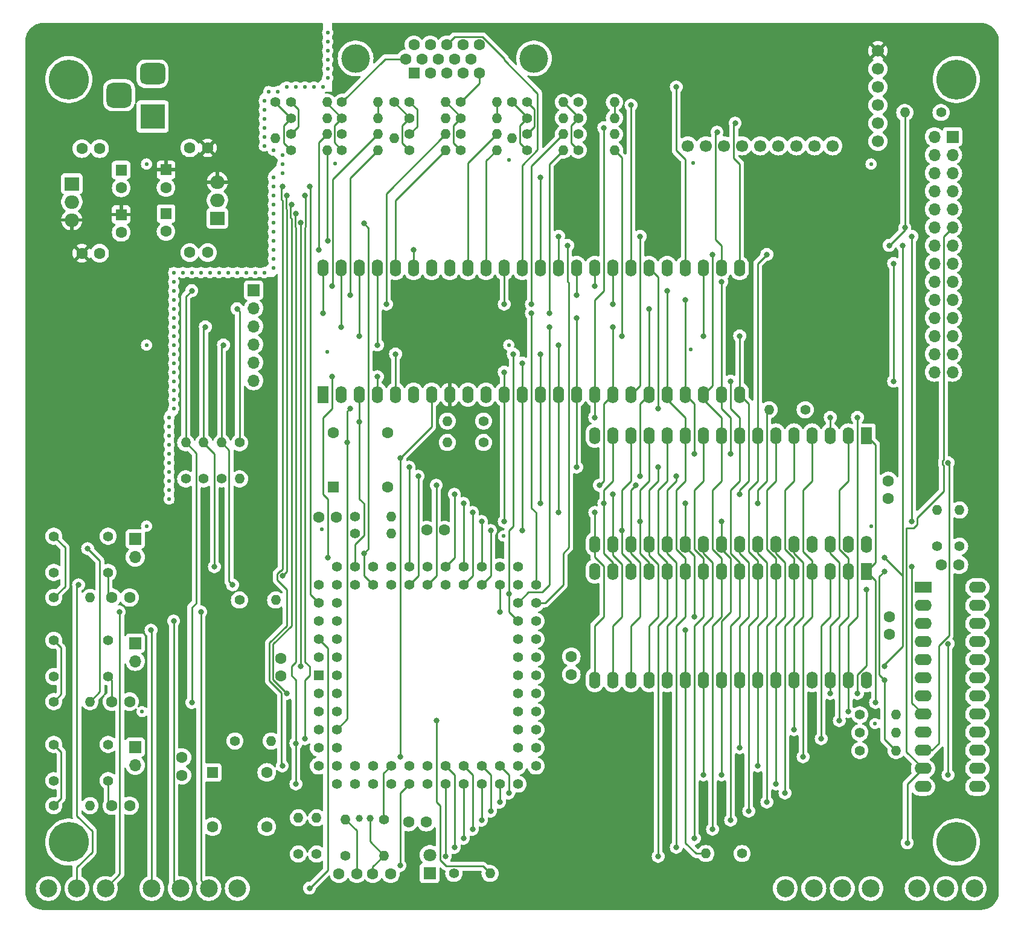
<source format=gbr>
%TF.GenerationSoftware,KiCad,Pcbnew,7.0.7*%
%TF.CreationDate,2024-02-01T01:26:26-05:00*%
%TF.ProjectId,Sentinel 65X - Prototype 3 Mini,53656e74-696e-4656-9c20-363558202d20,rev?*%
%TF.SameCoordinates,Original*%
%TF.FileFunction,Copper,L4,Bot*%
%TF.FilePolarity,Positive*%
%FSLAX46Y46*%
G04 Gerber Fmt 4.6, Leading zero omitted, Abs format (unit mm)*
G04 Created by KiCad (PCBNEW 7.0.7) date 2024-02-01 01:26:26*
%MOMM*%
%LPD*%
G01*
G04 APERTURE LIST*
G04 Aperture macros list*
%AMRoundRect*
0 Rectangle with rounded corners*
0 $1 Rounding radius*
0 $2 $3 $4 $5 $6 $7 $8 $9 X,Y pos of 4 corners*
0 Add a 4 corners polygon primitive as box body*
4,1,4,$2,$3,$4,$5,$6,$7,$8,$9,$2,$3,0*
0 Add four circle primitives for the rounded corners*
1,1,$1+$1,$2,$3*
1,1,$1+$1,$4,$5*
1,1,$1+$1,$6,$7*
1,1,$1+$1,$8,$9*
0 Add four rect primitives between the rounded corners*
20,1,$1+$1,$2,$3,$4,$5,0*
20,1,$1+$1,$4,$5,$6,$7,0*
20,1,$1+$1,$6,$7,$8,$9,0*
20,1,$1+$1,$8,$9,$2,$3,0*%
G04 Aperture macros list end*
%TA.AperFunction,ComponentPad*%
%ADD10C,1.400000*%
%TD*%
%TA.AperFunction,ComponentPad*%
%ADD11O,1.400000X1.400000*%
%TD*%
%TA.AperFunction,ComponentPad*%
%ADD12C,1.600000*%
%TD*%
%TA.AperFunction,ComponentPad*%
%ADD13R,1.800000X1.800000*%
%TD*%
%TA.AperFunction,ComponentPad*%
%ADD14C,1.800000*%
%TD*%
%TA.AperFunction,ComponentPad*%
%ADD15R,1.600000X2.400000*%
%TD*%
%TA.AperFunction,ComponentPad*%
%ADD16O,1.600000X2.400000*%
%TD*%
%TA.AperFunction,ComponentPad*%
%ADD17R,1.700000X1.700000*%
%TD*%
%TA.AperFunction,ComponentPad*%
%ADD18O,1.700000X1.700000*%
%TD*%
%TA.AperFunction,ComponentPad*%
%ADD19R,2.400000X1.600000*%
%TD*%
%TA.AperFunction,ComponentPad*%
%ADD20O,2.400000X1.600000*%
%TD*%
%TA.AperFunction,ComponentPad*%
%ADD21C,1.700000*%
%TD*%
%TA.AperFunction,ComponentPad*%
%ADD22C,5.600000*%
%TD*%
%TA.AperFunction,ComponentPad*%
%ADD23R,2.000000X1.905000*%
%TD*%
%TA.AperFunction,ComponentPad*%
%ADD24O,2.000000X1.905000*%
%TD*%
%TA.AperFunction,ComponentPad*%
%ADD25C,1.397000*%
%TD*%
%TA.AperFunction,ComponentPad*%
%ADD26C,1.000000*%
%TD*%
%TA.AperFunction,ComponentPad*%
%ADD27R,1.600000X1.600000*%
%TD*%
%TA.AperFunction,ComponentPad*%
%ADD28R,1.422400X1.422400*%
%TD*%
%TA.AperFunction,ComponentPad*%
%ADD29C,1.422400*%
%TD*%
%TA.AperFunction,ComponentPad*%
%ADD30C,2.500000*%
%TD*%
%TA.AperFunction,ComponentPad*%
%ADD31R,3.500000X3.500000*%
%TD*%
%TA.AperFunction,ComponentPad*%
%ADD32RoundRect,0.750000X-1.000000X0.750000X-1.000000X-0.750000X1.000000X-0.750000X1.000000X0.750000X0*%
%TD*%
%TA.AperFunction,ComponentPad*%
%ADD33RoundRect,0.875000X-0.875000X0.875000X-0.875000X-0.875000X0.875000X-0.875000X0.875000X0.875000X0*%
%TD*%
%TA.AperFunction,ComponentPad*%
%ADD34C,4.000000*%
%TD*%
%TA.AperFunction,ViaPad*%
%ADD35C,0.550000*%
%TD*%
%TA.AperFunction,ViaPad*%
%ADD36C,0.800000*%
%TD*%
%TA.AperFunction,Conductor*%
%ADD37C,0.250000*%
%TD*%
G04 APERTURE END LIST*
D10*
%TO.P,R32,1*%
%TO.N,+3.3V*%
X188345320Y-145781300D03*
D11*
%TO.P,R32,2*%
%TO.N,/FPGA_MISO*%
X188345320Y-140701300D03*
%TD*%
D12*
%TO.P,C16,1*%
%TO.N,Net-(U7-IN)*%
X171237727Y-99444243D03*
%TO.P,C16,2*%
%TO.N,GND*%
X168737727Y-99444243D03*
%TD*%
D13*
%TO.P,D1,1,K*%
%TO.N,GND*%
X217512142Y-201092159D03*
D14*
%TO.P,D1,2,A*%
%TO.N,Net-(D1-A)*%
X217512142Y-198552159D03*
%TD*%
D10*
%TO.P,R38,1*%
%TO.N,+3.3V*%
X199095000Y-198415001D03*
D11*
%TO.P,R38,2*%
%TO.N,/R{slash}~{W}*%
X199095000Y-193335001D03*
%TD*%
D10*
%TO.P,R27,1*%
%TO.N,/BLUE*%
X231183589Y-99659132D03*
D11*
%TO.P,R27,2*%
%TO.N,/B3*%
X236263589Y-99659132D03*
%TD*%
D12*
%TO.P,C3,1*%
%TO.N,+3.3V*%
X217045000Y-193940000D03*
%TO.P,C3,2*%
%TO.N,GND*%
X214545000Y-193940000D03*
%TD*%
D10*
%TO.P,R40,1*%
%TO.N,+3.3V*%
X207072796Y-153443137D03*
D11*
%TO.P,R40,2*%
%TO.N,/~{NMI}*%
X212152796Y-153443137D03*
%TD*%
D15*
%TO.P,U3,1,A18*%
%TO.N,/A18*%
X278765000Y-139700000D03*
D16*
%TO.P,U3,2,A16*%
%TO.N,/A16*%
X276225000Y-139700000D03*
%TO.P,U3,3,A15*%
%TO.N,/A15*%
X273685000Y-139700000D03*
%TO.P,U3,4,A12*%
%TO.N,/A12*%
X271145000Y-139700000D03*
%TO.P,U3,5,A7*%
%TO.N,/A7*%
X268605000Y-139700000D03*
%TO.P,U3,6,A6*%
%TO.N,/A6*%
X266065000Y-139700000D03*
%TO.P,U3,7,A5*%
%TO.N,/A5*%
X263525000Y-139700000D03*
%TO.P,U3,8,A4*%
%TO.N,/A4*%
X260985000Y-139700000D03*
%TO.P,U3,9,A3*%
%TO.N,/A3*%
X258445000Y-139700000D03*
%TO.P,U3,10,A2*%
%TO.N,/A2*%
X255905000Y-139700000D03*
%TO.P,U3,11,A1*%
%TO.N,/A1*%
X253365000Y-139700000D03*
%TO.P,U3,12,A0*%
%TO.N,/A0*%
X250825000Y-139700000D03*
%TO.P,U3,13,D0*%
%TO.N,/D0*%
X248285000Y-139700000D03*
%TO.P,U3,14,D1*%
%TO.N,/D1*%
X245745000Y-139700000D03*
%TO.P,U3,15,D2*%
%TO.N,/D2*%
X243205000Y-139700000D03*
%TO.P,U3,16,GND*%
%TO.N,GND*%
X240665000Y-139700000D03*
%TO.P,U3,17,D3*%
%TO.N,/D3*%
X240665000Y-154940000D03*
%TO.P,U3,18,D4*%
%TO.N,/D4*%
X243205000Y-154940000D03*
%TO.P,U3,19,D5*%
%TO.N,/D5*%
X245745000Y-154940000D03*
%TO.P,U3,20,D6*%
%TO.N,/D6*%
X248285000Y-154940000D03*
%TO.P,U3,21,D7*%
%TO.N,/D7*%
X250825000Y-154940000D03*
%TO.P,U3,22,CE*%
%TO.N,/~{ROM}*%
X253365000Y-154940000D03*
%TO.P,U3,23,A10*%
%TO.N,/A10*%
X255905000Y-154940000D03*
%TO.P,U3,24,OE*%
%TO.N,/~{RD}*%
X258445000Y-154940000D03*
%TO.P,U3,25,A11*%
%TO.N,/A11*%
X260985000Y-154940000D03*
%TO.P,U3,26,A9*%
%TO.N,/A9*%
X263525000Y-154940000D03*
%TO.P,U3,27,A8*%
%TO.N,/A8*%
X266065000Y-154940000D03*
%TO.P,U3,28,A13*%
%TO.N,/A13*%
X268605000Y-154940000D03*
%TO.P,U3,29,A14*%
%TO.N,/A14*%
X271145000Y-154940000D03*
%TO.P,U3,30,A17*%
%TO.N,/A17*%
X273685000Y-154940000D03*
%TO.P,U3,31,PGM*%
%TO.N,/~{WR}*%
X276225000Y-154940000D03*
%TO.P,U3,32,VCC*%
%TO.N,+3.3V*%
X278765000Y-154940000D03*
%TD*%
D17*
%TO.P,J7,1,Pin_1*%
%TO.N,Net-(J7-Pin_1)*%
X176225000Y-168830000D03*
D18*
%TO.P,J7,2,Pin_2*%
%TO.N,Net-(J7-Pin_2)*%
X176225000Y-171370000D03*
%TD*%
D12*
%TO.P,C14,1*%
%TO.N,Net-(J8-Pin_2)*%
X172935000Y-162425000D03*
%TO.P,C14,2*%
%TO.N,GND*%
X175435000Y-162425000D03*
%TD*%
D10*
%TO.P,R8,1*%
%TO.N,Net-(R4-Pad1)*%
X198052832Y-97422375D03*
D11*
%TO.P,R8,2*%
%TO.N,/R2*%
X203132832Y-97422375D03*
%TD*%
D10*
%TO.P,R10,1*%
%TO.N,/GREEN*%
X212510000Y-92932650D03*
D11*
%TO.P,R10,2*%
%TO.N,GND*%
X212510000Y-98012650D03*
%TD*%
D10*
%TO.P,R39,1*%
%TO.N,+3.3V*%
X190205000Y-182560000D03*
D11*
%TO.P,R39,2*%
%TO.N,/~{RES}*%
X195285000Y-182560000D03*
%TD*%
D12*
%TO.P,C11,1*%
%TO.N,+3.3V*%
X201949961Y-151169553D03*
%TO.P,C11,2*%
%TO.N,GND*%
X204449961Y-151169553D03*
%TD*%
D10*
%TO.P,R47,1*%
%TO.N,+3.3V*%
X270170001Y-136085000D03*
D11*
%TO.P,R47,2*%
%TO.N,/~{ROM}*%
X265090001Y-136085000D03*
%TD*%
D10*
%TO.P,R36,1*%
%TO.N,+3.3V*%
X277835000Y-183905000D03*
D11*
%TO.P,R36,2*%
%TO.N,/~{CS4}*%
X282915000Y-183905000D03*
%TD*%
D10*
%TO.P,R52,1*%
%TO.N,+3.3V*%
X225071555Y-137681712D03*
D11*
%TO.P,R52,2*%
%TO.N,/~{FPGA_RESET}*%
X219991555Y-137681712D03*
%TD*%
D10*
%TO.P,R6,1*%
%TO.N,Net-(R2-Pad2)*%
X205205171Y-97422375D03*
D11*
%TO.P,R6,2*%
%TO.N,/R0*%
X210285171Y-97422375D03*
%TD*%
D10*
%TO.P,R18,1*%
%TO.N,/GREEN*%
X214701973Y-99659132D03*
D11*
%TO.P,R18,2*%
%TO.N,/G3*%
X219781973Y-99659132D03*
%TD*%
D10*
%TO.P,R14,1*%
%TO.N,/GREEN*%
X214701973Y-95174830D03*
D11*
%TO.P,R14,2*%
%TO.N,Net-(R13-Pad1)*%
X219781973Y-95174830D03*
%TD*%
D10*
%TO.P,R45,1*%
%TO.N,Net-(J7-Pin_1)*%
X164805000Y-177030000D03*
D11*
%TO.P,R45,2*%
%TO.N,/~{NMI}*%
X169885000Y-177030000D03*
%TD*%
D19*
%TO.P,U4,1,CLK/IN*%
%TO.N,/A23*%
X286690000Y-161010000D03*
D20*
%TO.P,U4,2,IN*%
%TO.N,/A22*%
X286690000Y-163550000D03*
%TO.P,U4,3,IN*%
%TO.N,/A21*%
X286690000Y-166090000D03*
%TO.P,U4,4,IN*%
%TO.N,/A20*%
X286690000Y-168630000D03*
%TO.P,U4,5,IN*%
%TO.N,/A19*%
X286690000Y-171170000D03*
%TO.P,U4,6,IN*%
%TO.N,/~{CS4}*%
X286690000Y-173710000D03*
%TO.P,U4,7,IN*%
%TO.N,/~{CS5}*%
X286690000Y-176250000D03*
%TO.P,U4,8,IN*%
%TO.N,/~{CS7}*%
X286690000Y-178790000D03*
%TO.P,U4,9,IN*%
%TO.N,unconnected-(U4-IN-Pad9)*%
X286690000Y-181330000D03*
%TO.P,U4,10,IN*%
%TO.N,/R{slash}~{W}*%
X286690000Y-183870000D03*
%TO.P,U4,11,IN*%
%TO.N,/PHI2*%
X286690000Y-186410000D03*
%TO.P,U4,12,GND*%
%TO.N,GND*%
X286690000Y-188950000D03*
%TO.P,U4,13,IN*%
%TO.N,unconnected-(U4-IN-Pad13)*%
X294310000Y-188950000D03*
%TO.P,U4,14,I/O*%
%TO.N,unconnected-(U4-I{slash}O-Pad14)*%
X294310000Y-186410000D03*
%TO.P,U4,15,I/O*%
%TO.N,unconnected-(U4-I{slash}O-Pad15)*%
X294310000Y-183870000D03*
%TO.P,U4,16,I/O*%
%TO.N,unconnected-(U4-I{slash}O-Pad16)*%
X294310000Y-181330000D03*
%TO.P,U4,17,I/O*%
%TO.N,unconnected-(U4-I{slash}O-Pad17)*%
X294310000Y-178790000D03*
%TO.P,U4,18,I/O*%
%TO.N,unconnected-(U4-I{slash}O-Pad18)*%
X294310000Y-176250000D03*
%TO.P,U4,19,I/O*%
%TO.N,unconnected-(U4-I{slash}O-Pad19)*%
X294310000Y-173710000D03*
%TO.P,U4,20,I/O*%
%TO.N,/~{WR}*%
X294310000Y-171170000D03*
%TO.P,U4,21,I/O*%
%TO.N,/~{RD}*%
X294310000Y-168630000D03*
%TO.P,U4,22,I/O*%
%TO.N,/~{RAM}*%
X294310000Y-166090000D03*
%TO.P,U4,23,I/O*%
%TO.N,/~{ROM}*%
X294310000Y-163550000D03*
%TO.P,U4,24,VCC*%
%TO.N,+3.3V*%
X294310000Y-161010000D03*
%TD*%
D10*
%TO.P,R22,1*%
%TO.N,Net-(R22-Pad1)*%
X231183589Y-92932650D03*
D11*
%TO.P,R22,2*%
%TO.N,Net-(R21-Pad1)*%
X236263589Y-92932650D03*
%TD*%
D12*
%TO.P,C17,1*%
%TO.N,+5V*%
X168737726Y-114129243D03*
%TO.P,C17,2*%
%TO.N,GND*%
X171237726Y-114129243D03*
%TD*%
%TO.P,C20,1*%
%TO.N,+5V*%
X186375000Y-99349999D03*
%TO.P,C20,2*%
%TO.N,GND*%
X183875000Y-99349999D03*
%TD*%
D10*
%TO.P,R7,1*%
%TO.N,Net-(R3-Pad1)*%
X205205171Y-99659132D03*
D11*
%TO.P,R7,2*%
%TO.N,/R1*%
X210285171Y-99659132D03*
%TD*%
D21*
%TO.P,U6,1,SCK*%
%TO.N,/SYSCLK*%
X280385000Y-98420000D03*
%TO.P,U6,2,BCK*%
%TO.N,/BCK*%
X280385000Y-95880000D03*
%TO.P,U6,3,DIN*%
%TO.N,/ADATA*%
X280385000Y-93340000D03*
%TO.P,U6,4,LRCK*%
%TO.N,/LRCK*%
X280385000Y-90800000D03*
%TO.P,U6,5,GND*%
%TO.N,GND*%
X280385000Y-88260000D03*
%TO.P,U6,6,+5V*%
%TO.N,+5V*%
X280385000Y-85720000D03*
%TO.P,U6,7,LOUT*%
%TO.N,unconnected-(U6-LOUT-Pad7)*%
X253715000Y-99055000D03*
%TO.P,U6,8,AGND*%
%TO.N,unconnected-(U6-AGND-Pad8)*%
X256255000Y-99055000D03*
%TO.P,U6,9,ROUT*%
%TO.N,unconnected-(U6-ROUT-Pad9)*%
X258795000Y-99055000D03*
%TO.P,U6,10,AGND*%
%TO.N,unconnected-(U6-AGND-Pad10)*%
X261335000Y-99055000D03*
%TO.P,U6,11,A3V3*%
%TO.N,unconnected-(U6-A3V3-Pad11)*%
X263875000Y-99055000D03*
%TO.P,U6,12,FMT*%
%TO.N,unconnected-(U6-FMT-Pad12)*%
X266415000Y-99055000D03*
%TO.P,U6,13,XSMT*%
%TO.N,unconnected-(U6-XSMT-Pad13)*%
X268955000Y-99055000D03*
%TO.P,U6,14,DEMP*%
%TO.N,unconnected-(U6-DEMP-Pad14)*%
X271495000Y-99055000D03*
%TO.P,U6,15,FLT*%
%TO.N,unconnected-(U6-FLT-Pad15)*%
X274035000Y-99055000D03*
%TD*%
D15*
%TO.P,U5,1,GND*%
%TO.N,GND*%
X202565000Y-133960000D03*
D16*
%TO.P,U5,2,VIO*%
%TO.N,unconnected-(U5-VIO-Pad2)*%
X205105000Y-133960000D03*
%TO.P,U5,3,~{CRESET}*%
%TO.N,/~{FPGA_RESET}*%
X207645000Y-133960000D03*
%TO.P,U5,4,CDONE*%
%TO.N,/CDONE*%
X210185000Y-133960000D03*
%TO.P,U5,5,~{CE}*%
%TO.N,/~{I{slash}O}0*%
X212725000Y-133960000D03*
%TO.P,U5,6,A4*%
%TO.N,/A4*%
X215265000Y-133960000D03*
%TO.P,U5,7,R/~{W}*%
%TO.N,/R{slash}~{W}*%
X217805000Y-133960000D03*
%TO.P,U5,8,+5V*%
%TO.N,+5V*%
X220345000Y-133960000D03*
%TO.P,U5,9,+3.3V*%
%TO.N,unconnected-(U5-+3.3V-Pad9)*%
X222885000Y-133960000D03*
%TO.P,U5,10,GND*%
%TO.N,GND*%
X225425000Y-133960000D03*
%TO.P,U5,11,D0*%
%TO.N,/D0*%
X227965000Y-133960000D03*
%TO.P,U5,12,D1*%
%TO.N,/D1*%
X230505000Y-133960000D03*
%TO.P,U5,13,D2*%
%TO.N,/D2*%
X233045000Y-133960000D03*
%TO.P,U5,14,D3*%
%TO.N,/D3*%
X235585000Y-133960000D03*
%TO.P,U5,15,D6*%
%TO.N,/D6*%
X238125000Y-133960000D03*
%TO.P,U5,16,SYSCLK*%
%TO.N,/SYSCLK*%
X240665000Y-133960000D03*
%TO.P,U5,17,D5*%
%TO.N,/D5*%
X243205000Y-133960000D03*
%TO.P,U5,18,PHI2*%
%TO.N,/PHI2*%
X245745000Y-133960000D03*
%TO.P,U5,19,D7*%
%TO.N,/D7*%
X248285000Y-133960000D03*
%TO.P,U5,20,A1*%
%TO.N,/A1*%
X250825000Y-133960000D03*
%TO.P,U5,21,A0*%
%TO.N,/A0*%
X253365000Y-133960000D03*
%TO.P,U5,22,A3*%
%TO.N,/A3*%
X255905000Y-133960000D03*
%TO.P,U5,23,A2*%
%TO.N,/A2*%
X258445000Y-133960000D03*
%TO.P,U5,24,D4*%
%TO.N,/D4*%
X260985000Y-133960000D03*
%TO.P,U5,25,BCK*%
%TO.N,/BCK*%
X260985000Y-116200000D03*
%TO.P,U5,26,B0*%
%TO.N,/B0*%
X258445000Y-116200000D03*
%TO.P,U5,27,B1*%
%TO.N,/B1*%
X255905000Y-116200000D03*
%TO.P,U5,28,LRCK*%
%TO.N,/LRCK*%
X253365000Y-116200000D03*
%TO.P,U5,29,B3*%
%TO.N,/B3*%
X250825000Y-116200000D03*
%TO.P,U5,30,~{VIRQ}*%
%TO.N,/~{VIRQ}*%
X248285000Y-116200000D03*
%TO.P,U5,31,ADATA*%
%TO.N,/ADATA*%
X245745000Y-116200000D03*
%TO.P,U5,32,B2*%
%TO.N,/B2*%
X243205000Y-116200000D03*
%TO.P,U5,33,R0*%
%TO.N,/R0*%
X240665000Y-116200000D03*
%TO.P,U5,34,R1*%
%TO.N,/R1*%
X238125000Y-116200000D03*
%TO.P,U5,35,R3*%
%TO.N,/R3*%
X235585000Y-116200000D03*
%TO.P,U5,36,VSYNC*%
%TO.N,/VSYNC*%
X233045000Y-116200000D03*
%TO.P,U5,37,HSYNC*%
%TO.N,/HSYNC*%
X230505000Y-116200000D03*
%TO.P,U5,38,G2*%
%TO.N,/G2*%
X227965000Y-116200000D03*
%TO.P,U5,39,G1*%
%TO.N,/G1*%
X225425000Y-116200000D03*
%TO.P,U5,40,G0*%
%TO.N,/G0*%
X222885000Y-116200000D03*
%TO.P,U5,41,CLK_12M_EXT*%
%TO.N,unconnected-(U5-CLK_12M_EXT-Pad41)*%
X220345000Y-116200000D03*
%TO.P,U5,42,GND*%
%TO.N,GND*%
X217805000Y-116200000D03*
%TO.P,U5,43,R2*%
%TO.N,/R2*%
X215265000Y-116200000D03*
%TO.P,U5,44,G3*%
%TO.N,/G3*%
X212725000Y-116200000D03*
%TO.P,U5,45,FLASH_MISO*%
%TO.N,/FPGA_MISO*%
X210185000Y-116200000D03*
%TO.P,U5,46,FLASH_MOSI*%
%TO.N,/FPGA_MOSI*%
X207645000Y-116200000D03*
%TO.P,U5,47,FT_SCK*%
%TO.N,/FPGA_SCK*%
X205105000Y-116200000D03*
%TO.P,U5,48,~{FT_SS}*%
%TO.N,/~{FLASH_SS}*%
X202565000Y-116200000D03*
%TD*%
D12*
%TO.P,C12,1*%
%TO.N,Net-(J6-Pin_2)*%
X172935000Y-191635000D03*
%TO.P,C12,2*%
%TO.N,GND*%
X175435000Y-191635000D03*
%TD*%
D10*
%TO.P,R31,1*%
%TO.N,+3.3V*%
X185830319Y-145781300D03*
D11*
%TO.P,R31,2*%
%TO.N,/FPGA_MOSI*%
X185830319Y-140701300D03*
%TD*%
D12*
%TO.P,C2,1*%
%TO.N,+3.3V*%
X237385000Y-173229999D03*
%TO.P,C2,2*%
%TO.N,GND*%
X237385000Y-170729999D03*
%TD*%
D10*
%TO.P,R49,1*%
%TO.N,+3.3V*%
X288680000Y-155235000D03*
D11*
%TO.P,R49,2*%
%TO.N,/~{RD}*%
X288680000Y-150155000D03*
%TD*%
D10*
%TO.P,R44,1*%
%TO.N,Net-(J6-Pin_1)*%
X164805000Y-191635000D03*
D11*
%TO.P,R44,2*%
%TO.N,/~{RES}*%
X169885000Y-191635000D03*
%TD*%
D10*
%TO.P,R28,1*%
%TO.N,/CLKO*%
X205706901Y-198622178D03*
D11*
%TO.P,R28,2*%
%TO.N,/CLK*%
X205706901Y-193542178D03*
%TD*%
D12*
%TO.P,C10,1*%
%TO.N,Net-(C10-Pad1)*%
X209537482Y-201188257D03*
%TO.P,C10,2*%
%TO.N,GND*%
X212037482Y-201188257D03*
%TD*%
D10*
%TO.P,R42,1*%
%TO.N,+3.3V*%
X289220000Y-94375000D03*
D11*
%TO.P,R42,2*%
%TO.N,/~{I{slash}O}1*%
X284140000Y-94375000D03*
%TD*%
D22*
%TO.P,H3,1,1*%
%TO.N,GND*%
X291365000Y-89765000D03*
%TD*%
D10*
%TO.P,R51,1*%
%TO.N,Net-(D1-A)*%
X220906936Y-201139928D03*
D11*
%TO.P,R51,2*%
%TO.N,/BL1*%
X225986936Y-201139928D03*
%TD*%
D23*
%TO.P,U7,1,IN*%
%TO.N,Net-(U7-IN)*%
X167332726Y-104384243D03*
D24*
%TO.P,U7,2,GND*%
%TO.N,GND*%
X167332726Y-106924243D03*
%TO.P,U7,3,OUT*%
%TO.N,+5V*%
X167332726Y-109464243D03*
%TD*%
D12*
%TO.P,C1,1*%
%TO.N,+3.3V*%
X219585000Y-152980000D03*
%TO.P,C1,2*%
%TO.N,GND*%
X217085000Y-152980000D03*
%TD*%
%TO.P,C21,1*%
%TO.N,+3.3V*%
X183875001Y-114035000D03*
%TO.P,C21,2*%
%TO.N,GND*%
X186375001Y-114035000D03*
%TD*%
%TO.P,C7,1*%
%TO.N,+3.3V*%
X289240000Y-157844999D03*
%TO.P,C7,2*%
%TO.N,GND*%
X291740000Y-157844999D03*
%TD*%
D10*
%TO.P,R16,1*%
%TO.N,Net-(R12-Pad1)*%
X221832157Y-99659132D03*
D11*
%TO.P,R16,2*%
%TO.N,/G1*%
X226912157Y-99659132D03*
%TD*%
D10*
%TO.P,R12,1*%
%TO.N,Net-(R12-Pad1)*%
X221832157Y-95174830D03*
D11*
%TO.P,R12,2*%
%TO.N,Net-(R11-Pad2)*%
X226912157Y-95174830D03*
%TD*%
D25*
%TO.P,SW2,1,1*%
%TO.N,Net-(J7-Pin_1)*%
X164805000Y-168440000D03*
X172425000Y-168440000D03*
%TO.P,SW2,2,2*%
%TO.N,Net-(J7-Pin_2)*%
X164805000Y-173520000D03*
X172425000Y-173520000D03*
%TD*%
D10*
%TO.P,R26,1*%
%TO.N,Net-(R22-Pad1)*%
X231183589Y-97422375D03*
D11*
%TO.P,R26,2*%
%TO.N,/B2*%
X236263589Y-97422375D03*
%TD*%
D10*
%TO.P,R11,1*%
%TO.N,GND*%
X221832157Y-92932650D03*
D11*
%TO.P,R11,2*%
%TO.N,Net-(R11-Pad2)*%
X226912157Y-92932650D03*
%TD*%
D25*
%TO.P,SW1,1,1*%
%TO.N,Net-(J6-Pin_1)*%
X164805000Y-183045000D03*
X172425000Y-183045000D03*
%TO.P,SW1,2,2*%
%TO.N,Net-(J6-Pin_2)*%
X164805000Y-188125000D03*
X172425000Y-188125000D03*
%TD*%
D12*
%TO.P,C4,1*%
%TO.N,+3.3V*%
X196640000Y-170940000D03*
%TO.P,C4,2*%
%TO.N,GND*%
X196640000Y-173440000D03*
%TD*%
D10*
%TO.P,R17,1*%
%TO.N,Net-(R13-Pad1)*%
X214701973Y-97422375D03*
D11*
%TO.P,R17,2*%
%TO.N,/G2*%
X219781973Y-97422375D03*
%TD*%
D10*
%TO.P,R25,1*%
%TO.N,Net-(R21-Pad1)*%
X238346322Y-99659132D03*
D11*
%TO.P,R25,2*%
%TO.N,/B1*%
X243426322Y-99659132D03*
%TD*%
D10*
%TO.P,R23,1*%
%TO.N,/BLUE*%
X231183589Y-95174830D03*
D11*
%TO.P,R23,2*%
%TO.N,Net-(R22-Pad1)*%
X236263589Y-95174830D03*
%TD*%
D10*
%TO.P,R33,1*%
%TO.N,/FPGA_SCK*%
X190860319Y-140701300D03*
D11*
%TO.P,R33,2*%
%TO.N,GND*%
X190860319Y-145781300D03*
%TD*%
D17*
%TO.P,J1,1,Pin_1*%
%TO.N,GND*%
X290830000Y-97790000D03*
D18*
%TO.P,J1,2,Pin_2*%
%TO.N,+3.3V*%
X288290000Y-97790000D03*
%TO.P,J1,3,Pin_3*%
%TO.N,/TXD*%
X290830000Y-100330000D03*
%TO.P,J1,4,Pin_4*%
%TO.N,/I2C_SCL*%
X288290000Y-100330000D03*
%TO.P,J1,5,Pin_5*%
%TO.N,/RXD*%
X290830000Y-102870000D03*
%TO.P,J1,6,Pin_6*%
%TO.N,/I2C_SDA*%
X288290000Y-102870000D03*
%TO.P,J1,7,Pin_7*%
%TO.N,/CTS*%
X290830000Y-105410000D03*
%TO.P,J1,8,Pin_8*%
%TO.N,/~{RES}*%
X288290000Y-105410000D03*
%TO.P,J1,9,Pin_9*%
%TO.N,/RTS*%
X290830000Y-107950000D03*
%TO.P,J1,10,Pin_10*%
%TO.N,/~{IRQ}*%
X288290000Y-107950000D03*
%TO.P,J1,11,Pin_11*%
%TO.N,/PHI2*%
X290830000Y-110490000D03*
%TO.P,J1,12,Pin_12*%
%TO.N,/~{I{slash}O}1*%
X288290000Y-110490000D03*
%TO.P,J1,13,Pin_13*%
%TO.N,/~{RD}*%
X290830000Y-113030000D03*
%TO.P,J1,14,Pin_14*%
%TO.N,/~{WR}*%
X288290000Y-113030000D03*
%TO.P,J1,15,Pin_15*%
%TO.N,/A5*%
X290830000Y-115570000D03*
%TO.P,J1,16,Pin_16*%
%TO.N,/A4*%
X288290000Y-115570000D03*
%TO.P,J1,17,Pin_17*%
%TO.N,/A3*%
X290830000Y-118110000D03*
%TO.P,J1,18,Pin_18*%
%TO.N,/A2*%
X288290000Y-118110000D03*
%TO.P,J1,19,Pin_19*%
%TO.N,/A1*%
X290830000Y-120650000D03*
%TO.P,J1,20,Pin_20*%
%TO.N,/A0*%
X288290000Y-120650000D03*
%TO.P,J1,21,Pin_21*%
%TO.N,/D7*%
X290830000Y-123190000D03*
%TO.P,J1,22,Pin_22*%
%TO.N,/D6*%
X288290000Y-123190000D03*
%TO.P,J1,23,Pin_23*%
%TO.N,/D5*%
X290830000Y-125730000D03*
%TO.P,J1,24,Pin_24*%
%TO.N,/D4*%
X288290000Y-125730000D03*
%TO.P,J1,25,Pin_25*%
%TO.N,/D3*%
X290830000Y-128270000D03*
%TO.P,J1,26,Pin_26*%
%TO.N,/D2*%
X288290000Y-128270000D03*
%TO.P,J1,27,Pin_27*%
%TO.N,/D1*%
X290830000Y-130810000D03*
%TO.P,J1,28,Pin_28*%
%TO.N,/D0*%
X288290000Y-130810000D03*
%TD*%
D10*
%TO.P,R4,1*%
%TO.N,Net-(R4-Pad1)*%
X198052833Y-92932650D03*
D11*
%TO.P,R4,2*%
%TO.N,Net-(R3-Pad1)*%
X203132833Y-92932650D03*
%TD*%
D10*
%TO.P,R46,1*%
%TO.N,Net-(J8-Pin_1)*%
X164805000Y-162425000D03*
D11*
%TO.P,R46,2*%
%TO.N,/~{BOOT_SEL}*%
X169885000Y-162425000D03*
%TD*%
D10*
%TO.P,R15,1*%
%TO.N,Net-(R11-Pad2)*%
X221832157Y-97422375D03*
D11*
%TO.P,R15,2*%
%TO.N,/G0*%
X226912157Y-97422375D03*
%TD*%
D26*
%TO.P,X2,1,1*%
%TO.N,/CLK*%
X207667592Y-193392178D03*
%TO.P,X2,2,2*%
%TO.N,Net-(C10-Pad1)*%
X209167592Y-193392178D03*
%TD*%
D22*
%TO.P,H2,1,1*%
%TO.N,GND*%
X166905000Y-89765000D03*
%TD*%
D10*
%TO.P,R19,1*%
%TO.N,/BLUE*%
X229046622Y-92932650D03*
D11*
%TO.P,R19,2*%
%TO.N,GND*%
X229046622Y-98012650D03*
%TD*%
D12*
%TO.P,C5,1*%
%TO.N,+3.3V*%
X281990000Y-167625000D03*
%TO.P,C5,2*%
%TO.N,GND*%
X281990000Y-165125000D03*
%TD*%
D10*
%TO.P,R13,1*%
%TO.N,Net-(R13-Pad1)*%
X214701973Y-92932650D03*
D11*
%TO.P,R13,2*%
%TO.N,Net-(R12-Pad1)*%
X219781973Y-92932650D03*
%TD*%
D27*
%TO.P,C19,1*%
%TO.N,+5V*%
X180540000Y-102420151D03*
D12*
%TO.P,C19,2*%
%TO.N,GND*%
X180540000Y-104920151D03*
%TD*%
D28*
%TO.P,U1,1,VSS*%
%TO.N,GND*%
X201930000Y-173355000D03*
D29*
%TO.P,U1,2,P56*%
%TO.N,/RTS*%
X204470000Y-173355000D03*
%TO.P,U1,3,P57*%
%TO.N,/CTS*%
X201930000Y-175895000D03*
%TO.P,U1,4,P60*%
%TO.N,/~{SD_SS}*%
X204470000Y-175895000D03*
%TO.P,U1,5,P61*%
%TO.N,/BL1*%
X201930000Y-178435000D03*
%TO.P,U1,6,P62*%
%TO.N,unconnected-(U1C-P62-Pad6)*%
X204470000Y-178435000D03*
%TO.P,U1,7,P63*%
%TO.N,/~{BOOT_SEL}*%
X201930000Y-180975000D03*
%TO.P,U1,8,P64*%
%TO.N,/~{VIRQ}*%
X204470000Y-180975000D03*
%TO.P,U1,9,P65*%
%TO.N,unconnected-(U1C-P65-Pad9)*%
X201930000Y-183515000D03*
%TO.P,U1,10,P66*%
%TO.N,/RXD*%
X204470000Y-183515000D03*
%TO.P,U1,11,P67*%
%TO.N,/TXD*%
X201930000Y-186055000D03*
%TO.P,U1,12,~{RES}*%
%TO.N,/~{RES}*%
X204470000Y-188595000D03*
%TO.P,U1,13,~{WE}*%
%TO.N,/R{slash}~{W}*%
X204470000Y-186055000D03*
%TO.P,U1,14,RUN*%
%TO.N,unconnected-(U1A-RUN-Pad14)*%
X207010000Y-188595000D03*
%TO.P,U1,15,~{FCLKO}*%
%TO.N,unconnected-(U1A-~{FCLKO}-Pad15)*%
X207010000Y-186055000D03*
%TO.P,U1,16,FCLK*%
%TO.N,/FCLK*%
X209550000Y-188595000D03*
%TO.P,U1,17,BE*%
%TO.N,/BE*%
X209550000Y-186055000D03*
%TO.P,U1,18,CLK*%
%TO.N,/CLK*%
X212090000Y-188595000D03*
%TO.P,U1,19,~{CLKO}*%
%TO.N,/CLKO*%
X212090000Y-186055000D03*
%TO.P,U1,20,PHI2*%
%TO.N,/PHI2*%
X214630000Y-188595000D03*
%TO.P,U1,21,BA*%
%TO.N,unconnected-(U1A-BA-Pad21)*%
X214630000Y-186055000D03*
%TO.P,U1,22,VSS*%
%TO.N,GND*%
X217170000Y-188595000D03*
%TO.P,U1,23,VDD*%
%TO.N,+3.3V*%
X217170000Y-186055000D03*
%TO.P,U1,24,A0*%
%TO.N,/A0*%
X219710000Y-188595000D03*
%TO.P,U1,25,A1*%
%TO.N,/A1*%
X219710000Y-186055000D03*
%TO.P,U1,26,A2*%
%TO.N,/A2*%
X222250000Y-188595000D03*
%TO.P,U1,27,A3*%
%TO.N,/A3*%
X222250000Y-186055000D03*
%TO.P,U1,28,A4*%
%TO.N,/A4*%
X224790000Y-188595000D03*
%TO.P,U1,29,A5*%
%TO.N,/A5*%
X224790000Y-186055000D03*
%TO.P,U1,30,A6*%
%TO.N,/A6*%
X227330000Y-188595000D03*
%TO.P,U1,31,A7*%
%TO.N,/A7*%
X227330000Y-186055000D03*
%TO.P,U1,32,A8*%
%TO.N,/A8*%
X229870000Y-188595000D03*
%TO.P,U1,33,A9*%
%TO.N,/A9*%
X232410000Y-186055000D03*
%TO.P,U1,34,A10*%
%TO.N,/A10*%
X229870000Y-186055000D03*
%TO.P,U1,35,A11*%
%TO.N,/A11*%
X232410000Y-183515000D03*
%TO.P,U1,36,A12*%
%TO.N,/A12*%
X229870000Y-183515000D03*
%TO.P,U1,37,A13*%
%TO.N,/A13*%
X232410000Y-180975000D03*
%TO.P,U1,38,A14*%
%TO.N,/A14*%
X229870000Y-180975000D03*
%TO.P,U1,39,A15*%
%TO.N,/A15*%
X232410000Y-178435000D03*
%TO.P,U1,40,A16*%
%TO.N,/A16*%
X229870000Y-178435000D03*
%TO.P,U1,41,A17*%
%TO.N,/A17*%
X232410000Y-175895000D03*
%TO.P,U1,42,A18*%
%TO.N,/A18*%
X229870000Y-175895000D03*
%TO.P,U1,43,VSS*%
%TO.N,GND*%
X232410000Y-173355000D03*
%TO.P,U1,44,VDD*%
%TO.N,+3.3V*%
X229870000Y-173355000D03*
%TO.P,U1,45,A19*%
%TO.N,/A19*%
X232410000Y-170815000D03*
%TO.P,U1,46,A20*%
%TO.N,/A20*%
X229870000Y-170815000D03*
%TO.P,U1,47,A21*%
%TO.N,/A21*%
X232410000Y-168275000D03*
%TO.P,U1,48,A22*%
%TO.N,/A22*%
X229870000Y-168275000D03*
%TO.P,U1,49,A23*%
%TO.N,/A23*%
X232410000Y-165735000D03*
%TO.P,U1,50,~{CS0}*%
%TO.N,/~{I{slash}O}0*%
X229870000Y-165735000D03*
%TO.P,U1,51,~{CS1}*%
%TO.N,/~{I{slash}O}1*%
X232410000Y-163195000D03*
%TO.P,U1,52,P72*%
%TO.N,/FPGA_SCK*%
X229870000Y-163195000D03*
%TO.P,U1,53,P73*%
%TO.N,/~{FLASH_SS}*%
X232410000Y-160655000D03*
%TO.P,U1,54,~{CS4}*%
%TO.N,/~{CS4}*%
X229870000Y-158115000D03*
%TO.P,U1,55,~{CS5}*%
%TO.N,/~{CS5}*%
X229870000Y-160655000D03*
%TO.P,U1,56,~{CS6}*%
%TO.N,unconnected-(U1A-~{CS6}-Pad56)*%
X227330000Y-158115000D03*
%TO.P,U1,57,~{CS7}*%
%TO.N,/~{CS7}*%
X227330000Y-160655000D03*
%TO.P,U1,58,D0*%
%TO.N,/D0*%
X224790000Y-158115000D03*
%TO.P,U1,59,D1*%
%TO.N,/D1*%
X224790000Y-160655000D03*
%TO.P,U1,60,D2*%
%TO.N,/D2*%
X222250000Y-158115000D03*
%TO.P,U1,61,D3*%
%TO.N,/D3*%
X222250000Y-160655000D03*
%TO.P,U1,62,D4*%
%TO.N,/D4*%
X219710000Y-158115000D03*
%TO.P,U1,63,VDD*%
%TO.N,+3.3V*%
X219710000Y-160655000D03*
%TO.P,U1,64,VSS*%
%TO.N,GND*%
X217170000Y-158115000D03*
%TO.P,U1,65,D5*%
%TO.N,/D5*%
X217170000Y-160655000D03*
%TO.P,U1,66,D6*%
%TO.N,/D6*%
X214630000Y-158115000D03*
%TO.P,U1,67,D7*%
%TO.N,/D7*%
X214630000Y-160655000D03*
%TO.P,U1,68,TG0*%
%TO.N,unconnected-(U1A-TG0-Pad68)*%
X212090000Y-158115000D03*
%TO.P,U1,69,TG1*%
%TO.N,unconnected-(U1A-TG1-Pad69)*%
X212090000Y-160655000D03*
%TO.P,U1,70,~{NMI}*%
%TO.N,/~{NMI}*%
X209550000Y-158115000D03*
%TO.P,U1,71,~{IRQ}*%
%TO.N,/~{IRQ}*%
X209550000Y-160655000D03*
%TO.P,U1,72,P42*%
%TO.N,/~{FPGA_RESET}*%
X207010000Y-158115000D03*
%TO.P,U1,73,P43*%
%TO.N,/CDONE*%
X207010000Y-160655000D03*
%TO.P,U1,74,P44*%
%TO.N,/FPGA_MOSI*%
X204470000Y-158115000D03*
%TO.P,U1,75,P45*%
%TO.N,/FPGA_MISO*%
X201930000Y-160655000D03*
%TO.P,U1,76,P46*%
%TO.N,/I2C_SDA*%
X204470000Y-160655000D03*
%TO.P,U1,77,P47*%
%TO.N,/I2C_SCL*%
X201930000Y-163195000D03*
%TO.P,U1,78,P50*%
%TO.N,/SNES_CLK*%
X204470000Y-163195000D03*
%TO.P,U1,79,P51*%
%TO.N,/SNES_LATCH*%
X201930000Y-165735000D03*
%TO.P,U1,80,P52*%
%TO.N,/SNES_DATA0*%
X204470000Y-165735000D03*
%TO.P,U1,81,P53*%
%TO.N,/SNES_DATA1*%
X201930000Y-168275000D03*
%TO.P,U1,82,P54*%
%TO.N,unconnected-(U1C-P54-Pad82)*%
X204470000Y-168275000D03*
%TO.P,U1,83,P55*%
%TO.N,unconnected-(U1C-P55-Pad83)*%
X201930000Y-170815000D03*
%TO.P,U1,84,VDD*%
%TO.N,+3.3V*%
X204470000Y-170815000D03*
%TD*%
D10*
%TO.P,R30,1*%
%TO.N,+3.3V*%
X183315319Y-145781300D03*
D11*
%TO.P,R30,2*%
%TO.N,/~{SD_SS}*%
X183315319Y-140701300D03*
%TD*%
D10*
%TO.P,R9,1*%
%TO.N,/RED*%
X198052832Y-99659132D03*
D11*
%TO.P,R9,2*%
%TO.N,/R3*%
X203132832Y-99659132D03*
%TD*%
D27*
%TO.P,C18,1*%
%TO.N,+5V*%
X174262726Y-108702425D03*
D12*
%TO.P,C18,2*%
%TO.N,GND*%
X174262726Y-111202425D03*
%TD*%
D10*
%TO.P,R24,1*%
%TO.N,Net-(R20-Pad2)*%
X238346322Y-97422375D03*
D11*
%TO.P,R24,2*%
%TO.N,/B0*%
X243426322Y-97422375D03*
%TD*%
D10*
%TO.P,R53,1*%
%TO.N,+3.3V*%
X225071555Y-140677810D03*
D11*
%TO.P,R53,2*%
%TO.N,/~{VIRQ}*%
X219991555Y-140677810D03*
%TD*%
D30*
%TO.P,J4,1,Pin_1*%
%TO.N,+3.3V*%
X267385000Y-203250000D03*
%TO.P,J4,2,Pin_2*%
%TO.N,/SNES_CLK*%
X271385000Y-203250000D03*
%TO.P,J4,3,Pin_3*%
%TO.N,/SNES_LATCH*%
X275385000Y-203250000D03*
%TO.P,J4,4,Pin_4*%
%TO.N,/SNES_DATA1*%
X279385000Y-203250000D03*
%TO.P,J4,5,Pin_5*%
%TO.N,/I2C_SCL*%
X285885000Y-203250000D03*
%TO.P,J4,6,Pin_6*%
%TO.N,/I2C_SDA*%
X289885000Y-203250000D03*
%TO.P,J4,7,Pin_7*%
%TO.N,GND*%
X293885000Y-203250000D03*
%TD*%
D31*
%TO.P,J9,1*%
%TO.N,Net-(U7-IN)*%
X178655000Y-94950001D03*
D32*
%TO.P,J9,2*%
%TO.N,GND*%
X178655000Y-88950001D03*
D33*
%TO.P,J9,3*%
%TO.N,N/C*%
X173955000Y-91950001D03*
%TD*%
D10*
%TO.P,R20,1*%
%TO.N,GND*%
X238346322Y-92932650D03*
D11*
%TO.P,R20,2*%
%TO.N,Net-(R20-Pad2)*%
X243426322Y-92932650D03*
%TD*%
D22*
%TO.P,H4,1,1*%
%TO.N,GND*%
X291365000Y-196750000D03*
%TD*%
D10*
%TO.P,R35,1*%
%TO.N,+3.3V*%
X277835000Y-181390000D03*
D11*
%TO.P,R35,2*%
%TO.N,/~{CS5}*%
X282915000Y-181390000D03*
%TD*%
D15*
%TO.P,U2,1,A18*%
%TO.N,/A18*%
X278765000Y-158750000D03*
D16*
%TO.P,U2,2,A16*%
%TO.N,/A16*%
X276225000Y-158750000D03*
%TO.P,U2,3,A14*%
%TO.N,/A14*%
X273685000Y-158750000D03*
%TO.P,U2,4,A12*%
%TO.N,/A12*%
X271145000Y-158750000D03*
%TO.P,U2,5,A7*%
%TO.N,/A7*%
X268605000Y-158750000D03*
%TO.P,U2,6,A6*%
%TO.N,/A6*%
X266065000Y-158750000D03*
%TO.P,U2,7,A5*%
%TO.N,/A5*%
X263525000Y-158750000D03*
%TO.P,U2,8,A4*%
%TO.N,/A4*%
X260985000Y-158750000D03*
%TO.P,U2,9,A3*%
%TO.N,/A3*%
X258445000Y-158750000D03*
%TO.P,U2,10,A2*%
%TO.N,/A2*%
X255905000Y-158750000D03*
%TO.P,U2,11,A1*%
%TO.N,/A1*%
X253365000Y-158750000D03*
%TO.P,U2,12,A0*%
%TO.N,/A0*%
X250825000Y-158750000D03*
%TO.P,U2,13,DQ0*%
%TO.N,/D0*%
X248285000Y-158750000D03*
%TO.P,U2,14,DQ1*%
%TO.N,/D1*%
X245745000Y-158750000D03*
%TO.P,U2,15,DQ2*%
%TO.N,/D2*%
X243205000Y-158750000D03*
%TO.P,U2,16,VSS*%
%TO.N,GND*%
X240665000Y-158750000D03*
%TO.P,U2,17,DQ3*%
%TO.N,/D3*%
X240665000Y-173990000D03*
%TO.P,U2,18,DQ4*%
%TO.N,/D4*%
X243205000Y-173990000D03*
%TO.P,U2,19,DQ5*%
%TO.N,/D5*%
X245745000Y-173990000D03*
%TO.P,U2,20,DQ6*%
%TO.N,/D6*%
X248285000Y-173990000D03*
%TO.P,U2,21,DQ7*%
%TO.N,/D7*%
X250825000Y-173990000D03*
%TO.P,U2,22,CE#*%
%TO.N,/~{RAM}*%
X253365000Y-173990000D03*
%TO.P,U2,23,A10*%
%TO.N,/A10*%
X255905000Y-173990000D03*
%TO.P,U2,24,OE#*%
%TO.N,/~{RD}*%
X258445000Y-173990000D03*
%TO.P,U2,25,A11*%
%TO.N,/A11*%
X260985000Y-173990000D03*
%TO.P,U2,26,A9*%
%TO.N,/A9*%
X263525000Y-173990000D03*
%TO.P,U2,27,A8*%
%TO.N,/A8*%
X266065000Y-173990000D03*
%TO.P,U2,28,A13*%
%TO.N,/A13*%
X268605000Y-173990000D03*
%TO.P,U2,29,WE#*%
%TO.N,/~{WR}*%
X271145000Y-173990000D03*
%TO.P,U2,30,A17*%
%TO.N,/A17*%
X273685000Y-173990000D03*
%TO.P,U2,31,A15*%
%TO.N,/A15*%
X276225000Y-173990000D03*
%TO.P,U2,32,VCC*%
%TO.N,+3.3V*%
X278765000Y-173990000D03*
%TD*%
D12*
%TO.P,C9,1*%
%TO.N,/CLK*%
X207297703Y-201188257D03*
%TO.P,C9,2*%
%TO.N,GND*%
X204797703Y-201188257D03*
%TD*%
D10*
%TO.P,R50,1*%
%TO.N,+3.3V*%
X291830000Y-155235000D03*
D11*
%TO.P,R50,2*%
%TO.N,/~{WR}*%
X291830000Y-150155000D03*
%TD*%
D22*
%TO.P,H1,1,1*%
%TO.N,GND*%
X166905000Y-196750000D03*
%TD*%
D10*
%TO.P,R5,1*%
%TO.N,/RED*%
X198052832Y-95174830D03*
D11*
%TO.P,R5,2*%
%TO.N,Net-(R4-Pad1)*%
X203132832Y-95174830D03*
%TD*%
D17*
%TO.P,J8,1,Pin_1*%
%TO.N,Net-(J8-Pin_1)*%
X176225000Y-154225000D03*
D18*
%TO.P,J8,2,Pin_2*%
%TO.N,Net-(J8-Pin_2)*%
X176225000Y-156765000D03*
%TD*%
D17*
%TO.P,J6,1,Pin_1*%
%TO.N,Net-(J6-Pin_1)*%
X176225000Y-183435000D03*
D18*
%TO.P,J6,2,Pin_2*%
%TO.N,Net-(J6-Pin_2)*%
X176225000Y-185975000D03*
%TD*%
D23*
%TO.P,U8,1,ADJ/GND*%
%TO.N,GND*%
X187750000Y-109232500D03*
D24*
%TO.P,U8,2,OUT*%
%TO.N,+3.3V*%
X187750000Y-106692500D03*
%TO.P,U8,3,IN*%
%TO.N,+5V*%
X187750000Y-104152500D03*
%TD*%
D10*
%TO.P,R34,1*%
%TO.N,+3.3V*%
X277835000Y-178875000D03*
D11*
%TO.P,R34,2*%
%TO.N,/~{CS7}*%
X282915000Y-178875000D03*
%TD*%
D10*
%TO.P,R43,1*%
%TO.N,+3.3V*%
X190840000Y-162775000D03*
D11*
%TO.P,R43,2*%
%TO.N,/~{I{slash}O}0*%
X195920000Y-162775000D03*
%TD*%
D27*
%TO.P,C22,1*%
%TO.N,+3.3V*%
X180540000Y-108570075D03*
D12*
%TO.P,C22,2*%
%TO.N,GND*%
X180540000Y-111070075D03*
%TD*%
D10*
%TO.P,R48,1*%
%TO.N,+3.3V*%
X261325000Y-198340000D03*
D11*
%TO.P,R48,2*%
%TO.N,/~{RAM}*%
X256245000Y-198340000D03*
%TD*%
D12*
%TO.P,C8,1*%
%TO.N,+3.3V*%
X182787472Y-184868586D03*
%TO.P,C8,2*%
%TO.N,GND*%
X182787472Y-187368586D03*
%TD*%
D10*
%TO.P,R21,1*%
%TO.N,Net-(R21-Pad1)*%
X238346322Y-95174830D03*
D11*
%TO.P,R21,2*%
%TO.N,Net-(R20-Pad2)*%
X243426322Y-95174830D03*
%TD*%
D10*
%TO.P,R3,1*%
%TO.N,Net-(R3-Pad1)*%
X205205171Y-95174830D03*
D11*
%TO.P,R3,2*%
%TO.N,Net-(R2-Pad2)*%
X210285171Y-95174830D03*
%TD*%
D27*
%TO.P,C15,1*%
%TO.N,Net-(U7-IN)*%
X174262727Y-102460834D03*
D12*
%TO.P,C15,2*%
%TO.N,GND*%
X174262727Y-104960834D03*
%TD*%
D27*
%TO.P,X3,1,EN*%
%TO.N,+3.3V*%
X204037305Y-146957666D03*
D12*
%TO.P,X3,4,GND*%
%TO.N,GND*%
X211657305Y-146957666D03*
%TO.P,X3,5,OUT*%
%TO.N,/SYSCLK*%
X211657305Y-139337666D03*
%TO.P,X3,8,Vcc*%
%TO.N,+3.3V*%
X204037305Y-139337666D03*
%TD*%
D10*
%TO.P,R2,1*%
%TO.N,GND*%
X205205171Y-92932650D03*
D11*
%TO.P,R2,2*%
%TO.N,Net-(R2-Pad2)*%
X210285171Y-92932650D03*
%TD*%
D34*
%TO.P,J2,0*%
%TO.N,GND*%
X232125000Y-86795662D03*
X207125000Y-86795662D03*
D27*
%TO.P,J2,1*%
%TO.N,/RED*%
X215310000Y-88845662D03*
D12*
%TO.P,J2,2*%
%TO.N,/GREEN*%
X217600000Y-88845662D03*
%TO.P,J2,3*%
%TO.N,/BLUE*%
X219890000Y-88845662D03*
%TO.P,J2,4*%
%TO.N,unconnected-(J2-Pad4)*%
X222180000Y-88845662D03*
%TO.P,J2,5*%
%TO.N,GND*%
X224470000Y-88845662D03*
%TO.P,J2,6*%
X214165000Y-86865662D03*
%TO.P,J2,7*%
X216455000Y-86865662D03*
%TO.P,J2,8*%
X218745000Y-86865662D03*
%TO.P,J2,9*%
%TO.N,unconnected-(J2-Pad9)*%
X221035000Y-86865662D03*
%TO.P,J2,10*%
%TO.N,GND*%
X223325000Y-86865662D03*
%TO.P,J2,11*%
%TO.N,unconnected-(J2-Pad11)*%
X215310000Y-84885662D03*
%TO.P,J2,12*%
%TO.N,unconnected-(J2-Pad12)*%
X217600000Y-84885662D03*
%TO.P,J2,13*%
%TO.N,/HSYNC*%
X219890000Y-84885662D03*
%TO.P,J2,14*%
%TO.N,/VSYNC*%
X222180000Y-84885662D03*
%TO.P,J2,15*%
%TO.N,unconnected-(J2-Pad15)*%
X224470000Y-84885662D03*
%TD*%
D10*
%TO.P,R1,1*%
%TO.N,/RED*%
X195892390Y-92932650D03*
D11*
%TO.P,R1,2*%
%TO.N,GND*%
X195892390Y-98012650D03*
%TD*%
D12*
%TO.P,C13,1*%
%TO.N,Net-(J7-Pin_2)*%
X172935000Y-177030000D03*
%TO.P,C13,2*%
%TO.N,GND*%
X175435000Y-177030000D03*
%TD*%
D30*
%TO.P,J3,1,Pin_1*%
%TO.N,+3.3V*%
X190550000Y-203250000D03*
%TO.P,J3,2,Pin_2*%
%TO.N,/SNES_CLK*%
X186550000Y-203250000D03*
%TO.P,J3,3,Pin_3*%
%TO.N,/SNES_LATCH*%
X182550000Y-203250000D03*
%TO.P,J3,4,Pin_4*%
%TO.N,/SNES_DATA0*%
X178550000Y-203250000D03*
%TO.P,J3,5,Pin_5*%
%TO.N,/I2C_SCL*%
X172050000Y-203250000D03*
%TO.P,J3,6,Pin_6*%
%TO.N,/I2C_SDA*%
X168050000Y-203250000D03*
%TO.P,J3,7,Pin_7*%
%TO.N,GND*%
X164050000Y-203250000D03*
%TD*%
D17*
%TO.P,J5,1,Pin_1*%
%TO.N,/~{SD_SS}*%
X192820000Y-119300000D03*
D18*
%TO.P,J5,2,Pin_2*%
%TO.N,/FPGA_SCK*%
X192820000Y-121840000D03*
%TO.P,J5,3,Pin_3*%
%TO.N,/FPGA_MOSI*%
X192820000Y-124380000D03*
%TO.P,J5,4,Pin_4*%
%TO.N,/FPGA_MISO*%
X192820000Y-126920000D03*
%TO.P,J5,5,Pin_5*%
%TO.N,+3.3V*%
X192820000Y-129460000D03*
%TO.P,J5,6,Pin_6*%
%TO.N,GND*%
X192820000Y-132000000D03*
%TD*%
D12*
%TO.P,C6,1*%
%TO.N,+3.3V*%
X281830000Y-148575000D03*
%TO.P,C6,2*%
%TO.N,GND*%
X281830000Y-146075000D03*
%TD*%
D25*
%TO.P,SW3,1,1*%
%TO.N,Net-(J8-Pin_1)*%
X164805000Y-153835000D03*
X172425000Y-153835000D03*
%TO.P,SW3,2,2*%
%TO.N,Net-(J8-Pin_2)*%
X164805000Y-158915000D03*
X172425000Y-158915000D03*
%TD*%
D10*
%TO.P,R29,1*%
%TO.N,/CLKO*%
X211128283Y-193542178D03*
D11*
%TO.P,R29,2*%
%TO.N,Net-(C10-Pad1)*%
X211128283Y-198622178D03*
%TD*%
D10*
%TO.P,R41,1*%
%TO.N,+3.3V*%
X207057673Y-151106949D03*
D11*
%TO.P,R41,2*%
%TO.N,/~{IRQ}*%
X212137673Y-151106949D03*
%TD*%
D27*
%TO.P,X1,1,EN*%
%TO.N,+3.3V*%
X187050000Y-186965000D03*
D12*
%TO.P,X1,4,GND*%
%TO.N,GND*%
X187050000Y-194585000D03*
%TO.P,X1,5,OUT*%
%TO.N,/FCLK*%
X194670000Y-194585000D03*
%TO.P,X1,8,Vcc*%
%TO.N,+3.3V*%
X194670000Y-186965000D03*
%TD*%
D10*
%TO.P,R37,1*%
%TO.N,+3.3V*%
X201660000Y-198415000D03*
D11*
%TO.P,R37,2*%
%TO.N,/BE*%
X201660000Y-193335000D03*
%TD*%
D35*
%TO.N,GND*%
X180975000Y-137160000D03*
X194310000Y-116840000D03*
X203200000Y-86995000D03*
X198755000Y-90805000D03*
X181610000Y-118110000D03*
X203200000Y-88265000D03*
X181610000Y-125730000D03*
X177800000Y-127000000D03*
X181610000Y-123190000D03*
X181610000Y-130810000D03*
X181610000Y-128270000D03*
X195580000Y-104775000D03*
X180975000Y-148590000D03*
X195580000Y-112395000D03*
X195580000Y-111125000D03*
X195580000Y-103505000D03*
X193040000Y-116840000D03*
X180975000Y-144780000D03*
X197485000Y-90805000D03*
X279400000Y-152400000D03*
X181610000Y-124460000D03*
X279975278Y-180116681D03*
X196850000Y-100330000D03*
X194310000Y-92710000D03*
X195580000Y-106045000D03*
X191770000Y-116840000D03*
X181610000Y-134620000D03*
X195580000Y-116205000D03*
X228600000Y-127000000D03*
X181610000Y-133350000D03*
X196215000Y-91440000D03*
X180975000Y-138430000D03*
X254100550Y-127636918D03*
X181610000Y-121920000D03*
X194310000Y-99060000D03*
X180975000Y-139700000D03*
X181610000Y-127000000D03*
X203200000Y-84455000D03*
X181610000Y-129540000D03*
X181610000Y-132080000D03*
X187960000Y-116840000D03*
X200025000Y-90805000D03*
X177800000Y-152400000D03*
X194310000Y-96520000D03*
X180975000Y-140970000D03*
X201295000Y-90805000D03*
X195580000Y-107315000D03*
X227856892Y-153809797D03*
X203200000Y-89535000D03*
X195580000Y-99695000D03*
X204255933Y-101572066D03*
X202426299Y-152834900D03*
X177800000Y-101600000D03*
X181610000Y-135890000D03*
X195580000Y-109855000D03*
X203129860Y-127941223D03*
X195580000Y-113665000D03*
X186690000Y-116840000D03*
X180975000Y-143510000D03*
X181610000Y-119380000D03*
X181610000Y-116840000D03*
X190500000Y-116840000D03*
X180975000Y-146050000D03*
X203200000Y-83185000D03*
X182880000Y-116840000D03*
X195580000Y-108585000D03*
X228623446Y-101056200D03*
X194310000Y-95250000D03*
X254431380Y-101500279D03*
X177191493Y-178445544D03*
X181610000Y-120650000D03*
X195580000Y-114935000D03*
X180975000Y-147320000D03*
X184150000Y-116840000D03*
X194310000Y-93980000D03*
X194310000Y-97790000D03*
X196850000Y-101600000D03*
X202565000Y-90805000D03*
X180975000Y-142240000D03*
X194945000Y-91440000D03*
X189230000Y-116840000D03*
X203200000Y-85725000D03*
X279400000Y-101600000D03*
X196850000Y-102870000D03*
X185420000Y-116840000D03*
D36*
%TO.N,/RTS*%
X199390000Y-172085000D03*
X199390000Y-109855000D03*
%TO.N,/CTS*%
X198120000Y-107315000D03*
X197485000Y-175895000D03*
%TO.N,/~{SD_SS}*%
X184150000Y-177165000D03*
X184150000Y-119380000D03*
%TO.N,/BL1*%
X218440000Y-179705000D03*
%TO.N,/~{VIRQ}*%
X206375000Y-135890000D03*
X205977737Y-140661938D03*
X249555000Y-135890000D03*
%TO.N,/RXD*%
X200025000Y-106045000D03*
X200025000Y-182245000D03*
%TO.N,/TXD*%
X196850000Y-104775000D03*
X196850000Y-186055000D03*
%TO.N,/~{RES}*%
X198755000Y-182880000D03*
X198755000Y-188595000D03*
X198755000Y-108585000D03*
%TO.N,/R{slash}~{W}*%
X213360000Y-184785000D03*
X213360000Y-142875000D03*
X290195000Y-143510000D03*
%TO.N,/PHI2*%
X247015000Y-111760000D03*
X213360000Y-200025000D03*
X284480000Y-196850000D03*
%TO.N,/A0*%
X219710000Y-198755000D03*
X253365000Y-120650000D03*
X249555000Y-198755000D03*
X254635000Y-142240000D03*
%TO.N,/A1*%
X252095000Y-197485000D03*
X220980000Y-197485000D03*
X250825000Y-119380000D03*
%TO.N,/A2*%
X222250000Y-196215000D03*
X254635000Y-196215000D03*
X259715000Y-142240000D03*
X258445000Y-118110000D03*
%TO.N,/A3*%
X257175000Y-194945000D03*
X257175000Y-114300000D03*
X223520000Y-194945000D03*
%TO.N,/A4*%
X282575000Y-132080000D03*
X259715000Y-132080000D03*
X224790000Y-193675000D03*
X282575000Y-115570000D03*
X259715000Y-193675000D03*
%TO.N,/A5*%
X264795000Y-114300000D03*
X262255000Y-192405000D03*
X226060000Y-192405000D03*
%TO.N,/A6*%
X227330000Y-191135000D03*
X264795000Y-191135000D03*
%TO.N,/A7*%
X228600000Y-189865000D03*
X267335000Y-189865000D03*
%TO.N,/A8*%
X266065000Y-188595000D03*
%TO.N,/A9*%
X263525000Y-186055000D03*
%TO.N,/A10*%
X255905000Y-187325000D03*
%TO.N,/A11*%
X260985000Y-183515000D03*
%TO.N,/A12*%
X269875000Y-184785000D03*
%TO.N,/A13*%
X268605000Y-180975000D03*
%TO.N,/A14*%
X272415000Y-182245000D03*
%TO.N,/A15*%
X276225000Y-178435000D03*
X277495000Y-137160000D03*
X273685000Y-137160000D03*
%TO.N,/A16*%
X274955000Y-179705000D03*
%TO.N,/A17*%
X273685000Y-175895000D03*
%TO.N,/A18*%
X280035000Y-177165000D03*
%TO.N,/FPGA_SCK*%
X190500000Y-121920000D03*
X234315000Y-124460000D03*
X205105000Y-124460000D03*
%TO.N,/~{FLASH_SS}*%
X202565000Y-122555000D03*
X231775000Y-122555000D03*
%TO.N,/~{CS4}*%
X281305000Y-173990000D03*
X281305000Y-158750000D03*
%TO.N,/~{CS5}*%
X277495000Y-175895000D03*
X278765000Y-161290000D03*
%TO.N,/~{CS7}*%
X227330000Y-164465000D03*
X285115000Y-158115000D03*
%TO.N,/D0*%
X227965000Y-151765000D03*
X224790000Y-151765000D03*
X247015000Y-151765000D03*
X227965000Y-130810000D03*
%TO.N,/D1*%
X244475000Y-153035000D03*
X226060000Y-153035000D03*
X230505000Y-129540000D03*
X230505000Y-153035000D03*
%TO.N,/D2*%
X233045000Y-128270000D03*
X233045000Y-149225000D03*
X241935000Y-149225000D03*
X222250000Y-149225000D03*
%TO.N,/D3*%
X240665000Y-150495000D03*
X223520000Y-150495000D03*
X235585000Y-127000000D03*
X235585000Y-150495000D03*
%TO.N,/D4*%
X243205000Y-147955000D03*
X220980000Y-147955000D03*
X260985000Y-147955000D03*
X260985000Y-125730000D03*
%TO.N,/D5*%
X218440000Y-146685000D03*
X246380000Y-146685000D03*
X241300000Y-146685000D03*
X243205000Y-124460000D03*
%TO.N,/D6*%
X214630000Y-144145000D03*
X238125000Y-144145000D03*
X238125000Y-123190000D03*
X249555000Y-144145000D03*
%TO.N,/D7*%
X252095000Y-145415000D03*
X248285000Y-121920000D03*
X215900000Y-145415000D03*
X247015000Y-145415000D03*
%TO.N,/~{NMI}*%
X169545000Y-155575000D03*
%TO.N,/~{IRQ}*%
X208280000Y-156210000D03*
X208280000Y-109944500D03*
%TO.N,/~{FPGA_RESET}*%
X207645000Y-137795000D03*
%TO.N,/CDONE*%
X203835000Y-131445000D03*
X203200000Y-156845000D03*
X210185000Y-131445000D03*
%TO.N,/FPGA_MOSI*%
X207645000Y-125730000D03*
X187325000Y-158115000D03*
X186055000Y-124460000D03*
%TO.N,/FPGA_MISO*%
X210185000Y-127000000D03*
X189865000Y-160655000D03*
X188595000Y-127000000D03*
%TO.N,/I2C_SDA*%
X197485000Y-106045000D03*
X168275000Y-160655000D03*
X196850000Y-159385000D03*
%TO.N,/I2C_SCL*%
X173990000Y-164465000D03*
X200660000Y-104775000D03*
%TO.N,/SNES_CLK*%
X185420000Y-164465000D03*
%TO.N,/SNES_LATCH*%
X181610000Y-165735000D03*
%TO.N,/SNES_DATA0*%
X178435000Y-167005000D03*
%TO.N,/SNES_DATA1*%
X200660000Y-203200000D03*
%TO.N,/~{RD}*%
X258445000Y-151765000D03*
X285115000Y-111760000D03*
X290195000Y-168910000D03*
X258445000Y-187325000D03*
X285115000Y-151765000D03*
X290195000Y-187325000D03*
%TO.N,/~{WR}*%
X283845000Y-113030000D03*
X281305000Y-156845000D03*
X281305000Y-172085000D03*
%TO.N,/~{ROM}*%
X254635000Y-165100000D03*
X253365000Y-149225000D03*
X263525000Y-149225000D03*
%TO.N,/~{RAM}*%
X253365000Y-167005000D03*
%TO.N,+5V*%
X238366091Y-156599007D03*
%TO.N,/SYSCLK*%
X241935000Y-96520000D03*
X240665000Y-137160000D03*
%TO.N,/~{I{slash}O}0*%
X212725000Y-128270000D03*
X228600000Y-161925000D03*
X229235000Y-128270000D03*
%TO.N,/BCK*%
X260350000Y-95885000D03*
%TO.N,/ADATA*%
X245745000Y-93345000D03*
%TO.N,/LRCK*%
X252095000Y-90805000D03*
%TO.N,/VSYNC*%
X233045000Y-103505000D03*
%TO.N,/R0*%
X240665000Y-118745000D03*
X203835000Y-118745000D03*
%TO.N,/R1*%
X238125000Y-120015000D03*
X206375000Y-120015000D03*
%TO.N,/R2*%
X215265000Y-113665000D03*
X201930000Y-113665000D03*
%TO.N,/R3*%
X203200000Y-112395000D03*
X235585000Y-111760000D03*
%TO.N,/G2*%
X211455000Y-121285000D03*
X227965000Y-121285000D03*
%TO.N,/B0*%
X257810000Y-97155000D03*
%TO.N,/B1*%
X255905000Y-125730000D03*
X244475000Y-125730000D03*
%TO.N,/B2*%
X243205000Y-121285000D03*
X231775000Y-121285000D03*
%TO.N,/B3*%
X234315000Y-122555000D03*
%TO.N,/~{I{slash}O}1*%
X236855000Y-113030000D03*
X281940000Y-113030000D03*
X284151421Y-110531624D03*
%TD*%
D37*
%TO.N,GND*%
X224470000Y-90294807D02*
X224470000Y-88845662D01*
X211272159Y-86865662D02*
X205205171Y-92932650D01*
X214165000Y-86865662D02*
X211272159Y-86865662D01*
X221832157Y-92932650D02*
X224470000Y-90294807D01*
%TO.N,/RTS*%
X199390000Y-109855000D02*
X199390000Y-172085000D01*
%TO.N,/CTS*%
X198120000Y-107315000D02*
X198030000Y-107405000D01*
X195515000Y-173925000D02*
X197485000Y-175895000D01*
X198120000Y-109220000D02*
X198120000Y-166370000D01*
X195515000Y-168975000D02*
X195515000Y-173925000D01*
X198030000Y-109130000D02*
X198120000Y-109220000D01*
X198120000Y-166370000D02*
X195515000Y-168975000D01*
X198030000Y-107405000D02*
X198030000Y-109130000D01*
%TO.N,/~{SD_SS}*%
X184150000Y-163830000D02*
X184150000Y-177165000D01*
X183315319Y-120214681D02*
X183315319Y-140701300D01*
X184785000Y-163195000D02*
X184150000Y-163830000D01*
X183315319Y-140701300D02*
X184785000Y-142170981D01*
X184785000Y-142170981D02*
X184785000Y-163195000D01*
X184150000Y-119380000D02*
X183315319Y-120214681D01*
%TO.N,/BL1*%
X219799928Y-200114928D02*
X218977295Y-199292295D01*
X224961936Y-200114928D02*
X219799928Y-200114928D01*
X218440000Y-191135000D02*
X218440000Y-179705000D01*
X225986936Y-201139928D02*
X224961936Y-200114928D01*
X218977295Y-199292295D02*
X218977295Y-191672295D01*
X218977295Y-191672295D02*
X218440000Y-191135000D01*
%TO.N,/~{VIRQ}*%
X249555000Y-117470000D02*
X248285000Y-116200000D01*
X206375000Y-135890000D02*
X205973800Y-136291200D01*
X205973800Y-179471200D02*
X204470000Y-180975000D01*
X205973800Y-140665875D02*
X205973800Y-179471200D01*
X205973800Y-136291200D02*
X205973800Y-140658001D01*
X249555000Y-135890000D02*
X249555000Y-117470000D01*
X205973800Y-140658001D02*
X205977737Y-140661938D01*
X205977737Y-140661938D02*
X205973800Y-140665875D01*
%TO.N,/RXD*%
X200025000Y-173990000D02*
X200025000Y-182245000D01*
X200115000Y-110400000D02*
X200025000Y-110490000D01*
X200025000Y-110490000D02*
X200025000Y-171450000D01*
X200025000Y-106045000D02*
X200115000Y-106135000D01*
X200115000Y-106135000D02*
X200115000Y-110400000D01*
X200025000Y-171450000D02*
X200660000Y-172085000D01*
X200660000Y-173355000D02*
X200025000Y-173990000D01*
X200660000Y-172085000D02*
X200660000Y-173355000D01*
%TO.N,/TXD*%
X195065000Y-174111396D02*
X195065000Y-168788604D01*
X196760000Y-175806396D02*
X195065000Y-174111396D01*
X196760000Y-106590000D02*
X196760000Y-104865000D01*
X196622500Y-158660000D02*
X196850000Y-158432500D01*
X196850000Y-186055000D02*
X196760000Y-185965000D01*
X195065000Y-168788604D02*
X197485000Y-166368604D01*
X196760000Y-185965000D02*
X196760000Y-175806396D01*
X196125000Y-159930000D02*
X196125000Y-159084695D01*
X196850000Y-106680000D02*
X196760000Y-106590000D01*
X196549695Y-158660000D02*
X196622500Y-158660000D01*
X196850000Y-158432500D02*
X196850000Y-106680000D01*
X197485000Y-166368604D02*
X197485000Y-161290000D01*
X196760000Y-104865000D02*
X196850000Y-104775000D01*
X197485000Y-161290000D02*
X196125000Y-159930000D01*
X196125000Y-159084695D02*
X196549695Y-158660000D01*
%TO.N,/~{RES}*%
X198755000Y-173990000D02*
X198755000Y-188595000D01*
X198120000Y-172085000D02*
X198120000Y-173355000D01*
X198665000Y-110400000D02*
X198755000Y-110490000D01*
X198755000Y-110490000D02*
X198755000Y-171450000D01*
X198665000Y-108675000D02*
X198665000Y-110400000D01*
X198755000Y-108585000D02*
X198665000Y-108675000D01*
X198755000Y-171450000D02*
X198120000Y-172085000D01*
X198120000Y-173355000D02*
X198755000Y-173990000D01*
%TO.N,/R{slash}~{W}*%
X290365000Y-167714695D02*
X288925000Y-169154695D01*
X288925000Y-182880000D02*
X287935000Y-183870000D01*
X290365000Y-143680000D02*
X290365000Y-167714695D01*
X288925000Y-169154695D02*
X288925000Y-182880000D01*
X290195000Y-143510000D02*
X290365000Y-143680000D01*
X217805000Y-133960000D02*
X217805000Y-138430000D01*
X213360000Y-142875000D02*
X213360000Y-184785000D01*
X287935000Y-183870000D02*
X286690000Y-183870000D01*
X217805000Y-138430000D02*
X213360000Y-142875000D01*
%TO.N,/CLK*%
X207297703Y-195132980D02*
X205706901Y-193542178D01*
X207297703Y-201188257D02*
X207297703Y-195132980D01*
%TO.N,/PHI2*%
X214630000Y-188595000D02*
X213360000Y-189865000D01*
X284480000Y-196850000D02*
X284480000Y-188620000D01*
X285840000Y-152187652D02*
X285840000Y-151235153D01*
X285840000Y-151235153D02*
X289560000Y-147515153D01*
X213360000Y-189865000D02*
X213360000Y-200025000D01*
X289560000Y-147515153D02*
X289560000Y-143900305D01*
X289470000Y-143810305D02*
X289470000Y-143209695D01*
X289560000Y-143119695D02*
X289560000Y-111760000D01*
X247015000Y-132690000D02*
X245745000Y-133960000D01*
X289470000Y-143209695D02*
X289560000Y-143119695D01*
X284390000Y-184110000D02*
X284390000Y-152685153D01*
X289560000Y-111760000D02*
X290830000Y-110490000D01*
X286690000Y-186410000D02*
X284390000Y-184110000D01*
X289560000Y-143900305D02*
X289470000Y-143810305D01*
X247015000Y-111760000D02*
X247015000Y-132690000D01*
X285342499Y-152685153D02*
X285840000Y-152187652D01*
X284390000Y-152685153D02*
X285342499Y-152685153D01*
X284480000Y-188620000D02*
X286690000Y-186410000D01*
%TO.N,/A0*%
X250825000Y-165100000D02*
X250825000Y-158750000D01*
X253365000Y-133960000D02*
X254635000Y-135230000D01*
X249555000Y-198755000D02*
X249555000Y-166370000D01*
X249555000Y-166370000D02*
X250825000Y-165100000D01*
X254635000Y-135230000D02*
X254635000Y-142240000D01*
X253365000Y-120650000D02*
X253365000Y-133960000D01*
X249555000Y-156210000D02*
X249555000Y-147320000D01*
X219710000Y-188595000D02*
X219710000Y-198755000D01*
X250825000Y-157480000D02*
X249555000Y-156210000D01*
X250825000Y-146050000D02*
X250825000Y-139700000D01*
X249555000Y-147320000D02*
X250825000Y-146050000D01*
X250825000Y-158750000D02*
X250825000Y-157480000D01*
%TO.N,/A1*%
X252095000Y-155660990D02*
X252095000Y-147320000D01*
X219710000Y-186055000D02*
X220980000Y-187325000D01*
X252095000Y-147320000D02*
X253365000Y-146050000D01*
X252095000Y-166370000D02*
X253365000Y-165100000D01*
X253365000Y-146050000D02*
X253365000Y-139700000D01*
X253365000Y-156930990D02*
X253365000Y-158750000D01*
X250825000Y-119380000D02*
X250825000Y-133960000D01*
X250825000Y-134620000D02*
X253365000Y-137160000D01*
X253365000Y-165100000D02*
X253365000Y-158750000D01*
X252095000Y-155660990D02*
X253365000Y-156930990D01*
X252095000Y-197485000D02*
X252095000Y-166370000D01*
X220980000Y-187325000D02*
X220980000Y-197485000D01*
X253365000Y-137160000D02*
X253365000Y-139700000D01*
%TO.N,/A2*%
X255905000Y-146050000D02*
X255905000Y-139700000D01*
X254635000Y-155660990D02*
X255905000Y-156930990D01*
X254635000Y-166370000D02*
X255905000Y-165100000D01*
X259715000Y-142240000D02*
X259715000Y-137160000D01*
X255905000Y-165100000D02*
X255905000Y-158750000D01*
X254635000Y-196215000D02*
X254635000Y-166370000D01*
X255905000Y-156930990D02*
X255905000Y-158750000D01*
X254635000Y-155660990D02*
X254635000Y-147320000D01*
X259715000Y-137160000D02*
X258445000Y-135890000D01*
X258445000Y-135890000D02*
X258445000Y-133960000D01*
X254635000Y-147320000D02*
X255905000Y-146050000D01*
X222250000Y-188595000D02*
X222250000Y-196215000D01*
X258445000Y-118110000D02*
X258445000Y-133960000D01*
%TO.N,/A3*%
X258445000Y-158750000D02*
X258445000Y-156930990D01*
X258445000Y-137160000D02*
X258445000Y-139700000D01*
X257175000Y-166370000D02*
X258445000Y-165100000D01*
X258445000Y-146050000D02*
X258445000Y-139700000D01*
X257175000Y-114300000D02*
X257175000Y-132690000D01*
X255905000Y-134620000D02*
X258445000Y-137160000D01*
X257175000Y-132690000D02*
X255905000Y-133960000D01*
X258445000Y-165100000D02*
X258445000Y-158750000D01*
X257175000Y-155660990D02*
X257175000Y-147320000D01*
X258445000Y-156930990D02*
X257175000Y-155660990D01*
X222250000Y-186055000D02*
X223520000Y-187325000D01*
X257175000Y-147320000D02*
X258445000Y-146050000D01*
X223520000Y-187325000D02*
X223520000Y-194945000D01*
X257175000Y-194945000D02*
X257175000Y-166370000D01*
%TO.N,/A4*%
X224790000Y-188595000D02*
X224790000Y-193675000D01*
X259715000Y-132080000D02*
X259715000Y-135890000D01*
X259715000Y-147320000D02*
X260985000Y-146050000D01*
X260985000Y-158750000D02*
X260985000Y-157522995D01*
X260985000Y-165100000D02*
X260985000Y-158750000D01*
X259715000Y-135890000D02*
X260985000Y-137160000D01*
X260985000Y-157522995D02*
X259715000Y-156252995D01*
X260985000Y-146050000D02*
X260985000Y-139700000D01*
X260985000Y-137160000D02*
X260985000Y-139700000D01*
X259715000Y-156252995D02*
X259715000Y-147320000D01*
X282575000Y-132080000D02*
X282575000Y-115570000D01*
X259715000Y-166370000D02*
X260985000Y-165100000D01*
X259715000Y-193675000D02*
X259715000Y-166370000D01*
%TO.N,/A5*%
X263525000Y-139700000D02*
X263525000Y-115570000D01*
X224790000Y-186055000D02*
X226060000Y-187325000D01*
X262255000Y-166370000D02*
X263525000Y-165100000D01*
X263525000Y-146050000D02*
X263525000Y-139700000D01*
X262255000Y-156030000D02*
X262255000Y-147320000D01*
X262255000Y-147320000D02*
X263525000Y-146050000D01*
X263525000Y-165100000D02*
X263525000Y-158750000D01*
X226060000Y-187325000D02*
X226060000Y-192405000D01*
X263525000Y-157300000D02*
X262255000Y-156030000D01*
X263525000Y-115570000D02*
X264795000Y-114300000D01*
X263525000Y-158750000D02*
X263525000Y-157300000D01*
X262255000Y-192405000D02*
X262255000Y-166370000D01*
%TO.N,/A6*%
X266065000Y-156930990D02*
X264795000Y-155660990D01*
X264795000Y-155660990D02*
X264795000Y-147320000D01*
X264795000Y-147320000D02*
X266065000Y-146050000D01*
X266065000Y-146050000D02*
X266065000Y-139700000D01*
X227330000Y-188595000D02*
X227330000Y-191135000D01*
X264795000Y-191135000D02*
X264795000Y-166370000D01*
X266065000Y-158750000D02*
X266065000Y-156930990D01*
X266065000Y-165100000D02*
X266065000Y-158750000D01*
X264795000Y-166370000D02*
X266065000Y-165100000D01*
%TO.N,/A7*%
X268605000Y-146050000D02*
X268605000Y-139700000D01*
X267335000Y-189865000D02*
X267335000Y-166370000D01*
X267335000Y-166370000D02*
X268605000Y-165100000D01*
X268605000Y-156930990D02*
X267335000Y-155660990D01*
X228600000Y-187325000D02*
X228600000Y-189865000D01*
X227330000Y-186055000D02*
X228600000Y-187325000D01*
X268605000Y-158750000D02*
X268605000Y-156930990D01*
X268605000Y-165100000D02*
X268605000Y-158750000D01*
X267335000Y-155660990D02*
X267335000Y-147320000D01*
X267335000Y-147320000D02*
X268605000Y-146050000D01*
%TO.N,/A8*%
X266065000Y-156210000D02*
X266065000Y-154940000D01*
X266065000Y-188595000D02*
X266065000Y-173990000D01*
X267335000Y-157480000D02*
X266065000Y-156210000D01*
X267335000Y-165100000D02*
X267335000Y-157480000D01*
X266065000Y-166370000D02*
X267335000Y-165100000D01*
X266065000Y-173990000D02*
X266065000Y-166370000D01*
%TO.N,/A9*%
X264795000Y-165100000D02*
X264795000Y-157480000D01*
X263525000Y-166370000D02*
X264795000Y-165100000D01*
X263525000Y-156210000D02*
X263525000Y-154940000D01*
X263525000Y-186055000D02*
X263525000Y-173990000D01*
X264795000Y-157480000D02*
X263525000Y-156210000D01*
X263525000Y-173990000D02*
X263525000Y-166370000D01*
%TO.N,/A10*%
X255905000Y-187325000D02*
X255905000Y-173990000D01*
X257175000Y-157480000D02*
X255905000Y-156210000D01*
X255905000Y-166370000D02*
X257175000Y-165100000D01*
X257175000Y-165100000D02*
X257175000Y-157480000D01*
X255905000Y-173990000D02*
X255905000Y-166370000D01*
X255905000Y-156210000D02*
X255905000Y-154940000D01*
%TO.N,/A11*%
X262255000Y-165100000D02*
X262255000Y-157480000D01*
X260985000Y-166370000D02*
X262255000Y-165100000D01*
X260985000Y-156210000D02*
X260985000Y-154940000D01*
X260985000Y-183515000D02*
X260985000Y-173990000D01*
X262255000Y-157480000D02*
X260985000Y-156210000D01*
X260985000Y-173990000D02*
X260985000Y-166370000D01*
%TO.N,/A12*%
X269875000Y-156030000D02*
X269875000Y-147320000D01*
X271145000Y-158750000D02*
X271145000Y-157300000D01*
X271145000Y-157300000D02*
X269875000Y-156030000D01*
X269875000Y-166370000D02*
X271145000Y-165100000D01*
X269875000Y-147320000D02*
X271145000Y-146050000D01*
X269875000Y-184785000D02*
X269875000Y-166370000D01*
X271145000Y-165100000D02*
X271145000Y-158750000D01*
X271145000Y-146050000D02*
X271145000Y-139700000D01*
%TO.N,/A13*%
X269875000Y-157480000D02*
X269875000Y-165100000D01*
X268605000Y-166370000D02*
X268605000Y-173990000D01*
X269875000Y-165100000D02*
X268605000Y-166370000D01*
X268605000Y-156210000D02*
X269875000Y-157480000D01*
X268605000Y-154940000D02*
X268605000Y-156210000D01*
X268605000Y-180975000D02*
X268605000Y-173990000D01*
%TO.N,/A14*%
X272415000Y-182245000D02*
X272415000Y-166370000D01*
X272415000Y-166370000D02*
X273685000Y-165100000D01*
X273685000Y-165100000D02*
X273685000Y-158750000D01*
%TO.N,/A15*%
X276225000Y-166370000D02*
X277495000Y-165100000D01*
X276225000Y-173990000D02*
X276225000Y-166370000D01*
X273685000Y-137160000D02*
X273685000Y-139700000D01*
X276225000Y-178435000D02*
X276225000Y-173990000D01*
X277495000Y-165100000D02*
X277495000Y-137160000D01*
%TO.N,/A16*%
X274955000Y-155660990D02*
X274955000Y-147320000D01*
X276225000Y-158750000D02*
X276225000Y-156930990D01*
X276225000Y-146050000D02*
X276225000Y-139700000D01*
X276225000Y-156930990D02*
X274955000Y-155660990D01*
X274955000Y-166370000D02*
X276225000Y-165100000D01*
X274955000Y-147320000D02*
X276225000Y-146050000D01*
X274955000Y-179705000D02*
X274955000Y-166370000D01*
X276225000Y-165100000D02*
X276225000Y-158750000D01*
%TO.N,/A17*%
X274955000Y-165100000D02*
X274955000Y-157480000D01*
X273685000Y-156210000D02*
X273685000Y-154940000D01*
X273685000Y-173990000D02*
X273685000Y-166370000D01*
X273685000Y-175895000D02*
X273685000Y-173990000D01*
X274955000Y-157480000D02*
X273685000Y-156210000D01*
X273685000Y-166370000D02*
X274955000Y-165100000D01*
%TO.N,/A18*%
X280035000Y-177165000D02*
X280035000Y-160020000D01*
X280035000Y-160020000D02*
X278765000Y-158750000D01*
X280035000Y-157480000D02*
X280035000Y-140970000D01*
X280035000Y-140970000D02*
X278765000Y-139700000D01*
X278765000Y-158750000D02*
X280035000Y-157480000D01*
%TO.N,/FPGA_SCK*%
X229870000Y-163195000D02*
X231373800Y-161691200D01*
X190860319Y-122280319D02*
X190500000Y-121920000D01*
X190860319Y-140701300D02*
X190860319Y-122280319D01*
X233278800Y-161691200D02*
X234315000Y-160655000D01*
X205105000Y-124460000D02*
X205105000Y-116200000D01*
X231373800Y-161691200D02*
X233278800Y-161691200D01*
X234315000Y-160655000D02*
X234315000Y-124460000D01*
%TO.N,/~{FLASH_SS}*%
X232410000Y-160655000D02*
X232410000Y-150495000D01*
X202565000Y-122555000D02*
X202565000Y-116200000D01*
X231775000Y-128514695D02*
X231775000Y-122555000D01*
X232410000Y-150495000D02*
X231775000Y-149860000D01*
X231775000Y-149860000D02*
X231775000Y-128514695D01*
%TO.N,/~{CS4}*%
X281305000Y-173990000D02*
X281305000Y-182295000D01*
X280580000Y-173265000D02*
X281305000Y-173990000D01*
X280580000Y-159475000D02*
X280580000Y-173265000D01*
X281305000Y-182295000D02*
X282915000Y-183905000D01*
X281305000Y-158750000D02*
X280580000Y-159475000D01*
%TO.N,/~{CS5}*%
X277495000Y-173269010D02*
X277495000Y-175895000D01*
X278765000Y-161290000D02*
X278765000Y-171999010D01*
X278765000Y-171999010D02*
X277495000Y-173269010D01*
X277495000Y-175895000D02*
X277495000Y-175970000D01*
%TO.N,/~{CS7}*%
X285115000Y-177215000D02*
X286690000Y-178790000D01*
X227330000Y-160655000D02*
X227330000Y-164465000D01*
X285115000Y-158115000D02*
X285115000Y-177215000D01*
%TO.N,/D0*%
X248285000Y-157480000D02*
X247015000Y-156210000D01*
X227965000Y-130810000D02*
X227965000Y-133960000D01*
X248285000Y-146050000D02*
X248285000Y-139700000D01*
X224790000Y-158115000D02*
X224790000Y-151765000D01*
X247015000Y-147320000D02*
X248285000Y-146050000D01*
X248285000Y-158750000D02*
X248285000Y-157480000D01*
X247015000Y-156210000D02*
X247015000Y-147320000D01*
X227965000Y-133960000D02*
X227965000Y-151765000D01*
%TO.N,/D1*%
X244475000Y-147320000D02*
X245745000Y-146050000D01*
X245745000Y-158750000D02*
X245745000Y-157480000D01*
X226060000Y-159385000D02*
X226060000Y-153035000D01*
X224790000Y-160655000D02*
X226060000Y-159385000D01*
X245745000Y-157480000D02*
X244475000Y-156210000D01*
X230505000Y-129540000D02*
X230505000Y-133960000D01*
X244475000Y-156210000D02*
X244475000Y-147320000D01*
X245745000Y-146050000D02*
X245745000Y-139700000D01*
X230505000Y-133960000D02*
X230505000Y-153035000D01*
%TO.N,/D2*%
X241935000Y-156210000D02*
X241935000Y-147320000D01*
X233045000Y-128270000D02*
X233045000Y-133960000D01*
X222250000Y-158115000D02*
X222250000Y-149225000D01*
X243205000Y-157480000D02*
X241935000Y-156210000D01*
X243205000Y-146050000D02*
X243205000Y-139700000D01*
X233045000Y-133960000D02*
X233045000Y-149225000D01*
X241935000Y-147320000D02*
X243205000Y-146050000D01*
X243205000Y-158750000D02*
X243205000Y-157480000D01*
%TO.N,/D3*%
X222250000Y-160655000D02*
X223520000Y-159385000D01*
X241935000Y-158029010D02*
X241935000Y-165100000D01*
X240665000Y-166370000D02*
X240665000Y-173990000D01*
X235585000Y-133960000D02*
X235585000Y-150495000D01*
X223520000Y-159385000D02*
X223520000Y-150495000D01*
X240665000Y-150495000D02*
X240665000Y-154940000D01*
X240665000Y-154940000D02*
X240665000Y-156759010D01*
X240665000Y-156759010D02*
X241935000Y-158029010D01*
X241935000Y-165100000D02*
X240665000Y-166370000D01*
X235585000Y-127000000D02*
X235585000Y-133960000D01*
%TO.N,/D4*%
X243205000Y-156484505D02*
X243205000Y-154940000D01*
X262255000Y-135230000D02*
X262255000Y-146050000D01*
X260985000Y-125730000D02*
X260985000Y-133960000D01*
X244475000Y-165100000D02*
X244475000Y-157754505D01*
X260985000Y-147320000D02*
X260985000Y-147955000D01*
X262255000Y-146050000D02*
X260985000Y-147320000D01*
X244475000Y-157754505D02*
X243205000Y-156484505D01*
X220980000Y-156845000D02*
X220980000Y-147955000D01*
X243205000Y-147955000D02*
X243205000Y-154940000D01*
X260985000Y-133960000D02*
X262255000Y-135230000D01*
X243205000Y-173990000D02*
X243205000Y-166370000D01*
X219710000Y-158115000D02*
X220980000Y-156845000D01*
X243205000Y-166370000D02*
X244475000Y-165100000D01*
%TO.N,/D5*%
X246380000Y-146685000D02*
X245745000Y-147320000D01*
X245745000Y-173990000D02*
X245745000Y-166370000D01*
X247015000Y-165100000D02*
X247015000Y-157480000D01*
X247015000Y-157480000D02*
X245745000Y-156210000D01*
X241935000Y-135230000D02*
X241935000Y-146050000D01*
X218440000Y-159385000D02*
X218440000Y-146685000D01*
X245745000Y-147320000D02*
X245745000Y-154940000D01*
X243205000Y-124460000D02*
X243205000Y-133960000D01*
X243205000Y-133960000D02*
X241935000Y-135230000D01*
X241935000Y-146050000D02*
X241300000Y-146685000D01*
X245745000Y-166370000D02*
X247015000Y-165100000D01*
X245745000Y-156210000D02*
X245745000Y-154940000D01*
X217170000Y-160655000D02*
X218440000Y-159385000D01*
%TO.N,/D6*%
X238125000Y-133960000D02*
X238125000Y-144145000D01*
X248285000Y-173990000D02*
X248285000Y-166370000D01*
X249555000Y-144145000D02*
X249555000Y-146050000D01*
X214630000Y-158115000D02*
X214630000Y-144145000D01*
X248285000Y-147320000D02*
X248285000Y-154940000D01*
X249555000Y-165100000D02*
X249555000Y-157754505D01*
X238125000Y-123190000D02*
X238125000Y-133960000D01*
X248285000Y-166370000D02*
X249555000Y-165100000D01*
X249555000Y-146050000D02*
X248285000Y-147320000D01*
X248285000Y-156484505D02*
X248285000Y-154940000D01*
X249555000Y-157754505D02*
X248285000Y-156484505D01*
%TO.N,/D7*%
X250825000Y-156210000D02*
X250825000Y-154940000D01*
X248285000Y-121920000D02*
X248285000Y-133960000D01*
X215900000Y-159385000D02*
X215900000Y-145415000D01*
X247015000Y-135230000D02*
X247015000Y-145415000D01*
X214630000Y-160655000D02*
X215900000Y-159385000D01*
X250825000Y-173990000D02*
X250825000Y-166370000D01*
X250825000Y-147320000D02*
X250825000Y-154940000D01*
X252095000Y-165100000D02*
X252095000Y-157480000D01*
X248285000Y-133960000D02*
X247015000Y-135230000D01*
X250825000Y-166370000D02*
X252095000Y-165100000D01*
X252095000Y-145415000D02*
X252095000Y-146050000D01*
X252095000Y-157480000D02*
X250825000Y-156210000D01*
X252095000Y-146050000D02*
X250825000Y-147320000D01*
%TO.N,/~{NMI}*%
X171264744Y-175650256D02*
X169885000Y-177030000D01*
X171264744Y-157294744D02*
X171264744Y-175650256D01*
X169545000Y-155575000D02*
X171264744Y-157294744D01*
%TO.N,/~{IRQ}*%
X208280000Y-156210000D02*
X208280000Y-159385000D01*
X208280000Y-109944500D02*
X208915000Y-110579500D01*
X208280000Y-159385000D02*
X209550000Y-160655000D01*
X208915000Y-155575000D02*
X208280000Y-156210000D01*
X208915000Y-110579500D02*
X208915000Y-155575000D01*
%TO.N,/~{FPGA_RESET}*%
X208280000Y-153685502D02*
X208280000Y-149225000D01*
X207010000Y-158115000D02*
X207010000Y-154955502D01*
X207645000Y-148590000D02*
X207645000Y-133960000D01*
X208280000Y-149225000D02*
X207645000Y-148590000D01*
X207010000Y-154955502D02*
X208280000Y-153685502D01*
%TO.N,/CDONE*%
X203200000Y-156845000D02*
X203200000Y-148590000D01*
X210185000Y-131445000D02*
X210185000Y-133960000D01*
X202565000Y-147955000D02*
X202565000Y-137160000D01*
X202565000Y-137160000D02*
X203835000Y-135890000D01*
X203200000Y-148590000D02*
X202565000Y-147955000D01*
X203835000Y-135890000D02*
X203835000Y-131445000D01*
%TO.N,/FPGA_MOSI*%
X185830319Y-124684681D02*
X185830319Y-140745319D01*
X187320320Y-158110320D02*
X187325000Y-158115000D01*
X187320320Y-142235320D02*
X187320320Y-158110320D01*
X186055000Y-124460000D02*
X185830319Y-124684681D01*
X185830319Y-140745319D02*
X187320320Y-142235320D01*
X207645000Y-125730000D02*
X207645000Y-116200000D01*
%TO.N,/FPGA_MISO*%
X188595000Y-127000000D02*
X188345320Y-127249680D01*
X188345320Y-140701300D02*
X189370320Y-141726300D01*
X210185000Y-127000000D02*
X210185000Y-116200000D01*
X189370320Y-160160320D02*
X189865000Y-160655000D01*
X188345320Y-127249680D02*
X188345320Y-140701300D01*
X189370320Y-141726300D02*
X189370320Y-160160320D01*
%TO.N,/I2C_SDA*%
X197395000Y-106135000D02*
X197395000Y-107860000D01*
X168050000Y-200250000D02*
X168050000Y-203250000D01*
X168050000Y-160880000D02*
X168050000Y-193040000D01*
X197485000Y-107950000D02*
X197485000Y-158750000D01*
X168050000Y-193040000D02*
X170180000Y-195170000D01*
X197485000Y-106045000D02*
X197395000Y-106135000D01*
X170180000Y-198120000D02*
X168050000Y-200250000D01*
X197395000Y-107860000D02*
X197485000Y-107950000D01*
X197485000Y-158750000D02*
X196850000Y-159385000D01*
X168275000Y-160655000D02*
X168050000Y-160880000D01*
X170180000Y-195170000D02*
X170180000Y-198120000D01*
%TO.N,/I2C_SCL*%
X200750000Y-162015000D02*
X201930000Y-163195000D01*
X174060000Y-164535000D02*
X174060000Y-201240000D01*
X200750000Y-104865000D02*
X200750000Y-162015000D01*
X173990000Y-164465000D02*
X174060000Y-164535000D01*
X200660000Y-104775000D02*
X200750000Y-104865000D01*
X174060000Y-201240000D02*
X172050000Y-203250000D01*
%TO.N,/SNES_CLK*%
X185420000Y-202120000D02*
X186550000Y-203250000D01*
X185420000Y-164465000D02*
X185420000Y-202120000D01*
%TO.N,/SNES_LATCH*%
X181610000Y-202310000D02*
X182550000Y-203250000D01*
X181610000Y-165735000D02*
X181610000Y-202310000D01*
%TO.N,/SNES_DATA0*%
X178435000Y-167005000D02*
X178550000Y-167120000D01*
X178550000Y-167120000D02*
X178550000Y-203250000D01*
%TO.N,/SNES_DATA1*%
X203200000Y-200660000D02*
X203200000Y-169545000D01*
X203200000Y-169545000D02*
X201930000Y-168275000D01*
X200660000Y-203200000D02*
X203200000Y-200660000D01*
%TO.N,/~{RD}*%
X290195000Y-187325000D02*
X290195000Y-168910000D01*
X258445000Y-173990000D02*
X258445000Y-165736396D01*
X259715000Y-164466396D02*
X259715000Y-156889391D01*
X258445000Y-165736396D02*
X259715000Y-164466396D01*
X285115000Y-151765000D02*
X285115000Y-111760000D01*
X258445000Y-173990000D02*
X258445000Y-187325000D01*
X259715000Y-156889391D02*
X258445000Y-155619391D01*
X258445000Y-154940000D02*
X258445000Y-151765000D01*
%TO.N,/~{WR}*%
X281305000Y-172085000D02*
X281305000Y-171812250D01*
X283845000Y-159385000D02*
X281305000Y-156845000D01*
X283845000Y-169272250D02*
X283845000Y-159385000D01*
X281305000Y-171812250D02*
X283845000Y-169272250D01*
X283845000Y-159385000D02*
X283845000Y-113030000D01*
%TO.N,/~{ROM}*%
X254635000Y-156610000D02*
X253365000Y-155340000D01*
X264795000Y-146050000D02*
X263525000Y-147320000D01*
X253365000Y-149225000D02*
X253365000Y-154940000D01*
X265090001Y-136085000D02*
X264795000Y-136380001D01*
X254635000Y-165100000D02*
X254635000Y-156610000D01*
X263525000Y-147320000D02*
X263525000Y-149225000D01*
X264795000Y-136380001D02*
X264795000Y-146050000D01*
%TO.N,/~{RAM}*%
X253365000Y-167005000D02*
X253365000Y-173990000D01*
X254855000Y-198340000D02*
X256245000Y-198340000D01*
X253365000Y-196850000D02*
X254855000Y-198340000D01*
X253365000Y-173990000D02*
X253365000Y-196850000D01*
%TO.N,/SYSCLK*%
X241935000Y-96520000D02*
X241935000Y-119380000D01*
X240665000Y-120650000D02*
X240665000Y-133960000D01*
X240665000Y-137160000D02*
X240665000Y-133960000D01*
X241935000Y-119380000D02*
X240665000Y-120650000D01*
%TO.N,Net-(J6-Pin_2)*%
X172425000Y-188125000D02*
X172425000Y-191125000D01*
X172425000Y-191125000D02*
X172935000Y-191635000D01*
%TO.N,Net-(J6-Pin_1)*%
X165828500Y-184068500D02*
X164805000Y-183045000D01*
X164805000Y-191635000D02*
X165828500Y-190611500D01*
X165828500Y-190611500D02*
X165828500Y-184068500D01*
%TO.N,/~{I{slash}O}0*%
X212725000Y-128270000D02*
X212725000Y-133960000D01*
X229235000Y-128270000D02*
X229235000Y-152400000D01*
X229235000Y-152400000D02*
X228600000Y-153035000D01*
X228600000Y-164465000D02*
X229870000Y-165735000D01*
X228600000Y-153035000D02*
X228600000Y-164465000D01*
%TO.N,/BCK*%
X260160000Y-96075000D02*
X260160000Y-100775000D01*
X260160000Y-100775000D02*
X260985000Y-101600000D01*
X260350000Y-95885000D02*
X260160000Y-96075000D01*
X260985000Y-101600000D02*
X260985000Y-116200000D01*
%TO.N,/ADATA*%
X245745000Y-93345000D02*
X245745000Y-116200000D01*
%TO.N,/LRCK*%
X253365000Y-100965000D02*
X253365000Y-116200000D01*
X252095000Y-90805000D02*
X252095000Y-99695000D01*
X252095000Y-99695000D02*
X253365000Y-100965000D01*
%TO.N,/RED*%
X197027832Y-98634132D02*
X197027832Y-96199830D01*
X197027832Y-96199830D02*
X198052832Y-95174830D01*
X198052832Y-99659132D02*
X197027832Y-98634132D01*
X198052832Y-95174830D02*
X195892390Y-93014388D01*
%TO.N,/GREEN*%
X214701973Y-95174830D02*
X213676973Y-96199830D01*
X212510000Y-92932650D02*
X214701973Y-95124623D01*
X213676973Y-98634132D02*
X214701973Y-99659132D01*
X213676973Y-96199830D02*
X213676973Y-98634132D01*
%TO.N,/BLUE*%
X229046622Y-92932650D02*
X231183589Y-95069617D01*
X230158589Y-96199830D02*
X230158589Y-98634132D01*
X231183589Y-95174830D02*
X230158589Y-96199830D01*
X230158589Y-98634132D02*
X231183589Y-99659132D01*
%TO.N,/HSYNC*%
X230505000Y-116200000D02*
X230505000Y-101787290D01*
X221015000Y-83760662D02*
X219890000Y-84885662D01*
X230505000Y-101787290D02*
X232658589Y-99633701D01*
X232658589Y-99633701D02*
X232658589Y-91688589D01*
X227965000Y-86995000D02*
X227965000Y-86789671D01*
X232658589Y-91688589D02*
X227965000Y-86995000D01*
X224935991Y-83760662D02*
X221015000Y-83760662D01*
X227965000Y-86789671D02*
X224935991Y-83760662D01*
%TO.N,/VSYNC*%
X233045000Y-116200000D02*
X233045000Y-103505000D01*
%TO.N,Net-(R2-Pad2)*%
X210285171Y-95174830D02*
X210285171Y-92932650D01*
%TO.N,Net-(R3-Pad1)*%
X205205171Y-95174830D02*
X203132833Y-93102492D01*
X204157832Y-98611793D02*
X204157832Y-96222169D01*
X204157832Y-96222169D02*
X205205171Y-95174830D01*
X205205171Y-99659132D02*
X204157832Y-98611793D01*
%TO.N,Net-(R4-Pad1)*%
X199077832Y-93957649D02*
X198052833Y-92932650D01*
X199077832Y-96397375D02*
X199077832Y-93957649D01*
X198052832Y-97422375D02*
X199077832Y-96397375D01*
%TO.N,/R0*%
X203925000Y-103782546D02*
X203925000Y-118655000D01*
X240665000Y-118745000D02*
X240665000Y-116200000D01*
X203925000Y-118655000D02*
X203835000Y-118745000D01*
X210285171Y-97422375D02*
X203925000Y-103782546D01*
%TO.N,/R1*%
X238125000Y-120015000D02*
X238125000Y-116200000D01*
X210285171Y-99659132D02*
X206375000Y-103569303D01*
X206375000Y-103569303D02*
X206375000Y-120015000D01*
%TO.N,/R2*%
X215265000Y-113665000D02*
X215265000Y-116200000D01*
X203132832Y-97422375D02*
X201930000Y-98625207D01*
X201930000Y-98625207D02*
X201930000Y-113665000D01*
%TO.N,/R3*%
X203132832Y-99659132D02*
X203132832Y-112327832D01*
X203132832Y-112327832D02*
X203200000Y-112395000D01*
X235585000Y-111760000D02*
X235585000Y-116200000D01*
%TO.N,Net-(R11-Pad2)*%
X226912157Y-92932650D02*
X226912157Y-95174830D01*
%TO.N,Net-(R12-Pad1)*%
X219781973Y-92932650D02*
X221832157Y-94982834D01*
X221832157Y-99659132D02*
X220807157Y-98634132D01*
X220807157Y-98634132D02*
X220807157Y-96199830D01*
X220807157Y-96199830D02*
X221832157Y-95174830D01*
%TO.N,Net-(R13-Pad1)*%
X215726973Y-96397375D02*
X215726973Y-93957650D01*
X214701973Y-97422375D02*
X215726973Y-96397375D01*
X215726973Y-93957650D02*
X214701973Y-92932650D01*
%TO.N,/G0*%
X226912157Y-97422375D02*
X222885000Y-101449532D01*
X222885000Y-101449532D02*
X222885000Y-116200000D01*
%TO.N,/G1*%
X226912157Y-99659132D02*
X225425000Y-101146289D01*
X225425000Y-101146289D02*
X225425000Y-116200000D01*
%TO.N,/G2*%
X211455000Y-105749348D02*
X211455000Y-121285000D01*
X219781973Y-97422375D02*
X211455000Y-105749348D01*
X227965000Y-121285000D02*
X227965000Y-116200000D01*
%TO.N,/G3*%
X212725000Y-106716105D02*
X212725000Y-116200000D01*
X219781973Y-99659132D02*
X212725000Y-106716105D01*
%TO.N,Net-(R20-Pad2)*%
X243426322Y-95174830D02*
X243426322Y-92932650D01*
%TO.N,Net-(R21-Pad1)*%
X236263589Y-92932650D02*
X238346322Y-95015383D01*
X238346322Y-95174830D02*
X237321322Y-96199830D01*
X237321322Y-98634132D02*
X238346322Y-99659132D01*
X237321322Y-96199830D02*
X237321322Y-98634132D01*
%TO.N,Net-(R22-Pad1)*%
X231183589Y-97422375D02*
X232208589Y-96397375D01*
X232208589Y-96397375D02*
X232208589Y-93957650D01*
X232208589Y-93957650D02*
X231183589Y-92932650D01*
%TO.N,/B0*%
X257620000Y-97345000D02*
X257620000Y-112205000D01*
X258445000Y-113030000D02*
X258445000Y-116200000D01*
X257810000Y-97155000D02*
X257620000Y-97345000D01*
X257620000Y-112205000D02*
X258445000Y-113030000D01*
%TO.N,/B1*%
X243426322Y-99659132D02*
X244475000Y-100707810D01*
X244475000Y-100707810D02*
X244475000Y-125730000D01*
X255905000Y-125730000D02*
X255905000Y-116200000D01*
%TO.N,/B2*%
X236263589Y-97422375D02*
X231775000Y-101910964D01*
X231775000Y-101910964D02*
X231775000Y-121285000D01*
X243205000Y-121285000D02*
X243205000Y-116200000D01*
%TO.N,/B3*%
X234315000Y-101607721D02*
X236263589Y-99659132D01*
X234315000Y-122555000D02*
X234315000Y-101607721D01*
%TO.N,Net-(C10-Pad1)*%
X209167592Y-196661487D02*
X211128283Y-198622178D01*
X211128283Y-198622178D02*
X209537482Y-200212979D01*
X209537482Y-200212979D02*
X209537482Y-201188257D01*
X209167592Y-193392178D02*
X209167592Y-196661487D01*
%TO.N,/CLKO*%
X211128283Y-193542178D02*
X211053800Y-193467695D01*
X211053800Y-193467695D02*
X211053800Y-187091200D01*
X211053800Y-187091200D02*
X212090000Y-186055000D01*
%TO.N,Net-(J7-Pin_2)*%
X172935000Y-177030000D02*
X172935000Y-174030000D01*
X172935000Y-174030000D02*
X172425000Y-173520000D01*
%TO.N,Net-(J7-Pin_1)*%
X165828500Y-176006500D02*
X165828500Y-169463500D01*
X165828500Y-169463500D02*
X164805000Y-168440000D01*
X164805000Y-177030000D02*
X165828500Y-176006500D01*
%TO.N,Net-(J8-Pin_2)*%
X172425000Y-161915000D02*
X172935000Y-162425000D01*
X172425000Y-158915000D02*
X172425000Y-161915000D01*
%TO.N,Net-(J8-Pin_1)*%
X166370000Y-160860000D02*
X166370000Y-155400000D01*
X164805000Y-162425000D02*
X166370000Y-160860000D01*
X166370000Y-155400000D02*
X164805000Y-153835000D01*
%TO.N,/~{I{slash}O}1*%
X284140000Y-110543045D02*
X284151421Y-110531624D01*
X233680000Y-163195000D02*
X236220000Y-160655000D01*
X284140000Y-110520203D02*
X284151421Y-110531624D01*
X284140000Y-110830000D02*
X284140000Y-110543045D01*
X236220000Y-156210000D02*
X237000000Y-155430000D01*
X237000000Y-155430000D02*
X237000000Y-118255000D01*
X237000000Y-118255000D02*
X236855000Y-118110000D01*
X281940000Y-113030000D02*
X284140000Y-110830000D01*
X236220000Y-160655000D02*
X236220000Y-156210000D01*
X236855000Y-118110000D02*
X236855000Y-113030000D01*
X284140000Y-94375000D02*
X284140000Y-110520203D01*
X232410000Y-163195000D02*
X233680000Y-163195000D01*
%TD*%
%TA.AperFunction,Conductor*%
%TO.N,+5V*%
G36*
X202508039Y-81814874D02*
G01*
X202553794Y-81867678D01*
X202565000Y-81919189D01*
X202565000Y-82702254D01*
X202545994Y-82768225D01*
X202496878Y-82846392D01*
X202439159Y-83011341D01*
X202439157Y-83011351D01*
X202419593Y-83184996D01*
X202419593Y-83185003D01*
X202439157Y-83358648D01*
X202439159Y-83358658D01*
X202496877Y-83523604D01*
X202496879Y-83523608D01*
X202545994Y-83601774D01*
X202565000Y-83667746D01*
X202565000Y-83972254D01*
X202545994Y-84038225D01*
X202496878Y-84116392D01*
X202439159Y-84281341D01*
X202439157Y-84281351D01*
X202419593Y-84454996D01*
X202419593Y-84455003D01*
X202439157Y-84628648D01*
X202439159Y-84628658D01*
X202496877Y-84793604D01*
X202496879Y-84793608D01*
X202545994Y-84871774D01*
X202565000Y-84937746D01*
X202565000Y-85242254D01*
X202545994Y-85308225D01*
X202496878Y-85386392D01*
X202439159Y-85551341D01*
X202439157Y-85551351D01*
X202419593Y-85724996D01*
X202419593Y-85725003D01*
X202439157Y-85898648D01*
X202439159Y-85898658D01*
X202496877Y-86063604D01*
X202496879Y-86063608D01*
X202545994Y-86141774D01*
X202565000Y-86207746D01*
X202565000Y-86512254D01*
X202545994Y-86578225D01*
X202496878Y-86656392D01*
X202439159Y-86821341D01*
X202439157Y-86821351D01*
X202419593Y-86994996D01*
X202419593Y-86995003D01*
X202439157Y-87168648D01*
X202439159Y-87168658D01*
X202496877Y-87333604D01*
X202496879Y-87333608D01*
X202545994Y-87411774D01*
X202565000Y-87477746D01*
X202565000Y-87782254D01*
X202545994Y-87848225D01*
X202496878Y-87926392D01*
X202439159Y-88091341D01*
X202439157Y-88091351D01*
X202419593Y-88264996D01*
X202419593Y-88265003D01*
X202439157Y-88438648D01*
X202439159Y-88438658D01*
X202496877Y-88603604D01*
X202496879Y-88603608D01*
X202545994Y-88681774D01*
X202565000Y-88747746D01*
X202565000Y-89052254D01*
X202545994Y-89118225D01*
X202496878Y-89196392D01*
X202439159Y-89361341D01*
X202439157Y-89361350D01*
X202419593Y-89534997D01*
X202419593Y-89535001D01*
X202427631Y-89606341D01*
X202415577Y-89675163D01*
X202392092Y-89707906D01*
X201966319Y-90133681D01*
X201904996Y-90167166D01*
X201878638Y-90170000D01*
X201777746Y-90170000D01*
X201711774Y-90150994D01*
X201633608Y-90101879D01*
X201633604Y-90101877D01*
X201468658Y-90044159D01*
X201468648Y-90044157D01*
X201295004Y-90024593D01*
X201294996Y-90024593D01*
X201121351Y-90044157D01*
X201121341Y-90044159D01*
X200956395Y-90101877D01*
X200956391Y-90101879D01*
X200878226Y-90150994D01*
X200812254Y-90170000D01*
X200507746Y-90170000D01*
X200441774Y-90150994D01*
X200363608Y-90101879D01*
X200363604Y-90101877D01*
X200198658Y-90044159D01*
X200198648Y-90044157D01*
X200025004Y-90024593D01*
X200024996Y-90024593D01*
X199851351Y-90044157D01*
X199851341Y-90044159D01*
X199686395Y-90101877D01*
X199686391Y-90101879D01*
X199608226Y-90150994D01*
X199542254Y-90170000D01*
X199237746Y-90170000D01*
X199171774Y-90150994D01*
X199093608Y-90101879D01*
X199093604Y-90101877D01*
X198928658Y-90044159D01*
X198928648Y-90044157D01*
X198755004Y-90024593D01*
X198754996Y-90024593D01*
X198581351Y-90044157D01*
X198581341Y-90044159D01*
X198416395Y-90101877D01*
X198416391Y-90101879D01*
X198338226Y-90150994D01*
X198272254Y-90170000D01*
X197967746Y-90170000D01*
X197901774Y-90150994D01*
X197823608Y-90101879D01*
X197823604Y-90101877D01*
X197658658Y-90044159D01*
X197658648Y-90044157D01*
X197485004Y-90024593D01*
X197484996Y-90024593D01*
X197311351Y-90044157D01*
X197311341Y-90044159D01*
X197146395Y-90101877D01*
X197146391Y-90101879D01*
X197068226Y-90150994D01*
X197002254Y-90170000D01*
X196849999Y-90170000D01*
X196387907Y-90632092D01*
X196326584Y-90665577D01*
X196286342Y-90667631D01*
X196215003Y-90659593D01*
X196214996Y-90659593D01*
X196041351Y-90679157D01*
X196041341Y-90679159D01*
X195876395Y-90736877D01*
X195876391Y-90736879D01*
X195798226Y-90785994D01*
X195732254Y-90805000D01*
X195427746Y-90805000D01*
X195361774Y-90785994D01*
X195283608Y-90736879D01*
X195283604Y-90736877D01*
X195118658Y-90679159D01*
X195118648Y-90679157D01*
X194945004Y-90659593D01*
X194944996Y-90659593D01*
X194771351Y-90679157D01*
X194771341Y-90679159D01*
X194606395Y-90736877D01*
X194458423Y-90829853D01*
X194334853Y-90953423D01*
X194241877Y-91101395D01*
X194184159Y-91266341D01*
X194184157Y-91266351D01*
X194164593Y-91439996D01*
X194164593Y-91440000D01*
X194172631Y-91511342D01*
X194160577Y-91580164D01*
X194137092Y-91612907D01*
X193675000Y-92074999D01*
X193675000Y-92227254D01*
X193655994Y-92293225D01*
X193606878Y-92371392D01*
X193549159Y-92536341D01*
X193549157Y-92536351D01*
X193529593Y-92709996D01*
X193529593Y-92710003D01*
X193549157Y-92883648D01*
X193549159Y-92883658D01*
X193606877Y-93048604D01*
X193606879Y-93048608D01*
X193655994Y-93126774D01*
X193675000Y-93192746D01*
X193675000Y-93497254D01*
X193655994Y-93563225D01*
X193606878Y-93641392D01*
X193549159Y-93806341D01*
X193549157Y-93806351D01*
X193529593Y-93979996D01*
X193529593Y-93980003D01*
X193549157Y-94153648D01*
X193549159Y-94153658D01*
X193606877Y-94318604D01*
X193606879Y-94318608D01*
X193655994Y-94396774D01*
X193675000Y-94462746D01*
X193675000Y-94767254D01*
X193655994Y-94833225D01*
X193606878Y-94911392D01*
X193549159Y-95076341D01*
X193549157Y-95076351D01*
X193529593Y-95249996D01*
X193529593Y-95250003D01*
X193549157Y-95423648D01*
X193549159Y-95423658D01*
X193606877Y-95588604D01*
X193606879Y-95588608D01*
X193655994Y-95666774D01*
X193675000Y-95732746D01*
X193675000Y-96037254D01*
X193655994Y-96103225D01*
X193606878Y-96181392D01*
X193549159Y-96346341D01*
X193549157Y-96346351D01*
X193529593Y-96519996D01*
X193529593Y-96520003D01*
X193549157Y-96693648D01*
X193549159Y-96693658D01*
X193606877Y-96858604D01*
X193606879Y-96858608D01*
X193655994Y-96936774D01*
X193675000Y-97002746D01*
X193675000Y-97307254D01*
X193655994Y-97373225D01*
X193606878Y-97451392D01*
X193549159Y-97616341D01*
X193549157Y-97616351D01*
X193529593Y-97789996D01*
X193529593Y-97790003D01*
X193549157Y-97963648D01*
X193549159Y-97963658D01*
X193606877Y-98128604D01*
X193606879Y-98128608D01*
X193655994Y-98206774D01*
X193675000Y-98272746D01*
X193675000Y-98577254D01*
X193655994Y-98643225D01*
X193606878Y-98721392D01*
X193549159Y-98886341D01*
X193549157Y-98886351D01*
X193529593Y-99059996D01*
X193529593Y-99060003D01*
X193549157Y-99233648D01*
X193549159Y-99233658D01*
X193602520Y-99386152D01*
X193606878Y-99398606D01*
X193699853Y-99546576D01*
X193823424Y-99670147D01*
X193971394Y-99763122D01*
X194136343Y-99820841D01*
X194136349Y-99820841D01*
X194136351Y-99820842D01*
X194309996Y-99840407D01*
X194310000Y-99840407D01*
X194310004Y-99840407D01*
X194483648Y-99820842D01*
X194483647Y-99820842D01*
X194483657Y-99820841D01*
X194648606Y-99763122D01*
X194648607Y-99763120D01*
X194654483Y-99761065D01*
X194724261Y-99757502D01*
X194784889Y-99792231D01*
X194817116Y-99854224D01*
X194818657Y-99864215D01*
X194819156Y-99868644D01*
X194819159Y-99868658D01*
X194862821Y-99993434D01*
X194876878Y-100033606D01*
X194969853Y-100181576D01*
X195093424Y-100305147D01*
X195241394Y-100398122D01*
X195406343Y-100455841D01*
X195406348Y-100455841D01*
X195406350Y-100455842D01*
X195579997Y-100475407D01*
X195580000Y-100475407D01*
X195580001Y-100475407D01*
X195594776Y-100473742D01*
X195651342Y-100467368D01*
X195720163Y-100479422D01*
X195752907Y-100502907D01*
X196178681Y-100928681D01*
X196212166Y-100990004D01*
X196215000Y-101016362D01*
X196215000Y-101117254D01*
X196195994Y-101183225D01*
X196146878Y-101261392D01*
X196089159Y-101426341D01*
X196089157Y-101426350D01*
X196069593Y-101599997D01*
X196069593Y-101600001D01*
X196077631Y-101671341D01*
X196065577Y-101740163D01*
X196042092Y-101772906D01*
X194945000Y-102869999D01*
X194945000Y-103022254D01*
X194925994Y-103088225D01*
X194876878Y-103166392D01*
X194819159Y-103331341D01*
X194819157Y-103331351D01*
X194799593Y-103504996D01*
X194799593Y-103505003D01*
X194819157Y-103678648D01*
X194819159Y-103678658D01*
X194876877Y-103843604D01*
X194876879Y-103843608D01*
X194925994Y-103921774D01*
X194945000Y-103987746D01*
X194945000Y-104292254D01*
X194925994Y-104358225D01*
X194876878Y-104436392D01*
X194819159Y-104601341D01*
X194819157Y-104601351D01*
X194799593Y-104774996D01*
X194799593Y-104775003D01*
X194819157Y-104948648D01*
X194819159Y-104948658D01*
X194876877Y-105113604D01*
X194876879Y-105113608D01*
X194925994Y-105191774D01*
X194945000Y-105257746D01*
X194945000Y-105562254D01*
X194925994Y-105628225D01*
X194876878Y-105706392D01*
X194819159Y-105871341D01*
X194819157Y-105871351D01*
X194799593Y-106044996D01*
X194799593Y-106045003D01*
X194819157Y-106218648D01*
X194819159Y-106218658D01*
X194876877Y-106383604D01*
X194876879Y-106383608D01*
X194925994Y-106461774D01*
X194945000Y-106527746D01*
X194945000Y-106832254D01*
X194925994Y-106898225D01*
X194876878Y-106976392D01*
X194819159Y-107141341D01*
X194819157Y-107141351D01*
X194799593Y-107314996D01*
X194799593Y-107315003D01*
X194819157Y-107488648D01*
X194819159Y-107488658D01*
X194876877Y-107653604D01*
X194876879Y-107653608D01*
X194925994Y-107731774D01*
X194945000Y-107797746D01*
X194945000Y-108102254D01*
X194925994Y-108168225D01*
X194876878Y-108246392D01*
X194819159Y-108411341D01*
X194819157Y-108411351D01*
X194799593Y-108584996D01*
X194799593Y-108585003D01*
X194819157Y-108758648D01*
X194819159Y-108758658D01*
X194876877Y-108923604D01*
X194876879Y-108923608D01*
X194925994Y-109001774D01*
X194945000Y-109067746D01*
X194945000Y-109372254D01*
X194925994Y-109438225D01*
X194876878Y-109516392D01*
X194819159Y-109681341D01*
X194819157Y-109681351D01*
X194799593Y-109854996D01*
X194799593Y-109855003D01*
X194819157Y-110028648D01*
X194819159Y-110028658D01*
X194876877Y-110193604D01*
X194876879Y-110193608D01*
X194925994Y-110271774D01*
X194945000Y-110337746D01*
X194945000Y-110642254D01*
X194925994Y-110708225D01*
X194876878Y-110786392D01*
X194819159Y-110951341D01*
X194819157Y-110951351D01*
X194799593Y-111124996D01*
X194799593Y-111125003D01*
X194819157Y-111298648D01*
X194819159Y-111298658D01*
X194876877Y-111463604D01*
X194876879Y-111463608D01*
X194925994Y-111541774D01*
X194945000Y-111607746D01*
X194945000Y-111912254D01*
X194925994Y-111978225D01*
X194876878Y-112056392D01*
X194819159Y-112221341D01*
X194819157Y-112221351D01*
X194799593Y-112394996D01*
X194799593Y-112395003D01*
X194819157Y-112568648D01*
X194819159Y-112568658D01*
X194876877Y-112733604D01*
X194876879Y-112733608D01*
X194925994Y-112811774D01*
X194945000Y-112877746D01*
X194945000Y-113182254D01*
X194925994Y-113248225D01*
X194876878Y-113326392D01*
X194819159Y-113491341D01*
X194819157Y-113491351D01*
X194799593Y-113664996D01*
X194799593Y-113665003D01*
X194819157Y-113838648D01*
X194819159Y-113838658D01*
X194876877Y-114003604D01*
X194876879Y-114003608D01*
X194925994Y-114081774D01*
X194945000Y-114147746D01*
X194945000Y-114452254D01*
X194925994Y-114518225D01*
X194876878Y-114596392D01*
X194819159Y-114761341D01*
X194819157Y-114761351D01*
X194799593Y-114934996D01*
X194799593Y-114935003D01*
X194819157Y-115108648D01*
X194819159Y-115108658D01*
X194876877Y-115273604D01*
X194876881Y-115273613D01*
X194925993Y-115351775D01*
X194944999Y-115417745D01*
X194945000Y-115518636D01*
X194925316Y-115585675D01*
X194908681Y-115606318D01*
X194482907Y-116032092D01*
X194421584Y-116065577D01*
X194381342Y-116067631D01*
X194310003Y-116059593D01*
X194309996Y-116059593D01*
X194136351Y-116079157D01*
X194136341Y-116079159D01*
X193971395Y-116136877D01*
X193971391Y-116136879D01*
X193893226Y-116185994D01*
X193827254Y-116205000D01*
X193522746Y-116205000D01*
X193456774Y-116185994D01*
X193378608Y-116136879D01*
X193378604Y-116136877D01*
X193213658Y-116079159D01*
X193213648Y-116079157D01*
X193040004Y-116059593D01*
X193039996Y-116059593D01*
X192866351Y-116079157D01*
X192866341Y-116079159D01*
X192701395Y-116136877D01*
X192701391Y-116136879D01*
X192623226Y-116185994D01*
X192557254Y-116205000D01*
X192252746Y-116205000D01*
X192186774Y-116185994D01*
X192108608Y-116136879D01*
X192108604Y-116136877D01*
X191943658Y-116079159D01*
X191943648Y-116079157D01*
X191770004Y-116059593D01*
X191769996Y-116059593D01*
X191596351Y-116079157D01*
X191596341Y-116079159D01*
X191431395Y-116136877D01*
X191431391Y-116136879D01*
X191353226Y-116185994D01*
X191287254Y-116205000D01*
X190982746Y-116205000D01*
X190916774Y-116185994D01*
X190838608Y-116136879D01*
X190838604Y-116136877D01*
X190673658Y-116079159D01*
X190673648Y-116079157D01*
X190500004Y-116059593D01*
X190499996Y-116059593D01*
X190326351Y-116079157D01*
X190326341Y-116079159D01*
X190161395Y-116136877D01*
X190161391Y-116136879D01*
X190083226Y-116185994D01*
X190017254Y-116205000D01*
X189712746Y-116205000D01*
X189646774Y-116185994D01*
X189568608Y-116136879D01*
X189568604Y-116136877D01*
X189403658Y-116079159D01*
X189403648Y-116079157D01*
X189230004Y-116059593D01*
X189229996Y-116059593D01*
X189056351Y-116079157D01*
X189056341Y-116079159D01*
X188891395Y-116136877D01*
X188891391Y-116136879D01*
X188813226Y-116185994D01*
X188747254Y-116205000D01*
X188442746Y-116205000D01*
X188376774Y-116185994D01*
X188298608Y-116136879D01*
X188298604Y-116136877D01*
X188133658Y-116079159D01*
X188133648Y-116079157D01*
X187960004Y-116059593D01*
X187959996Y-116059593D01*
X187786351Y-116079157D01*
X187786341Y-116079159D01*
X187621395Y-116136877D01*
X187621391Y-116136879D01*
X187543226Y-116185994D01*
X187477254Y-116205000D01*
X187172746Y-116205000D01*
X187106774Y-116185994D01*
X187028608Y-116136879D01*
X187028604Y-116136877D01*
X186863658Y-116079159D01*
X186863648Y-116079157D01*
X186690004Y-116059593D01*
X186689996Y-116059593D01*
X186516351Y-116079157D01*
X186516341Y-116079159D01*
X186351395Y-116136877D01*
X186351391Y-116136879D01*
X186273226Y-116185994D01*
X186207254Y-116205000D01*
X185902746Y-116205000D01*
X185836774Y-116185994D01*
X185758608Y-116136879D01*
X185758604Y-116136877D01*
X185593658Y-116079159D01*
X185593648Y-116079157D01*
X185420004Y-116059593D01*
X185419996Y-116059593D01*
X185246351Y-116079157D01*
X185246341Y-116079159D01*
X185081395Y-116136877D01*
X185081391Y-116136879D01*
X185003226Y-116185994D01*
X184937254Y-116205000D01*
X184632746Y-116205000D01*
X184566774Y-116185994D01*
X184488608Y-116136879D01*
X184488604Y-116136877D01*
X184323658Y-116079159D01*
X184323648Y-116079157D01*
X184150004Y-116059593D01*
X184149996Y-116059593D01*
X183976351Y-116079157D01*
X183976341Y-116079159D01*
X183811395Y-116136877D01*
X183811391Y-116136879D01*
X183733226Y-116185994D01*
X183667254Y-116205000D01*
X183362746Y-116205000D01*
X183296774Y-116185994D01*
X183218608Y-116136879D01*
X183218604Y-116136877D01*
X183053658Y-116079159D01*
X183053648Y-116079157D01*
X182880004Y-116059593D01*
X182879996Y-116059593D01*
X182706351Y-116079157D01*
X182706341Y-116079159D01*
X182541395Y-116136877D01*
X182541391Y-116136879D01*
X182463226Y-116185994D01*
X182397254Y-116205000D01*
X182092746Y-116205000D01*
X182026774Y-116185994D01*
X181948608Y-116136879D01*
X181948604Y-116136877D01*
X181783658Y-116079159D01*
X181783648Y-116079157D01*
X181610004Y-116059593D01*
X181609996Y-116059593D01*
X181436351Y-116079157D01*
X181436341Y-116079159D01*
X181271395Y-116136877D01*
X181271391Y-116136879D01*
X181193226Y-116185994D01*
X181127254Y-116205000D01*
X180975000Y-116205000D01*
X180975000Y-116357254D01*
X180955994Y-116423225D01*
X180906878Y-116501392D01*
X180849159Y-116666341D01*
X180849157Y-116666351D01*
X180829593Y-116839996D01*
X180829593Y-116840003D01*
X180849157Y-117013648D01*
X180849159Y-117013658D01*
X180906877Y-117178604D01*
X180906879Y-117178608D01*
X180955994Y-117256774D01*
X180975000Y-117322746D01*
X180975000Y-117627254D01*
X180955994Y-117693225D01*
X180906878Y-117771392D01*
X180849159Y-117936341D01*
X180849157Y-117936351D01*
X180829593Y-118109996D01*
X180829593Y-118110003D01*
X180849157Y-118283648D01*
X180849159Y-118283658D01*
X180906877Y-118448604D01*
X180906879Y-118448608D01*
X180955994Y-118526774D01*
X180975000Y-118592746D01*
X180975000Y-118897254D01*
X180955994Y-118963225D01*
X180906878Y-119041392D01*
X180849159Y-119206341D01*
X180849157Y-119206351D01*
X180829593Y-119379996D01*
X180829593Y-119380003D01*
X180849157Y-119553648D01*
X180849159Y-119553658D01*
X180906877Y-119718604D01*
X180906879Y-119718608D01*
X180955994Y-119796774D01*
X180975000Y-119862746D01*
X180975000Y-120167254D01*
X180955994Y-120233225D01*
X180906878Y-120311392D01*
X180849159Y-120476341D01*
X180849157Y-120476351D01*
X180829593Y-120649996D01*
X180829593Y-120650003D01*
X180849157Y-120823648D01*
X180849159Y-120823658D01*
X180906877Y-120988604D01*
X180906879Y-120988608D01*
X180955994Y-121066774D01*
X180975000Y-121132746D01*
X180975000Y-121437254D01*
X180955994Y-121503225D01*
X180906878Y-121581392D01*
X180849159Y-121746341D01*
X180849157Y-121746351D01*
X180829593Y-121919996D01*
X180829593Y-121920003D01*
X180849157Y-122093648D01*
X180849159Y-122093658D01*
X180906877Y-122258604D01*
X180906879Y-122258608D01*
X180955994Y-122336774D01*
X180975000Y-122402746D01*
X180975000Y-122707254D01*
X180955994Y-122773225D01*
X180906878Y-122851392D01*
X180849159Y-123016341D01*
X180849157Y-123016351D01*
X180829593Y-123189996D01*
X180829593Y-123190003D01*
X180849157Y-123363648D01*
X180849159Y-123363658D01*
X180906877Y-123528604D01*
X180906879Y-123528608D01*
X180955994Y-123606774D01*
X180975000Y-123672746D01*
X180975000Y-123977254D01*
X180955994Y-124043225D01*
X180906878Y-124121392D01*
X180849159Y-124286341D01*
X180849157Y-124286351D01*
X180829593Y-124459996D01*
X180829593Y-124460003D01*
X180849157Y-124633648D01*
X180849159Y-124633658D01*
X180906877Y-124798604D01*
X180906879Y-124798608D01*
X180955994Y-124876774D01*
X180975000Y-124942746D01*
X180975000Y-125247254D01*
X180955994Y-125313225D01*
X180906878Y-125391392D01*
X180849159Y-125556341D01*
X180849157Y-125556351D01*
X180829593Y-125729996D01*
X180829593Y-125730003D01*
X180849157Y-125903648D01*
X180849159Y-125903658D01*
X180906877Y-126068604D01*
X180906879Y-126068608D01*
X180955994Y-126146774D01*
X180975000Y-126212746D01*
X180975000Y-126517254D01*
X180955994Y-126583225D01*
X180906878Y-126661392D01*
X180849159Y-126826341D01*
X180849157Y-126826351D01*
X180829593Y-126999996D01*
X180829593Y-127000003D01*
X180849157Y-127173648D01*
X180849159Y-127173658D01*
X180906877Y-127338604D01*
X180906879Y-127338608D01*
X180955994Y-127416774D01*
X180975000Y-127482746D01*
X180975000Y-127787254D01*
X180955994Y-127853225D01*
X180906878Y-127931392D01*
X180849159Y-128096341D01*
X180849157Y-128096351D01*
X180829593Y-128269996D01*
X180829593Y-128270003D01*
X180849157Y-128443648D01*
X180849159Y-128443658D01*
X180906877Y-128608604D01*
X180906879Y-128608608D01*
X180955994Y-128686774D01*
X180975000Y-128752746D01*
X180975000Y-129057254D01*
X180955994Y-129123225D01*
X180906878Y-129201392D01*
X180849159Y-129366341D01*
X180849157Y-129366351D01*
X180829593Y-129539996D01*
X180829593Y-129540003D01*
X180849157Y-129713648D01*
X180849159Y-129713658D01*
X180906877Y-129878604D01*
X180906879Y-129878608D01*
X180955994Y-129956774D01*
X180975000Y-130022746D01*
X180975000Y-130327254D01*
X180955994Y-130393225D01*
X180906878Y-130471392D01*
X180849159Y-130636341D01*
X180849157Y-130636351D01*
X180829593Y-130809996D01*
X180829593Y-130810003D01*
X180849157Y-130983648D01*
X180849159Y-130983658D01*
X180906877Y-131148604D01*
X180906879Y-131148608D01*
X180955994Y-131226774D01*
X180975000Y-131292746D01*
X180975000Y-131597254D01*
X180955994Y-131663225D01*
X180906878Y-131741392D01*
X180849159Y-131906341D01*
X180849157Y-131906351D01*
X180829593Y-132079996D01*
X180829593Y-132080003D01*
X180849157Y-132253648D01*
X180849159Y-132253658D01*
X180906877Y-132418604D01*
X180906879Y-132418608D01*
X180955994Y-132496774D01*
X180975000Y-132562746D01*
X180975000Y-132867254D01*
X180955994Y-132933225D01*
X180906878Y-133011392D01*
X180849159Y-133176341D01*
X180849157Y-133176351D01*
X180829593Y-133349996D01*
X180829593Y-133350003D01*
X180849157Y-133523648D01*
X180849159Y-133523658D01*
X180906877Y-133688604D01*
X180906879Y-133688608D01*
X180955994Y-133766774D01*
X180975000Y-133832746D01*
X180975000Y-134137254D01*
X180955994Y-134203225D01*
X180906878Y-134281392D01*
X180849159Y-134446341D01*
X180849157Y-134446351D01*
X180829593Y-134619996D01*
X180829593Y-134620003D01*
X180849157Y-134793648D01*
X180849159Y-134793658D01*
X180906877Y-134958604D01*
X180906879Y-134958608D01*
X180955994Y-135036774D01*
X180975000Y-135102746D01*
X180975000Y-135407254D01*
X180955994Y-135473225D01*
X180906878Y-135551392D01*
X180849159Y-135716341D01*
X180849157Y-135716350D01*
X180829593Y-135889997D01*
X180829593Y-135890001D01*
X180837631Y-135961341D01*
X180825577Y-136030163D01*
X180802092Y-136062906D01*
X180340000Y-136524999D01*
X180339999Y-136525000D01*
X180340000Y-136677254D01*
X180320994Y-136743225D01*
X180271878Y-136821392D01*
X180214159Y-136986341D01*
X180214157Y-136986351D01*
X180194593Y-137159996D01*
X180194593Y-137160003D01*
X180214157Y-137333648D01*
X180214159Y-137333658D01*
X180271877Y-137498604D01*
X180271879Y-137498608D01*
X180320994Y-137576774D01*
X180340000Y-137642746D01*
X180340000Y-137947254D01*
X180320994Y-138013225D01*
X180271878Y-138091392D01*
X180214159Y-138256341D01*
X180214157Y-138256351D01*
X180194593Y-138429996D01*
X180194593Y-138430003D01*
X180214157Y-138603648D01*
X180214159Y-138603658D01*
X180271877Y-138768604D01*
X180271879Y-138768608D01*
X180320994Y-138846774D01*
X180340000Y-138912746D01*
X180340000Y-139217254D01*
X180320994Y-139283225D01*
X180271878Y-139361392D01*
X180214159Y-139526341D01*
X180214157Y-139526351D01*
X180194593Y-139699996D01*
X180194593Y-139700003D01*
X180214157Y-139873648D01*
X180214159Y-139873658D01*
X180271877Y-140038604D01*
X180271879Y-140038608D01*
X180320994Y-140116774D01*
X180340000Y-140182746D01*
X180340000Y-140487254D01*
X180320994Y-140553225D01*
X180271878Y-140631392D01*
X180214159Y-140796341D01*
X180214157Y-140796351D01*
X180194593Y-140969996D01*
X180194593Y-140970003D01*
X180214157Y-141143648D01*
X180214159Y-141143658D01*
X180271877Y-141308604D01*
X180271879Y-141308608D01*
X180320994Y-141386774D01*
X180340000Y-141452746D01*
X180340000Y-141757254D01*
X180320994Y-141823225D01*
X180271878Y-141901392D01*
X180214159Y-142066341D01*
X180214157Y-142066351D01*
X180194593Y-142239996D01*
X180194593Y-142240003D01*
X180214157Y-142413648D01*
X180214159Y-142413658D01*
X180271877Y-142578604D01*
X180271879Y-142578608D01*
X180320994Y-142656774D01*
X180340000Y-142722746D01*
X180340000Y-143027254D01*
X180320994Y-143093225D01*
X180271878Y-143171392D01*
X180214159Y-143336341D01*
X180214157Y-143336351D01*
X180194593Y-143509996D01*
X180194593Y-143510003D01*
X180214157Y-143683648D01*
X180214159Y-143683658D01*
X180271877Y-143848604D01*
X180271879Y-143848608D01*
X180320994Y-143926774D01*
X180340000Y-143992746D01*
X180340000Y-144297254D01*
X180320994Y-144363225D01*
X180271878Y-144441392D01*
X180214159Y-144606341D01*
X180214157Y-144606351D01*
X180194593Y-144779996D01*
X180194593Y-144780003D01*
X180214157Y-144953648D01*
X180214159Y-144953658D01*
X180271877Y-145118604D01*
X180271879Y-145118608D01*
X180320994Y-145196774D01*
X180340000Y-145262746D01*
X180340000Y-145567254D01*
X180320994Y-145633225D01*
X180271878Y-145711392D01*
X180214159Y-145876341D01*
X180214157Y-145876351D01*
X180194593Y-146049996D01*
X180194593Y-146050003D01*
X180214157Y-146223648D01*
X180214159Y-146223658D01*
X180271877Y-146388604D01*
X180271879Y-146388608D01*
X180320994Y-146466774D01*
X180340000Y-146532746D01*
X180340000Y-146837254D01*
X180320994Y-146903225D01*
X180271878Y-146981392D01*
X180214159Y-147146341D01*
X180214157Y-147146351D01*
X180194593Y-147319996D01*
X180194593Y-147320003D01*
X180214157Y-147493648D01*
X180214159Y-147493658D01*
X180271877Y-147658604D01*
X180271879Y-147658608D01*
X180320994Y-147736774D01*
X180340000Y-147802746D01*
X180340000Y-148107254D01*
X180320994Y-148173225D01*
X180271878Y-148251392D01*
X180214159Y-148416341D01*
X180214157Y-148416351D01*
X180194593Y-148589996D01*
X180194593Y-148590003D01*
X180214157Y-148763648D01*
X180214159Y-148763658D01*
X180271877Y-148928604D01*
X180271879Y-148928608D01*
X180320994Y-149006774D01*
X180340000Y-149072746D01*
X180340000Y-149225000D01*
X180492254Y-149225000D01*
X180558226Y-149244006D01*
X180636394Y-149293122D01*
X180801343Y-149350841D01*
X180801349Y-149350841D01*
X180801351Y-149350842D01*
X180974996Y-149370407D01*
X180975000Y-149370407D01*
X180975004Y-149370407D01*
X181148648Y-149350842D01*
X181148647Y-149350842D01*
X181148657Y-149350841D01*
X181313606Y-149293122D01*
X181391773Y-149244006D01*
X181457746Y-149225000D01*
X181610000Y-149225000D01*
X181610000Y-149072746D01*
X181629006Y-149006774D01*
X181648076Y-148976424D01*
X181678122Y-148928606D01*
X181735841Y-148763657D01*
X181739980Y-148726918D01*
X181755407Y-148590003D01*
X181755407Y-148589996D01*
X181735842Y-148416351D01*
X181735841Y-148416349D01*
X181735841Y-148416343D01*
X181678122Y-148251394D01*
X181676028Y-148248062D01*
X181629006Y-148173225D01*
X181610000Y-148107254D01*
X181610000Y-147802746D01*
X181629006Y-147736774D01*
X181635074Y-147727117D01*
X181678122Y-147658606D01*
X181735841Y-147493657D01*
X181741387Y-147444432D01*
X181755407Y-147320003D01*
X181755407Y-147319996D01*
X181735842Y-147146351D01*
X181735841Y-147146349D01*
X181735841Y-147146343D01*
X181678122Y-146981394D01*
X181675367Y-146977010D01*
X181629006Y-146903225D01*
X181610000Y-146837254D01*
X181610000Y-146532746D01*
X181629006Y-146466774D01*
X181636688Y-146454548D01*
X181678122Y-146388606D01*
X181735841Y-146223657D01*
X181747686Y-146118527D01*
X181755407Y-146050003D01*
X181755407Y-146049996D01*
X181735842Y-145876351D01*
X181735841Y-145876349D01*
X181735841Y-145876343D01*
X181702584Y-145781300D01*
X182109676Y-145781300D01*
X182130203Y-146002835D01*
X182130204Y-146002837D01*
X182191088Y-146216823D01*
X182191094Y-146216838D01*
X182290257Y-146415983D01*
X182290262Y-146415991D01*
X182424339Y-146593538D01*
X182588756Y-146743423D01*
X182588758Y-146743425D01*
X182777914Y-146860545D01*
X182777915Y-146860545D01*
X182777918Y-146860547D01*
X182985379Y-146940918D01*
X183204076Y-146981800D01*
X183204078Y-146981800D01*
X183426560Y-146981800D01*
X183426562Y-146981800D01*
X183645259Y-146940918D01*
X183852720Y-146860547D01*
X183970225Y-146787791D01*
X184037583Y-146769236D01*
X184104282Y-146790044D01*
X184149144Y-146843609D01*
X184159500Y-146893219D01*
X184159500Y-162884546D01*
X184139815Y-162951585D01*
X184123181Y-162972227D01*
X183766208Y-163329199D01*
X183753951Y-163339020D01*
X183754134Y-163339241D01*
X183748123Y-163344213D01*
X183700772Y-163394636D01*
X183679889Y-163415518D01*
X183679877Y-163415532D01*
X183675621Y-163421017D01*
X183671837Y-163425447D01*
X183639937Y-163459418D01*
X183639936Y-163459420D01*
X183630284Y-163476976D01*
X183619610Y-163493226D01*
X183607329Y-163509061D01*
X183607324Y-163509068D01*
X183588815Y-163551838D01*
X183586245Y-163557084D01*
X183563803Y-163597906D01*
X183558822Y-163617307D01*
X183552521Y-163635710D01*
X183544562Y-163654102D01*
X183544561Y-163654105D01*
X183537271Y-163700127D01*
X183536087Y-163705846D01*
X183524501Y-163750972D01*
X183524499Y-163750984D01*
X183524499Y-163771020D01*
X183522973Y-163790411D01*
X183519840Y-163810194D01*
X183519840Y-163810196D01*
X183521130Y-163823838D01*
X183524225Y-163856583D01*
X183524500Y-163862421D01*
X183524500Y-176466312D01*
X183504815Y-176533351D01*
X183492650Y-176549284D01*
X183417466Y-176632784D01*
X183322821Y-176796715D01*
X183322818Y-176796722D01*
X183275785Y-176941476D01*
X183264326Y-176976744D01*
X183244540Y-177165000D01*
X183264326Y-177353256D01*
X183264327Y-177353259D01*
X183322818Y-177533277D01*
X183322821Y-177533284D01*
X183417467Y-177697216D01*
X183508907Y-177798770D01*
X183544129Y-177837888D01*
X183697265Y-177949148D01*
X183697270Y-177949151D01*
X183870192Y-178026142D01*
X183870197Y-178026144D01*
X184055354Y-178065500D01*
X184055355Y-178065500D01*
X184244644Y-178065500D01*
X184244646Y-178065500D01*
X184429803Y-178026144D01*
X184602730Y-177949151D01*
X184602733Y-177949148D01*
X184608363Y-177945899D01*
X184609904Y-177948569D01*
X184662948Y-177929415D01*
X184731062Y-177944980D01*
X184779948Y-177994900D01*
X184794500Y-178053185D01*
X184794500Y-202037255D01*
X184792775Y-202052872D01*
X184793061Y-202052899D01*
X184792326Y-202060665D01*
X184794500Y-202129814D01*
X184794500Y-202159343D01*
X184794501Y-202159360D01*
X184795368Y-202166231D01*
X184795826Y-202172050D01*
X184797290Y-202218624D01*
X184797291Y-202218627D01*
X184802880Y-202237867D01*
X184806824Y-202256911D01*
X184809336Y-202276792D01*
X184818345Y-202299546D01*
X184826490Y-202320119D01*
X184828382Y-202325647D01*
X184841381Y-202370388D01*
X184851580Y-202387634D01*
X184860136Y-202405100D01*
X184864620Y-202416424D01*
X184867514Y-202423732D01*
X184894898Y-202461423D01*
X184898106Y-202466307D01*
X184914773Y-202494488D01*
X184931957Y-202562212D01*
X184923471Y-202602912D01*
X184872579Y-202732585D01*
X184814197Y-202988374D01*
X184814196Y-202988379D01*
X184794592Y-203249995D01*
X184794592Y-203250004D01*
X184814196Y-203511620D01*
X184814197Y-203511625D01*
X184872576Y-203767402D01*
X184872578Y-203767411D01*
X184872580Y-203767416D01*
X184968432Y-204011643D01*
X185099614Y-204238857D01*
X185231736Y-204404533D01*
X185263198Y-204443985D01*
X185412550Y-204582562D01*
X185455521Y-204622433D01*
X185672296Y-204770228D01*
X185672301Y-204770230D01*
X185672302Y-204770231D01*
X185672303Y-204770232D01*
X185768449Y-204816533D01*
X185908673Y-204884061D01*
X185908674Y-204884061D01*
X185908677Y-204884063D01*
X186159385Y-204961396D01*
X186418818Y-205000500D01*
X186681182Y-205000500D01*
X186940615Y-204961396D01*
X187191323Y-204884063D01*
X187427704Y-204770228D01*
X187644479Y-204622433D01*
X187836805Y-204443981D01*
X188000386Y-204238857D01*
X188131568Y-204011643D01*
X188227420Y-203767416D01*
X188285802Y-203511630D01*
X188295047Y-203388259D01*
X188305408Y-203250004D01*
X188794592Y-203250004D01*
X188814196Y-203511620D01*
X188814197Y-203511625D01*
X188872576Y-203767402D01*
X188872578Y-203767411D01*
X188872580Y-203767416D01*
X188968432Y-204011643D01*
X189099614Y-204238857D01*
X189231736Y-204404533D01*
X189263198Y-204443985D01*
X189412550Y-204582562D01*
X189455521Y-204622433D01*
X189672296Y-204770228D01*
X189672301Y-204770230D01*
X189672302Y-204770231D01*
X189672303Y-204770232D01*
X189768449Y-204816533D01*
X189908673Y-204884061D01*
X189908674Y-204884061D01*
X189908677Y-204884063D01*
X190159385Y-204961396D01*
X190418818Y-205000500D01*
X190681182Y-205000500D01*
X190940615Y-204961396D01*
X191191323Y-204884063D01*
X191427704Y-204770228D01*
X191644479Y-204622433D01*
X191836805Y-204443981D01*
X192000386Y-204238857D01*
X192131568Y-204011643D01*
X192227420Y-203767416D01*
X192285802Y-203511630D01*
X192295047Y-203388259D01*
X192305408Y-203250004D01*
X192305408Y-203249995D01*
X192285803Y-202988379D01*
X192285802Y-202988374D01*
X192285802Y-202988370D01*
X192227420Y-202732584D01*
X192131568Y-202488357D01*
X192000386Y-202261143D01*
X191836805Y-202056019D01*
X191836804Y-202056018D01*
X191836801Y-202056014D01*
X191644479Y-201877567D01*
X191644479Y-201877566D01*
X191427704Y-201729772D01*
X191427698Y-201729769D01*
X191427697Y-201729768D01*
X191427696Y-201729767D01*
X191191325Y-201615938D01*
X191191327Y-201615938D01*
X190940623Y-201538606D01*
X190940619Y-201538605D01*
X190940615Y-201538604D01*
X190815823Y-201519794D01*
X190681187Y-201499500D01*
X190681182Y-201499500D01*
X190418818Y-201499500D01*
X190418812Y-201499500D01*
X190257247Y-201523853D01*
X190159385Y-201538604D01*
X190159381Y-201538605D01*
X190159382Y-201538605D01*
X190159376Y-201538606D01*
X189908673Y-201615938D01*
X189672303Y-201729767D01*
X189672302Y-201729768D01*
X189672296Y-201729771D01*
X189672296Y-201729772D01*
X189656112Y-201740806D01*
X189455520Y-201877567D01*
X189263198Y-202056014D01*
X189099614Y-202261143D01*
X188968432Y-202488356D01*
X188872582Y-202732578D01*
X188872576Y-202732597D01*
X188814197Y-202988374D01*
X188814196Y-202988379D01*
X188794592Y-203249995D01*
X188794592Y-203250004D01*
X188305408Y-203250004D01*
X188305408Y-203249995D01*
X188285803Y-202988379D01*
X188285802Y-202988374D01*
X188285802Y-202988370D01*
X188227420Y-202732584D01*
X188131568Y-202488357D01*
X188000386Y-202261143D01*
X187836805Y-202056019D01*
X187836804Y-202056018D01*
X187836801Y-202056014D01*
X187644479Y-201877567D01*
X187644478Y-201877566D01*
X187427704Y-201729772D01*
X187427698Y-201729769D01*
X187427697Y-201729768D01*
X187427696Y-201729767D01*
X187191325Y-201615938D01*
X187191327Y-201615938D01*
X186940623Y-201538606D01*
X186940619Y-201538605D01*
X186940615Y-201538604D01*
X186815823Y-201519794D01*
X186681187Y-201499500D01*
X186681182Y-201499500D01*
X186418818Y-201499500D01*
X186418812Y-201499500D01*
X186250827Y-201524821D01*
X186187980Y-201534293D01*
X186118756Y-201524821D01*
X186065642Y-201479427D01*
X186045502Y-201412523D01*
X186045500Y-201411960D01*
X186045499Y-195707460D01*
X186065185Y-195640422D01*
X186117989Y-195594667D01*
X186187147Y-195584723D01*
X186240621Y-195605885D01*
X186397266Y-195715568D01*
X186603504Y-195811739D01*
X186823308Y-195870635D01*
X186985230Y-195884801D01*
X187049998Y-195890468D01*
X187050000Y-195890468D01*
X187050002Y-195890468D01*
X187106672Y-195885509D01*
X187276692Y-195870635D01*
X187496496Y-195811739D01*
X187702734Y-195715568D01*
X187889139Y-195585047D01*
X188050047Y-195424139D01*
X188180568Y-195237734D01*
X188276739Y-195031496D01*
X188335635Y-194811692D01*
X188354791Y-194592734D01*
X188355468Y-194585001D01*
X193364532Y-194585001D01*
X193384364Y-194811686D01*
X193384366Y-194811697D01*
X193443258Y-195031488D01*
X193443261Y-195031497D01*
X193539431Y-195237732D01*
X193539432Y-195237734D01*
X193669954Y-195424141D01*
X193830858Y-195585045D01*
X193830861Y-195585047D01*
X194017266Y-195715568D01*
X194223504Y-195811739D01*
X194443308Y-195870635D01*
X194605230Y-195884801D01*
X194669998Y-195890468D01*
X194670000Y-195890468D01*
X194670002Y-195890468D01*
X194726672Y-195885509D01*
X194896692Y-195870635D01*
X195116496Y-195811739D01*
X195322734Y-195715568D01*
X195509139Y-195585047D01*
X195670047Y-195424139D01*
X195800568Y-195237734D01*
X195896739Y-195031496D01*
X195955635Y-194811692D01*
X195974791Y-194592734D01*
X195975468Y-194585001D01*
X195975468Y-194584998D01*
X195967561Y-194494618D01*
X195955635Y-194358308D01*
X195896739Y-194138504D01*
X195800568Y-193932266D01*
X195670047Y-193745861D01*
X195670045Y-193745858D01*
X195509141Y-193584954D01*
X195322734Y-193454432D01*
X195322732Y-193454431D01*
X195116497Y-193358261D01*
X195116488Y-193358258D01*
X194896697Y-193299366D01*
X194896693Y-193299365D01*
X194896692Y-193299365D01*
X194896691Y-193299364D01*
X194896686Y-193299364D01*
X194670002Y-193279532D01*
X194669998Y-193279532D01*
X194443313Y-193299364D01*
X194443302Y-193299366D01*
X194223511Y-193358258D01*
X194223502Y-193358261D01*
X194017267Y-193454431D01*
X194017265Y-193454432D01*
X193830858Y-193584954D01*
X193669954Y-193745858D01*
X193539432Y-193932265D01*
X193539431Y-193932267D01*
X193443261Y-194138502D01*
X193443258Y-194138511D01*
X193384366Y-194358302D01*
X193384364Y-194358313D01*
X193364532Y-194584998D01*
X193364532Y-194585001D01*
X188355468Y-194585001D01*
X188355468Y-194584998D01*
X188347561Y-194494618D01*
X188335635Y-194358308D01*
X188276739Y-194138504D01*
X188180568Y-193932266D01*
X188050047Y-193745861D01*
X188050045Y-193745858D01*
X187889141Y-193584954D01*
X187702734Y-193454432D01*
X187702732Y-193454431D01*
X187496497Y-193358261D01*
X187496488Y-193358258D01*
X187276697Y-193299366D01*
X187276693Y-193299365D01*
X187276692Y-193299365D01*
X187276691Y-193299364D01*
X187276686Y-193299364D01*
X187050002Y-193279532D01*
X187049998Y-193279532D01*
X186823313Y-193299364D01*
X186823302Y-193299366D01*
X186603511Y-193358258D01*
X186603502Y-193358261D01*
X186397267Y-193454431D01*
X186397265Y-193454432D01*
X186240623Y-193564113D01*
X186174416Y-193586441D01*
X186106649Y-193569429D01*
X186058837Y-193518481D01*
X186045500Y-193462538D01*
X186045500Y-188386706D01*
X186065185Y-188319667D01*
X186117989Y-188273912D01*
X186182755Y-188263417D01*
X186202127Y-188265500D01*
X187897872Y-188265499D01*
X187957483Y-188259091D01*
X188092331Y-188208796D01*
X188207546Y-188122546D01*
X188293796Y-188007331D01*
X188344091Y-187872483D01*
X188350500Y-187812873D01*
X188350499Y-186117128D01*
X188344091Y-186057517D01*
X188343152Y-186055000D01*
X188293797Y-185922671D01*
X188293793Y-185922664D01*
X188207547Y-185807455D01*
X188207544Y-185807452D01*
X188092335Y-185721206D01*
X188092328Y-185721202D01*
X187957482Y-185670908D01*
X187957483Y-185670908D01*
X187897883Y-185664501D01*
X187897881Y-185664500D01*
X187897873Y-185664500D01*
X187897864Y-185664500D01*
X186202129Y-185664500D01*
X186202115Y-185664501D01*
X186182750Y-185666583D01*
X186113991Y-185654175D01*
X186062856Y-185606562D01*
X186045500Y-185543293D01*
X186045500Y-182560000D01*
X188999356Y-182560000D01*
X189019884Y-182781535D01*
X189019885Y-182781537D01*
X189080769Y-182995523D01*
X189080775Y-182995538D01*
X189179938Y-183194683D01*
X189179943Y-183194691D01*
X189314020Y-183372238D01*
X189478437Y-183522123D01*
X189478439Y-183522125D01*
X189667595Y-183639245D01*
X189667596Y-183639245D01*
X189667599Y-183639247D01*
X189875060Y-183719618D01*
X190093757Y-183760500D01*
X190093759Y-183760500D01*
X190316241Y-183760500D01*
X190316243Y-183760500D01*
X190534940Y-183719618D01*
X190742401Y-183639247D01*
X190931562Y-183522124D01*
X191095981Y-183372236D01*
X191230058Y-183194689D01*
X191329229Y-182995528D01*
X191390115Y-182781536D01*
X191410643Y-182560000D01*
X191406565Y-182515996D01*
X191390115Y-182338464D01*
X191390114Y-182338462D01*
X191387719Y-182330045D01*
X191329229Y-182124472D01*
X191329224Y-182124461D01*
X191230061Y-181925316D01*
X191230056Y-181925308D01*
X191095979Y-181747761D01*
X190931562Y-181597876D01*
X190931560Y-181597874D01*
X190742404Y-181480754D01*
X190742398Y-181480752D01*
X190534940Y-181400382D01*
X190316243Y-181359500D01*
X190093757Y-181359500D01*
X189875060Y-181400382D01*
X189743864Y-181451207D01*
X189667601Y-181480752D01*
X189667595Y-181480754D01*
X189478439Y-181597874D01*
X189478437Y-181597876D01*
X189314020Y-181747761D01*
X189179943Y-181925308D01*
X189179938Y-181925316D01*
X189080775Y-182124461D01*
X189080769Y-182124476D01*
X189019885Y-182338462D01*
X189019884Y-182338464D01*
X188999356Y-182559999D01*
X188999356Y-182560000D01*
X186045500Y-182560000D01*
X186045500Y-165163687D01*
X186065185Y-165096648D01*
X186077350Y-165080715D01*
X186099150Y-165056503D01*
X186152533Y-164997216D01*
X186247179Y-164833284D01*
X186305674Y-164653256D01*
X186325460Y-164465000D01*
X186305674Y-164276744D01*
X186247179Y-164096716D01*
X186152533Y-163932784D01*
X186025871Y-163792112D01*
X186023530Y-163790411D01*
X185872734Y-163680851D01*
X185872729Y-163680848D01*
X185699807Y-163603857D01*
X185699802Y-163603855D01*
X185519736Y-163565582D01*
X185514646Y-163564500D01*
X185495777Y-163564500D01*
X185428738Y-163544815D01*
X185382983Y-163492011D01*
X185373039Y-163422853D01*
X185375657Y-163409725D01*
X185376163Y-163407750D01*
X185382477Y-163389291D01*
X185390438Y-163370895D01*
X185397729Y-163324853D01*
X185398908Y-163319162D01*
X185410500Y-163274019D01*
X185410500Y-163253983D01*
X185412027Y-163234582D01*
X185415160Y-163214804D01*
X185410775Y-163168415D01*
X185410500Y-163162577D01*
X185410500Y-147073444D01*
X185430185Y-147006405D01*
X185482989Y-146960650D01*
X185552147Y-146950706D01*
X185557253Y-146951549D01*
X185719076Y-146981800D01*
X185719078Y-146981800D01*
X185941560Y-146981800D01*
X185941562Y-146981800D01*
X186160259Y-146940918D01*
X186367720Y-146860547D01*
X186505542Y-146775211D01*
X186572903Y-146756656D01*
X186639603Y-146777464D01*
X186684464Y-146831029D01*
X186694820Y-146880638D01*
X186694820Y-157421510D01*
X186675135Y-157488549D01*
X186662970Y-157504482D01*
X186592466Y-157582785D01*
X186497821Y-157746715D01*
X186497818Y-157746722D01*
X186439327Y-157926740D01*
X186439326Y-157926744D01*
X186419540Y-158115000D01*
X186439326Y-158303256D01*
X186439327Y-158303259D01*
X186497818Y-158483277D01*
X186497821Y-158483284D01*
X186592467Y-158647216D01*
X186697403Y-158763759D01*
X186719129Y-158787888D01*
X186872265Y-158899148D01*
X186872270Y-158899151D01*
X187045192Y-158976142D01*
X187045197Y-158976144D01*
X187230354Y-159015500D01*
X187230355Y-159015500D01*
X187419644Y-159015500D01*
X187419646Y-159015500D01*
X187604803Y-158976144D01*
X187777730Y-158899151D01*
X187930871Y-158787888D01*
X188057533Y-158647216D01*
X188152179Y-158483284D01*
X188210674Y-158303256D01*
X188230460Y-158115000D01*
X188210674Y-157926744D01*
X188152179Y-157746716D01*
X188057533Y-157582784D01*
X187977670Y-157494087D01*
X187947440Y-157431095D01*
X187945820Y-157411115D01*
X187945820Y-147077242D01*
X187965505Y-147010203D01*
X188018309Y-146964448D01*
X188087467Y-146954504D01*
X188092550Y-146955343D01*
X188234077Y-146981800D01*
X188234080Y-146981800D01*
X188456560Y-146981800D01*
X188456563Y-146981800D01*
X188598038Y-146955353D01*
X188667549Y-146962384D01*
X188722228Y-147005881D01*
X188744711Y-147072035D01*
X188744820Y-147077242D01*
X188744820Y-160077575D01*
X188743095Y-160093192D01*
X188743381Y-160093219D01*
X188742646Y-160100985D01*
X188744820Y-160170134D01*
X188744820Y-160199663D01*
X188744821Y-160199680D01*
X188745688Y-160206551D01*
X188746146Y-160212370D01*
X188747610Y-160258944D01*
X188747611Y-160258947D01*
X188753200Y-160278187D01*
X188757144Y-160297231D01*
X188759656Y-160317112D01*
X188775148Y-160356241D01*
X188776810Y-160360439D01*
X188778702Y-160365967D01*
X188787401Y-160395909D01*
X188791702Y-160410710D01*
X188792219Y-160411585D01*
X188801900Y-160427954D01*
X188810458Y-160445423D01*
X188817834Y-160464052D01*
X188845218Y-160501743D01*
X188848426Y-160506627D01*
X188872147Y-160546736D01*
X188872153Y-160546744D01*
X188886310Y-160560900D01*
X188898947Y-160575695D01*
X188910726Y-160591907D01*
X188917933Y-160597869D01*
X188957041Y-160655765D01*
X188962214Y-160680450D01*
X188979326Y-160843256D01*
X188979327Y-160843259D01*
X189037818Y-161023277D01*
X189037821Y-161023284D01*
X189132467Y-161187216D01*
X189229004Y-161294431D01*
X189259129Y-161327888D01*
X189412265Y-161439148D01*
X189412270Y-161439151D01*
X189585192Y-161516142D01*
X189585197Y-161516144D01*
X189770354Y-161555500D01*
X189770355Y-161555500D01*
X189959644Y-161555500D01*
X189959646Y-161555500D01*
X190130575Y-161519168D01*
X190200239Y-161524484D01*
X190255973Y-161566621D01*
X190280078Y-161632201D01*
X190264901Y-161700402D01*
X190221631Y-161745885D01*
X190113436Y-161812877D01*
X189949020Y-161962761D01*
X189814943Y-162140308D01*
X189814938Y-162140316D01*
X189715775Y-162339461D01*
X189715769Y-162339476D01*
X189654885Y-162553462D01*
X189654884Y-162553464D01*
X189634356Y-162774999D01*
X189634356Y-162775000D01*
X189654884Y-162996535D01*
X189654885Y-162996537D01*
X189715769Y-163210523D01*
X189715775Y-163210538D01*
X189814938Y-163409683D01*
X189814943Y-163409691D01*
X189949020Y-163587238D01*
X190113437Y-163737123D01*
X190113439Y-163737125D01*
X190302595Y-163854245D01*
X190302596Y-163854245D01*
X190302599Y-163854247D01*
X190510060Y-163934618D01*
X190728757Y-163975500D01*
X190728759Y-163975500D01*
X190951241Y-163975500D01*
X190951243Y-163975500D01*
X191169940Y-163934618D01*
X191377401Y-163854247D01*
X191566562Y-163737124D01*
X191719277Y-163597906D01*
X191730979Y-163587238D01*
X191732959Y-163584617D01*
X191865058Y-163409689D01*
X191964229Y-163210528D01*
X192025115Y-162996536D01*
X192045643Y-162775000D01*
X192039699Y-162710858D01*
X192025115Y-162553464D01*
X192025114Y-162553462D01*
X192024116Y-162549956D01*
X191964229Y-162339472D01*
X191952890Y-162316700D01*
X191865061Y-162140316D01*
X191865056Y-162140308D01*
X191730979Y-161962761D01*
X191566562Y-161812876D01*
X191566560Y-161812874D01*
X191377404Y-161695754D01*
X191377398Y-161695752D01*
X191363671Y-161690434D01*
X191169940Y-161615382D01*
X190951243Y-161574500D01*
X190728757Y-161574500D01*
X190510060Y-161615382D01*
X190510057Y-161615382D01*
X190510057Y-161615383D01*
X190467234Y-161631973D01*
X190397610Y-161637834D01*
X190335871Y-161605124D01*
X190301616Y-161544227D01*
X190305723Y-161474479D01*
X190346887Y-161418022D01*
X190349556Y-161416028D01*
X190412651Y-161370187D01*
X190470871Y-161327888D01*
X190597533Y-161187216D01*
X190692179Y-161023284D01*
X190750674Y-160843256D01*
X190770460Y-160655000D01*
X190750674Y-160466744D01*
X190692179Y-160286716D01*
X190597533Y-160122784D01*
X190470871Y-159982112D01*
X190463151Y-159976503D01*
X190317734Y-159870851D01*
X190317729Y-159870848D01*
X190144807Y-159793857D01*
X190144803Y-159793856D01*
X190094038Y-159783065D01*
X190032556Y-159749872D01*
X189998780Y-159688708D01*
X189995820Y-159661775D01*
X189995820Y-146880639D01*
X190015505Y-146813600D01*
X190068309Y-146767845D01*
X190137467Y-146757901D01*
X190185094Y-146775210D01*
X190322918Y-146860547D01*
X190530379Y-146940918D01*
X190749076Y-146981800D01*
X190749078Y-146981800D01*
X190971560Y-146981800D01*
X190971562Y-146981800D01*
X191190259Y-146940918D01*
X191397720Y-146860547D01*
X191586881Y-146743424D01*
X191751300Y-146593536D01*
X191885377Y-146415989D01*
X191984548Y-146216828D01*
X192045434Y-146002836D01*
X192065962Y-145781300D01*
X192054459Y-145657166D01*
X192045434Y-145559764D01*
X192045433Y-145559762D01*
X192037253Y-145531013D01*
X191984548Y-145345772D01*
X191943206Y-145262746D01*
X191885380Y-145146616D01*
X191885375Y-145146608D01*
X191751298Y-144969061D01*
X191586881Y-144819176D01*
X191586879Y-144819174D01*
X191397723Y-144702054D01*
X191397717Y-144702052D01*
X191190259Y-144621682D01*
X190971562Y-144580800D01*
X190749076Y-144580800D01*
X190530379Y-144621682D01*
X190455630Y-144650640D01*
X190322920Y-144702052D01*
X190322914Y-144702054D01*
X190185097Y-144787387D01*
X190117736Y-144805942D01*
X190051037Y-144785134D01*
X190006176Y-144731569D01*
X189995820Y-144681960D01*
X189995820Y-141809042D01*
X189997541Y-141793445D01*
X189997257Y-141793419D01*
X189997603Y-141789753D01*
X189998082Y-141788551D01*
X189998807Y-141781988D01*
X189999695Y-141778016D01*
X190002074Y-141778547D01*
X190023499Y-141724859D01*
X190080369Y-141684268D01*
X190150156Y-141680867D01*
X190186331Y-141695977D01*
X190322914Y-141780545D01*
X190322915Y-141780545D01*
X190322918Y-141780547D01*
X190530379Y-141860918D01*
X190749076Y-141901800D01*
X190749078Y-141901800D01*
X190971560Y-141901800D01*
X190971562Y-141901800D01*
X191190259Y-141860918D01*
X191397720Y-141780547D01*
X191586881Y-141663424D01*
X191751300Y-141513536D01*
X191885377Y-141335989D01*
X191984548Y-141136828D01*
X192045434Y-140922836D01*
X192065962Y-140701300D01*
X192058734Y-140623301D01*
X192045434Y-140479764D01*
X192045433Y-140479762D01*
X192043703Y-140473682D01*
X191984548Y-140265772D01*
X191983940Y-140264550D01*
X191885380Y-140066616D01*
X191885375Y-140066608D01*
X191751298Y-139889061D01*
X191586882Y-139739177D01*
X191586881Y-139739176D01*
X191556914Y-139720621D01*
X191544541Y-139712960D01*
X191497906Y-139660931D01*
X191485819Y-139607533D01*
X191485819Y-132842395D01*
X191505504Y-132775356D01*
X191558308Y-132729601D01*
X191627466Y-132719657D01*
X191691022Y-132748682D01*
X191711394Y-132771272D01*
X191781500Y-132871395D01*
X191781505Y-132871401D01*
X191948599Y-133038495D01*
X192045384Y-133106265D01*
X192142165Y-133174032D01*
X192142167Y-133174033D01*
X192142170Y-133174035D01*
X192356337Y-133273903D01*
X192356343Y-133273904D01*
X192356344Y-133273905D01*
X192411285Y-133288626D01*
X192584592Y-133335063D01*
X192755273Y-133349996D01*
X192819999Y-133355659D01*
X192820000Y-133355659D01*
X192820001Y-133355659D01*
X192859234Y-133352226D01*
X193055408Y-133335063D01*
X193283663Y-133273903D01*
X193497830Y-133174035D01*
X193691401Y-133038495D01*
X193858495Y-132871401D01*
X193994035Y-132677830D01*
X194093903Y-132463663D01*
X194155063Y-132235408D01*
X194175659Y-132000000D01*
X194155063Y-131764592D01*
X194093903Y-131536337D01*
X193994035Y-131322171D01*
X193988701Y-131314552D01*
X193858494Y-131128597D01*
X193691402Y-130961506D01*
X193691396Y-130961501D01*
X193505842Y-130831575D01*
X193462217Y-130776998D01*
X193455023Y-130707500D01*
X193486546Y-130645145D01*
X193505842Y-130628425D01*
X193528026Y-130612891D01*
X193691401Y-130498495D01*
X193858495Y-130331401D01*
X193994035Y-130137830D01*
X194093903Y-129923663D01*
X194155063Y-129695408D01*
X194175659Y-129460000D01*
X194155063Y-129224592D01*
X194093903Y-128996337D01*
X193994035Y-128782171D01*
X193988700Y-128774551D01*
X193858494Y-128588597D01*
X193691402Y-128421506D01*
X193691401Y-128421505D01*
X193505842Y-128291575D01*
X193505841Y-128291574D01*
X193462216Y-128236997D01*
X193455024Y-128167498D01*
X193486546Y-128105144D01*
X193505836Y-128088428D01*
X193691401Y-127958495D01*
X193858495Y-127791401D01*
X193994035Y-127597830D01*
X194093903Y-127383663D01*
X194155063Y-127155408D01*
X194175659Y-126920000D01*
X194155063Y-126684592D01*
X194104106Y-126494415D01*
X194093905Y-126456344D01*
X194093904Y-126456343D01*
X194093903Y-126456337D01*
X193994035Y-126242171D01*
X193977882Y-126219101D01*
X193858494Y-126048597D01*
X193691402Y-125881506D01*
X193691396Y-125881501D01*
X193505842Y-125751575D01*
X193462217Y-125696998D01*
X193455023Y-125627500D01*
X193486546Y-125565145D01*
X193505842Y-125548425D01*
X193528026Y-125532891D01*
X193691401Y-125418495D01*
X193858495Y-125251401D01*
X193994035Y-125057830D01*
X194093903Y-124843663D01*
X194155063Y-124615408D01*
X194175659Y-124380000D01*
X194155063Y-124144592D01*
X194108626Y-123971285D01*
X194093905Y-123916344D01*
X194093904Y-123916343D01*
X194093903Y-123916337D01*
X193994035Y-123702171D01*
X193988701Y-123694552D01*
X193858494Y-123508597D01*
X193691402Y-123341506D01*
X193691401Y-123341505D01*
X193537447Y-123233705D01*
X193505841Y-123211574D01*
X193462216Y-123156997D01*
X193455024Y-123087498D01*
X193486546Y-123025144D01*
X193505836Y-123008428D01*
X193691401Y-122878495D01*
X193858495Y-122711401D01*
X193994035Y-122517830D01*
X194093903Y-122303663D01*
X194155063Y-122075408D01*
X194175659Y-121840000D01*
X194155063Y-121604592D01*
X194108626Y-121431285D01*
X194093905Y-121376344D01*
X194093904Y-121376343D01*
X194093903Y-121376337D01*
X193994035Y-121162171D01*
X193988700Y-121154552D01*
X193858496Y-120968600D01*
X193798986Y-120909090D01*
X193736567Y-120846671D01*
X193703084Y-120785351D01*
X193708068Y-120715659D01*
X193749939Y-120659725D01*
X193780915Y-120642810D01*
X193912331Y-120593796D01*
X194027546Y-120507546D01*
X194113796Y-120392331D01*
X194164091Y-120257483D01*
X194170500Y-120197873D01*
X194170499Y-118402128D01*
X194164091Y-118342517D01*
X194152007Y-118310119D01*
X194113797Y-118207671D01*
X194113793Y-118207664D01*
X194027547Y-118092455D01*
X194027544Y-118092452D01*
X193912335Y-118006206D01*
X193912328Y-118006202D01*
X193777482Y-117955908D01*
X193777483Y-117955908D01*
X193717883Y-117949501D01*
X193717881Y-117949500D01*
X193717873Y-117949500D01*
X193717864Y-117949500D01*
X191922129Y-117949500D01*
X191922123Y-117949501D01*
X191862516Y-117955908D01*
X191727671Y-118006202D01*
X191727664Y-118006206D01*
X191612455Y-118092452D01*
X191612452Y-118092455D01*
X191526206Y-118207664D01*
X191526202Y-118207671D01*
X191475908Y-118342517D01*
X191473987Y-118360390D01*
X191469501Y-118402123D01*
X191469500Y-118402135D01*
X191469500Y-120197870D01*
X191469501Y-120197876D01*
X191475908Y-120257483D01*
X191526202Y-120392328D01*
X191526206Y-120392335D01*
X191612452Y-120507544D01*
X191612455Y-120507547D01*
X191727664Y-120593793D01*
X191727671Y-120593797D01*
X191859081Y-120642810D01*
X191915015Y-120684681D01*
X191939432Y-120750145D01*
X191924580Y-120818418D01*
X191903430Y-120846673D01*
X191781503Y-120968600D01*
X191645965Y-121162169D01*
X191645964Y-121162171D01*
X191546098Y-121376335D01*
X191546094Y-121376344D01*
X191522087Y-121465943D01*
X191485722Y-121525604D01*
X191422875Y-121556133D01*
X191353500Y-121547838D01*
X191299622Y-121503353D01*
X191294925Y-121495850D01*
X191261094Y-121437254D01*
X191232533Y-121387784D01*
X191105871Y-121247112D01*
X191105870Y-121247111D01*
X190952734Y-121135851D01*
X190952729Y-121135848D01*
X190779807Y-121058857D01*
X190779802Y-121058855D01*
X190634001Y-121027865D01*
X190594646Y-121019500D01*
X190405354Y-121019500D01*
X190372897Y-121026398D01*
X190220197Y-121058855D01*
X190220192Y-121058857D01*
X190047270Y-121135848D01*
X190047265Y-121135851D01*
X189894129Y-121247111D01*
X189767466Y-121387785D01*
X189672821Y-121551715D01*
X189672818Y-121551722D01*
X189614327Y-121731740D01*
X189614326Y-121731744D01*
X189594540Y-121920000D01*
X189614326Y-122108256D01*
X189614327Y-122108259D01*
X189672818Y-122288277D01*
X189672821Y-122288284D01*
X189767467Y-122452216D01*
X189864208Y-122559657D01*
X189894129Y-122592888D01*
X190047265Y-122704148D01*
X190047270Y-122704151D01*
X190161254Y-122754901D01*
X190214491Y-122800151D01*
X190234812Y-122867001D01*
X190234818Y-122868180D01*
X190234818Y-139607533D01*
X190215133Y-139674572D01*
X190176097Y-139712959D01*
X190133757Y-139739175D01*
X190133756Y-139739176D01*
X189969339Y-139889061D01*
X189835262Y-140066608D01*
X189835257Y-140066616D01*
X189736094Y-140265761D01*
X189736090Y-140265772D01*
X189722085Y-140314994D01*
X189684805Y-140374087D01*
X189621495Y-140403644D01*
X189552255Y-140394280D01*
X189499069Y-140348970D01*
X189483553Y-140314993D01*
X189469549Y-140265772D01*
X189468941Y-140264550D01*
X189370381Y-140066616D01*
X189370376Y-140066608D01*
X189236299Y-139889061D01*
X189071883Y-139739177D01*
X189071882Y-139739176D01*
X189041915Y-139720621D01*
X189029542Y-139712960D01*
X188982907Y-139660931D01*
X188970820Y-139607533D01*
X188970820Y-127898920D01*
X188990505Y-127831881D01*
X189043309Y-127786126D01*
X189044391Y-127785638D01*
X189047728Y-127784152D01*
X189047731Y-127784150D01*
X189070560Y-127767564D01*
X189200871Y-127672888D01*
X189327533Y-127532216D01*
X189422179Y-127368284D01*
X189480674Y-127188256D01*
X189500460Y-127000000D01*
X189480674Y-126811744D01*
X189422179Y-126631716D01*
X189327533Y-126467784D01*
X189200871Y-126327112D01*
X189200870Y-126327111D01*
X189047734Y-126215851D01*
X189047729Y-126215848D01*
X188874807Y-126138857D01*
X188874802Y-126138855D01*
X188728662Y-126107793D01*
X188689646Y-126099500D01*
X188500354Y-126099500D01*
X188467897Y-126106398D01*
X188315197Y-126138855D01*
X188315192Y-126138857D01*
X188142270Y-126215848D01*
X188142265Y-126215851D01*
X187989129Y-126327111D01*
X187862466Y-126467785D01*
X187767821Y-126631715D01*
X187767818Y-126631722D01*
X187709327Y-126811740D01*
X187709326Y-126811744D01*
X187697993Y-126919577D01*
X187689540Y-127000000D01*
X187709325Y-127188256D01*
X187710676Y-127194608D01*
X187710148Y-127194720D01*
X187714051Y-127222146D01*
X187714426Y-127222111D01*
X187719545Y-127276262D01*
X187719820Y-127282101D01*
X187719820Y-139607533D01*
X187700135Y-139674572D01*
X187661098Y-139712960D01*
X187618756Y-139739177D01*
X187454340Y-139889061D01*
X187320263Y-140066608D01*
X187320258Y-140066616D01*
X187221095Y-140265761D01*
X187221091Y-140265771D01*
X187207085Y-140314998D01*
X187169805Y-140374091D01*
X187106495Y-140403648D01*
X187037255Y-140394284D01*
X186984070Y-140348974D01*
X186968555Y-140315004D01*
X186954548Y-140265772D01*
X186953940Y-140264550D01*
X186855380Y-140066616D01*
X186855375Y-140066608D01*
X186721298Y-139889061D01*
X186556882Y-139739177D01*
X186556881Y-139739176D01*
X186526914Y-139720621D01*
X186514541Y-139712960D01*
X186467906Y-139660931D01*
X186455819Y-139607533D01*
X186455819Y-125345047D01*
X186475504Y-125278008D01*
X186506934Y-125244729D01*
X186507734Y-125244148D01*
X186660871Y-125132888D01*
X186787533Y-124992216D01*
X186882179Y-124828284D01*
X186940674Y-124648256D01*
X186960460Y-124460000D01*
X186940674Y-124271744D01*
X186882179Y-124091716D01*
X186787533Y-123927784D01*
X186660871Y-123787112D01*
X186660870Y-123787111D01*
X186507734Y-123675851D01*
X186507729Y-123675848D01*
X186334807Y-123598857D01*
X186334802Y-123598855D01*
X186188662Y-123567793D01*
X186149646Y-123559500D01*
X185960354Y-123559500D01*
X185927897Y-123566398D01*
X185775197Y-123598855D01*
X185775192Y-123598857D01*
X185602270Y-123675848D01*
X185602265Y-123675851D01*
X185449129Y-123787111D01*
X185322466Y-123927785D01*
X185227821Y-124091715D01*
X185227818Y-124091722D01*
X185169327Y-124271740D01*
X185169326Y-124271744D01*
X185157993Y-124379577D01*
X185149540Y-124459999D01*
X185166219Y-124618699D01*
X185169326Y-124648256D01*
X185198750Y-124738814D01*
X185204819Y-124777130D01*
X185204819Y-139607533D01*
X185185134Y-139674572D01*
X185146097Y-139712960D01*
X185103755Y-139739177D01*
X184939339Y-139889061D01*
X184805262Y-140066608D01*
X184805257Y-140066616D01*
X184706094Y-140265761D01*
X184706091Y-140265769D01*
X184692084Y-140314997D01*
X184654803Y-140374089D01*
X184591493Y-140403646D01*
X184522253Y-140394282D01*
X184469068Y-140348971D01*
X184453555Y-140315002D01*
X184439548Y-140265772D01*
X184438940Y-140264550D01*
X184340380Y-140066616D01*
X184340375Y-140066608D01*
X184206298Y-139889061D01*
X184041882Y-139739177D01*
X184041881Y-139739176D01*
X184011914Y-139720621D01*
X183999541Y-139712960D01*
X183952906Y-139660931D01*
X183940819Y-139607533D01*
X183940819Y-130132169D01*
X183940819Y-120525129D01*
X183960503Y-120458094D01*
X183977128Y-120437461D01*
X184097773Y-120316816D01*
X184159094Y-120283334D01*
X184185452Y-120280500D01*
X184244644Y-120280500D01*
X184244646Y-120280500D01*
X184429803Y-120241144D01*
X184602730Y-120164151D01*
X184755871Y-120052888D01*
X184882533Y-119912216D01*
X184977179Y-119748284D01*
X185035674Y-119568256D01*
X185055460Y-119380000D01*
X185035674Y-119191744D01*
X184977179Y-119011716D01*
X184882533Y-118847784D01*
X184755871Y-118707112D01*
X184755870Y-118707111D01*
X184602734Y-118595851D01*
X184602729Y-118595848D01*
X184429807Y-118518857D01*
X184429802Y-118518855D01*
X184284000Y-118487865D01*
X184244646Y-118479500D01*
X184055354Y-118479500D01*
X184022897Y-118486398D01*
X183870197Y-118518855D01*
X183870192Y-118518857D01*
X183697270Y-118595848D01*
X183697265Y-118595851D01*
X183544129Y-118707111D01*
X183417466Y-118847785D01*
X183322821Y-119011715D01*
X183322818Y-119011722D01*
X183264327Y-119191740D01*
X183264326Y-119191744D01*
X183252993Y-119299577D01*
X183246679Y-119359649D01*
X183220094Y-119424263D01*
X183211039Y-119434368D01*
X182931527Y-119713880D01*
X182919270Y-119723701D01*
X182919453Y-119723922D01*
X182913442Y-119728894D01*
X182866091Y-119779317D01*
X182845208Y-119800200D01*
X182845196Y-119800213D01*
X182840940Y-119805698D01*
X182837156Y-119810128D01*
X182805256Y-119844099D01*
X182805255Y-119844101D01*
X182795603Y-119861657D01*
X182784929Y-119877907D01*
X182772648Y-119893742D01*
X182772643Y-119893749D01*
X182754134Y-119936519D01*
X182751564Y-119941765D01*
X182729122Y-119982587D01*
X182724141Y-120001988D01*
X182717840Y-120020391D01*
X182709881Y-120038783D01*
X182709880Y-120038786D01*
X182702590Y-120084808D01*
X182701406Y-120090527D01*
X182689820Y-120135653D01*
X182689819Y-120135663D01*
X182689819Y-120155697D01*
X182688292Y-120175096D01*
X182686512Y-120186337D01*
X182685159Y-120194877D01*
X182685443Y-120197883D01*
X182689544Y-120241264D01*
X182689819Y-120247102D01*
X182689819Y-139607533D01*
X182670134Y-139674572D01*
X182631097Y-139712960D01*
X182588755Y-139739177D01*
X182424339Y-139889061D01*
X182290262Y-140066608D01*
X182290257Y-140066616D01*
X182191094Y-140265761D01*
X182191088Y-140265776D01*
X182130204Y-140479762D01*
X182130203Y-140479764D01*
X182109676Y-140701299D01*
X182109676Y-140701300D01*
X182130203Y-140922835D01*
X182130204Y-140922837D01*
X182191088Y-141136823D01*
X182191094Y-141136838D01*
X182290257Y-141335983D01*
X182290262Y-141335991D01*
X182424339Y-141513538D01*
X182588756Y-141663423D01*
X182588758Y-141663425D01*
X182777914Y-141780545D01*
X182777915Y-141780545D01*
X182777918Y-141780547D01*
X182985379Y-141860918D01*
X183204076Y-141901800D01*
X183204078Y-141901800D01*
X183426559Y-141901800D01*
X183426562Y-141901800D01*
X183534746Y-141881576D01*
X183604261Y-141888607D01*
X183645212Y-141915784D01*
X184123181Y-142393752D01*
X184156666Y-142455075D01*
X184159500Y-142481433D01*
X184159500Y-144669380D01*
X184139815Y-144736419D01*
X184087011Y-144782174D01*
X184017853Y-144792118D01*
X183970223Y-144774807D01*
X183852723Y-144702054D01*
X183852717Y-144702052D01*
X183645259Y-144621682D01*
X183426562Y-144580800D01*
X183204076Y-144580800D01*
X182985379Y-144621682D01*
X182910630Y-144650640D01*
X182777920Y-144702052D01*
X182777914Y-144702054D01*
X182588758Y-144819174D01*
X182588756Y-144819176D01*
X182424339Y-144969061D01*
X182290262Y-145146608D01*
X182290257Y-145146616D01*
X182191094Y-145345761D01*
X182191088Y-145345776D01*
X182130204Y-145559762D01*
X182130203Y-145559764D01*
X182109676Y-145781299D01*
X182109676Y-145781300D01*
X181702584Y-145781300D01*
X181678122Y-145711394D01*
X181653388Y-145672030D01*
X181629006Y-145633225D01*
X181610000Y-145567254D01*
X181610000Y-145262746D01*
X181629006Y-145196774D01*
X181660527Y-145146608D01*
X181678122Y-145118606D01*
X181735841Y-144953657D01*
X181736880Y-144944432D01*
X181755407Y-144780003D01*
X181755407Y-144779996D01*
X181735842Y-144606351D01*
X181735841Y-144606349D01*
X181735841Y-144606343D01*
X181678122Y-144441394D01*
X181629006Y-144363225D01*
X181610000Y-144297254D01*
X181610000Y-143992746D01*
X181629006Y-143926774D01*
X181659476Y-143878281D01*
X181678122Y-143848606D01*
X181735841Y-143683657D01*
X181743826Y-143612784D01*
X181755407Y-143510003D01*
X181755407Y-143509996D01*
X181735842Y-143336351D01*
X181735841Y-143336349D01*
X181735841Y-143336343D01*
X181678122Y-143171394D01*
X181659474Y-143141716D01*
X181629006Y-143093225D01*
X181610000Y-143027254D01*
X181610000Y-142722746D01*
X181629006Y-142656774D01*
X181629151Y-142656541D01*
X181678122Y-142578606D01*
X181735841Y-142413657D01*
X181755407Y-142240000D01*
X181755193Y-142238103D01*
X181735842Y-142066351D01*
X181735841Y-142066349D01*
X181735841Y-142066343D01*
X181678122Y-141901394D01*
X181674442Y-141895538D01*
X181629006Y-141823225D01*
X181610000Y-141757254D01*
X181610000Y-141452746D01*
X181629006Y-141386774D01*
X181660738Y-141336272D01*
X181678122Y-141308606D01*
X181735841Y-141143657D01*
X181746085Y-141052737D01*
X181755407Y-140970003D01*
X181755407Y-140969996D01*
X181735842Y-140796351D01*
X181735841Y-140796349D01*
X181735841Y-140796343D01*
X181678122Y-140631394D01*
X181673279Y-140623687D01*
X181629006Y-140553225D01*
X181610000Y-140487254D01*
X181610000Y-140182746D01*
X181629006Y-140116774D01*
X181660527Y-140066608D01*
X181678122Y-140038606D01*
X181735841Y-139873657D01*
X181745924Y-139784163D01*
X181755407Y-139700003D01*
X181755407Y-139699996D01*
X181735842Y-139526351D01*
X181735841Y-139526349D01*
X181735841Y-139526343D01*
X181678122Y-139361394D01*
X181629006Y-139283225D01*
X181610000Y-139217254D01*
X181610000Y-138912746D01*
X181629006Y-138846774D01*
X181636688Y-138834548D01*
X181678122Y-138768606D01*
X181735841Y-138603657D01*
X181747686Y-138498527D01*
X181755407Y-138430003D01*
X181755407Y-138429996D01*
X181735842Y-138256351D01*
X181735841Y-138256349D01*
X181735841Y-138256343D01*
X181678122Y-138091394D01*
X181666728Y-138073261D01*
X181629006Y-138013225D01*
X181610000Y-137947254D01*
X181610000Y-137642746D01*
X181629006Y-137576774D01*
X181659474Y-137528284D01*
X181678122Y-137498606D01*
X181735841Y-137333657D01*
X181743826Y-137262784D01*
X181755407Y-137160002D01*
X181755407Y-137159998D01*
X181747368Y-137088657D01*
X181759422Y-137019835D01*
X181782904Y-136987094D01*
X182245000Y-136525000D01*
X182245000Y-136372746D01*
X182264006Y-136306774D01*
X182268890Y-136299001D01*
X182313122Y-136228606D01*
X182370841Y-136063657D01*
X182383148Y-135954428D01*
X182390407Y-135890003D01*
X182390407Y-135889996D01*
X182370842Y-135716351D01*
X182370841Y-135716349D01*
X182370841Y-135716343D01*
X182313122Y-135551394D01*
X182285321Y-135507149D01*
X182264006Y-135473225D01*
X182245000Y-135407254D01*
X182245000Y-135102746D01*
X182264006Y-135036774D01*
X182279110Y-135012736D01*
X182313122Y-134958606D01*
X182370841Y-134793657D01*
X182375207Y-134754906D01*
X182390407Y-134620003D01*
X182390407Y-134619996D01*
X182370842Y-134446351D01*
X182370841Y-134446349D01*
X182370841Y-134446343D01*
X182313122Y-134281394D01*
X182264006Y-134203225D01*
X182245000Y-134137254D01*
X182245000Y-133832746D01*
X182264006Y-133766774D01*
X182264151Y-133766541D01*
X182313122Y-133688606D01*
X182370841Y-133523657D01*
X182373144Y-133503215D01*
X182390407Y-133350003D01*
X182390407Y-133349996D01*
X182370842Y-133176351D01*
X182370841Y-133176349D01*
X182370841Y-133176343D01*
X182313122Y-133011394D01*
X182285972Y-132968185D01*
X182264006Y-132933225D01*
X182245000Y-132867254D01*
X182245000Y-132562746D01*
X182264006Y-132496774D01*
X182294474Y-132448284D01*
X182313122Y-132418606D01*
X182370841Y-132253657D01*
X182372526Y-132238699D01*
X182390407Y-132080003D01*
X182390407Y-132079996D01*
X182370842Y-131906351D01*
X182370841Y-131906349D01*
X182370841Y-131906343D01*
X182313122Y-131741394D01*
X182294474Y-131711716D01*
X182264006Y-131663225D01*
X182245000Y-131597254D01*
X182245000Y-131292746D01*
X182264006Y-131226774D01*
X182264151Y-131226541D01*
X182313122Y-131148606D01*
X182370841Y-130983657D01*
X182387976Y-130831575D01*
X182390407Y-130810003D01*
X182390407Y-130809996D01*
X182370842Y-130636351D01*
X182370841Y-130636349D01*
X182370841Y-130636343D01*
X182313122Y-130471394D01*
X182294474Y-130441716D01*
X182264006Y-130393225D01*
X182245000Y-130327254D01*
X182245000Y-130022746D01*
X182264006Y-129956774D01*
X182264151Y-129956541D01*
X182313122Y-129878606D01*
X182370841Y-129713657D01*
X182379595Y-129635965D01*
X182390407Y-129540003D01*
X182390407Y-129539996D01*
X182370842Y-129366351D01*
X182370841Y-129366349D01*
X182370841Y-129366343D01*
X182313122Y-129201394D01*
X182275426Y-129141401D01*
X182264006Y-129123225D01*
X182245000Y-129057254D01*
X182245000Y-128752746D01*
X182264006Y-128686774D01*
X182264151Y-128686541D01*
X182313122Y-128608606D01*
X182370841Y-128443657D01*
X182376012Y-128397759D01*
X182390407Y-128270003D01*
X182390407Y-128269996D01*
X182370842Y-128096351D01*
X182370841Y-128096349D01*
X182370841Y-128096343D01*
X182313122Y-127931394D01*
X182294474Y-127901716D01*
X182264006Y-127853225D01*
X182245000Y-127787254D01*
X182245000Y-127482746D01*
X182264006Y-127416774D01*
X182264151Y-127416541D01*
X182313122Y-127338606D01*
X182370841Y-127173657D01*
X182379595Y-127095965D01*
X182390407Y-127000003D01*
X182390407Y-126999996D01*
X182370842Y-126826351D01*
X182370841Y-126826349D01*
X182370841Y-126826343D01*
X182313122Y-126661394D01*
X182294474Y-126631716D01*
X182264006Y-126583225D01*
X182245000Y-126517254D01*
X182245000Y-126212746D01*
X182264006Y-126146774D01*
X182264151Y-126146541D01*
X182313122Y-126068606D01*
X182370841Y-125903657D01*
X182387976Y-125751575D01*
X182390407Y-125730003D01*
X182390407Y-125729996D01*
X182370842Y-125556351D01*
X182370841Y-125556349D01*
X182370841Y-125556343D01*
X182313122Y-125391394D01*
X182294474Y-125361716D01*
X182264006Y-125313225D01*
X182245000Y-125247254D01*
X182245000Y-124942746D01*
X182264006Y-124876774D01*
X182264151Y-124876541D01*
X182313122Y-124798606D01*
X182370841Y-124633657D01*
X182379595Y-124555965D01*
X182390407Y-124460003D01*
X182390407Y-124459996D01*
X182370842Y-124286351D01*
X182370841Y-124286349D01*
X182370841Y-124286343D01*
X182313122Y-124121394D01*
X182294474Y-124091716D01*
X182264006Y-124043225D01*
X182245000Y-123977254D01*
X182245000Y-123672746D01*
X182264006Y-123606774D01*
X182264151Y-123606541D01*
X182313122Y-123528606D01*
X182370841Y-123363657D01*
X182373602Y-123339148D01*
X182390407Y-123190003D01*
X182390407Y-123189996D01*
X182370842Y-123016351D01*
X182370841Y-123016349D01*
X182370841Y-123016343D01*
X182313122Y-122851394D01*
X182294474Y-122821716D01*
X182264006Y-122773225D01*
X182245000Y-122707254D01*
X182245000Y-122402746D01*
X182264006Y-122336774D01*
X182264151Y-122336541D01*
X182313122Y-122258606D01*
X182370841Y-122093657D01*
X182374589Y-122060391D01*
X182390407Y-121920003D01*
X182390407Y-121919996D01*
X182370842Y-121746351D01*
X182370841Y-121746349D01*
X182370841Y-121746343D01*
X182313122Y-121581394D01*
X182294474Y-121551716D01*
X182264006Y-121503225D01*
X182245000Y-121437254D01*
X182245000Y-121132746D01*
X182264006Y-121066774D01*
X182264151Y-121066541D01*
X182313122Y-120988606D01*
X182370841Y-120823657D01*
X182375157Y-120785351D01*
X182390407Y-120650003D01*
X182390407Y-120649996D01*
X182370842Y-120476351D01*
X182370841Y-120476349D01*
X182370841Y-120476343D01*
X182313122Y-120311394D01*
X182309434Y-120305525D01*
X182264006Y-120233225D01*
X182245000Y-120167254D01*
X182245000Y-119862746D01*
X182264006Y-119796774D01*
X182265453Y-119794471D01*
X182313122Y-119718606D01*
X182370841Y-119553657D01*
X182374589Y-119520391D01*
X182390407Y-119380003D01*
X182390407Y-119379996D01*
X182370842Y-119206351D01*
X182370841Y-119206349D01*
X182370841Y-119206343D01*
X182313122Y-119041394D01*
X182294474Y-119011716D01*
X182264006Y-118963225D01*
X182245000Y-118897254D01*
X182245000Y-118592746D01*
X182264006Y-118526774D01*
X182264151Y-118526541D01*
X182313122Y-118448606D01*
X182370841Y-118283657D01*
X182379295Y-118208624D01*
X182390407Y-118110003D01*
X182390407Y-118109996D01*
X182370842Y-117936351D01*
X182370841Y-117936349D01*
X182370841Y-117936343D01*
X182313122Y-117771394D01*
X182264003Y-117693221D01*
X182245000Y-117627253D01*
X182245000Y-117598995D01*
X182264687Y-117531957D01*
X182317493Y-117486204D01*
X182369000Y-117475000D01*
X182397254Y-117475000D01*
X182463226Y-117494006D01*
X182541394Y-117543122D01*
X182706343Y-117600841D01*
X182706349Y-117600841D01*
X182706351Y-117600842D01*
X182879996Y-117620407D01*
X182880000Y-117620407D01*
X182880004Y-117620407D01*
X183053648Y-117600842D01*
X183053647Y-117600842D01*
X183053657Y-117600841D01*
X183218606Y-117543122D01*
X183296773Y-117494006D01*
X183362746Y-117475000D01*
X183667254Y-117475000D01*
X183733226Y-117494006D01*
X183811394Y-117543122D01*
X183976343Y-117600841D01*
X183976349Y-117600841D01*
X183976351Y-117600842D01*
X184149996Y-117620407D01*
X184150000Y-117620407D01*
X184150004Y-117620407D01*
X184323648Y-117600842D01*
X184323647Y-117600842D01*
X184323657Y-117600841D01*
X184488606Y-117543122D01*
X184566773Y-117494006D01*
X184632746Y-117475000D01*
X184937254Y-117475000D01*
X185003226Y-117494006D01*
X185081394Y-117543122D01*
X185246343Y-117600841D01*
X185246349Y-117600841D01*
X185246351Y-117600842D01*
X185419996Y-117620407D01*
X185420000Y-117620407D01*
X185420004Y-117620407D01*
X185593648Y-117600842D01*
X185593647Y-117600842D01*
X185593657Y-117600841D01*
X185758606Y-117543122D01*
X185836773Y-117494006D01*
X185902746Y-117475000D01*
X186207254Y-117475000D01*
X186273226Y-117494006D01*
X186351394Y-117543122D01*
X186516343Y-117600841D01*
X186516349Y-117600841D01*
X186516351Y-117600842D01*
X186689996Y-117620407D01*
X186690000Y-117620407D01*
X186690004Y-117620407D01*
X186863648Y-117600842D01*
X186863647Y-117600842D01*
X186863657Y-117600841D01*
X187028606Y-117543122D01*
X187106773Y-117494006D01*
X187172746Y-117475000D01*
X187477254Y-117475000D01*
X187543226Y-117494006D01*
X187621394Y-117543122D01*
X187786343Y-117600841D01*
X187786349Y-117600841D01*
X187786351Y-117600842D01*
X187959996Y-117620407D01*
X187960000Y-117620407D01*
X187960004Y-117620407D01*
X188133648Y-117600842D01*
X188133647Y-117600842D01*
X188133657Y-117600841D01*
X188298606Y-117543122D01*
X188376773Y-117494006D01*
X188442746Y-117475000D01*
X188747254Y-117475000D01*
X188813226Y-117494006D01*
X188891394Y-117543122D01*
X189056343Y-117600841D01*
X189056349Y-117600841D01*
X189056351Y-117600842D01*
X189229996Y-117620407D01*
X189230000Y-117620407D01*
X189230004Y-117620407D01*
X189403648Y-117600842D01*
X189403647Y-117600842D01*
X189403657Y-117600841D01*
X189568606Y-117543122D01*
X189646773Y-117494006D01*
X189712746Y-117475000D01*
X190017254Y-117475000D01*
X190083226Y-117494006D01*
X190161394Y-117543122D01*
X190326343Y-117600841D01*
X190326349Y-117600841D01*
X190326351Y-117600842D01*
X190499996Y-117620407D01*
X190500000Y-117620407D01*
X190500004Y-117620407D01*
X190673648Y-117600842D01*
X190673647Y-117600842D01*
X190673657Y-117600841D01*
X190838606Y-117543122D01*
X190916773Y-117494006D01*
X190982746Y-117475000D01*
X191287254Y-117475000D01*
X191353226Y-117494006D01*
X191431394Y-117543122D01*
X191596343Y-117600841D01*
X191596349Y-117600841D01*
X191596351Y-117600842D01*
X191769996Y-117620407D01*
X191770000Y-117620407D01*
X191770004Y-117620407D01*
X191943648Y-117600842D01*
X191943647Y-117600842D01*
X191943657Y-117600841D01*
X192108606Y-117543122D01*
X192186773Y-117494006D01*
X192252746Y-117475000D01*
X192557254Y-117475000D01*
X192623226Y-117494006D01*
X192701394Y-117543122D01*
X192866343Y-117600841D01*
X192866349Y-117600841D01*
X192866351Y-117600842D01*
X193039996Y-117620407D01*
X193040000Y-117620407D01*
X193040004Y-117620407D01*
X193213648Y-117600842D01*
X193213647Y-117600842D01*
X193213657Y-117600841D01*
X193378606Y-117543122D01*
X193456773Y-117494006D01*
X193522746Y-117475000D01*
X193827254Y-117475000D01*
X193893226Y-117494006D01*
X193971394Y-117543122D01*
X194136343Y-117600841D01*
X194136349Y-117600841D01*
X194136351Y-117600842D01*
X194309996Y-117620407D01*
X194310000Y-117620407D01*
X194310004Y-117620407D01*
X194483648Y-117600842D01*
X194483647Y-117600842D01*
X194483657Y-117600841D01*
X194648606Y-117543122D01*
X194726773Y-117494006D01*
X194792746Y-117475000D01*
X195580000Y-117475000D01*
X196012820Y-117042179D01*
X196074141Y-117008696D01*
X196143832Y-117013680D01*
X196199766Y-117055551D01*
X196224183Y-117121016D01*
X196224499Y-117129862D01*
X196224499Y-158054893D01*
X196204814Y-158121932D01*
X196168982Y-158156458D01*
X196169439Y-158157047D01*
X196163966Y-158161291D01*
X196163622Y-158161624D01*
X196163275Y-158161828D01*
X196149103Y-158176000D01*
X196134318Y-158188628D01*
X196118107Y-158200407D01*
X196088404Y-158236310D01*
X196084472Y-158240631D01*
X195741208Y-158583894D01*
X195728951Y-158593715D01*
X195729134Y-158593936D01*
X195723123Y-158598908D01*
X195675772Y-158649331D01*
X195654888Y-158670214D01*
X195654877Y-158670227D01*
X195650621Y-158675712D01*
X195646837Y-158680142D01*
X195614937Y-158714113D01*
X195614936Y-158714115D01*
X195605284Y-158731671D01*
X195594610Y-158747921D01*
X195582329Y-158763756D01*
X195582324Y-158763763D01*
X195563815Y-158806533D01*
X195561245Y-158811779D01*
X195538803Y-158852601D01*
X195533822Y-158872002D01*
X195527521Y-158890405D01*
X195519562Y-158908797D01*
X195519561Y-158908801D01*
X195512271Y-158954822D01*
X195511087Y-158960541D01*
X195499499Y-159005678D01*
X195499499Y-159025714D01*
X195497973Y-159045102D01*
X195494840Y-159064887D01*
X195494840Y-159064890D01*
X195494840Y-159064891D01*
X195497546Y-159093519D01*
X195499225Y-159111278D01*
X195499500Y-159117116D01*
X195499500Y-159847255D01*
X195497775Y-159862872D01*
X195498061Y-159862899D01*
X195497326Y-159870665D01*
X195499500Y-159939814D01*
X195499500Y-159969343D01*
X195499501Y-159969360D01*
X195500368Y-159976231D01*
X195500826Y-159982050D01*
X195502290Y-160028624D01*
X195502291Y-160028627D01*
X195507880Y-160047867D01*
X195511824Y-160066911D01*
X195514336Y-160086792D01*
X195520562Y-160102517D01*
X195531490Y-160130119D01*
X195533382Y-160135647D01*
X195543612Y-160170858D01*
X195546382Y-160180390D01*
X195549571Y-160185783D01*
X195556580Y-160197634D01*
X195565136Y-160215100D01*
X195572514Y-160233732D01*
X195590831Y-160258944D01*
X195599898Y-160271423D01*
X195603106Y-160276307D01*
X195626827Y-160316416D01*
X195626833Y-160316424D01*
X195640990Y-160330580D01*
X195653628Y-160345376D01*
X195665405Y-160361586D01*
X195665406Y-160361587D01*
X195701309Y-160391288D01*
X195705620Y-160395210D01*
X196272462Y-160962052D01*
X196823181Y-161512771D01*
X196856666Y-161574094D01*
X196859500Y-161600452D01*
X196859500Y-161726161D01*
X196839815Y-161793200D01*
X196787011Y-161838955D01*
X196717853Y-161848899D01*
X196654297Y-161819874D01*
X196651964Y-161817800D01*
X196646562Y-161812876D01*
X196646560Y-161812874D01*
X196457404Y-161695754D01*
X196457398Y-161695752D01*
X196443671Y-161690434D01*
X196249940Y-161615382D01*
X196031243Y-161574500D01*
X195808757Y-161574500D01*
X195590060Y-161615382D01*
X195532105Y-161637834D01*
X195382601Y-161695752D01*
X195382595Y-161695754D01*
X195193439Y-161812874D01*
X195193437Y-161812876D01*
X195029020Y-161962761D01*
X194894943Y-162140308D01*
X194894938Y-162140316D01*
X194795775Y-162339461D01*
X194795769Y-162339476D01*
X194734885Y-162553462D01*
X194734884Y-162553464D01*
X194714356Y-162774999D01*
X194714356Y-162775000D01*
X194734884Y-162996535D01*
X194734885Y-162996537D01*
X194795769Y-163210523D01*
X194795775Y-163210538D01*
X194894938Y-163409683D01*
X194894943Y-163409691D01*
X195029020Y-163587238D01*
X195193437Y-163737123D01*
X195193439Y-163737125D01*
X195382595Y-163854245D01*
X195382596Y-163854245D01*
X195382599Y-163854247D01*
X195590060Y-163934618D01*
X195808757Y-163975500D01*
X195808759Y-163975500D01*
X196031241Y-163975500D01*
X196031243Y-163975500D01*
X196249940Y-163934618D01*
X196457401Y-163854247D01*
X196646562Y-163737124D01*
X196651960Y-163732202D01*
X196714762Y-163701585D01*
X196784149Y-163709780D01*
X196838091Y-163754188D01*
X196859461Y-163820709D01*
X196859500Y-163823838D01*
X196859500Y-166058150D01*
X196839815Y-166125189D01*
X196823181Y-166145831D01*
X194681208Y-168287803D01*
X194668951Y-168297624D01*
X194669134Y-168297845D01*
X194663123Y-168302817D01*
X194615772Y-168353240D01*
X194594889Y-168374122D01*
X194594877Y-168374136D01*
X194590621Y-168379621D01*
X194586837Y-168384051D01*
X194554937Y-168418022D01*
X194554936Y-168418024D01*
X194545284Y-168435580D01*
X194534610Y-168451830D01*
X194522329Y-168467665D01*
X194522324Y-168467672D01*
X194503815Y-168510442D01*
X194501245Y-168515688D01*
X194478803Y-168556510D01*
X194473822Y-168575911D01*
X194467521Y-168594314D01*
X194459562Y-168612706D01*
X194459561Y-168612709D01*
X194452271Y-168658731D01*
X194451087Y-168664450D01*
X194439501Y-168709576D01*
X194439500Y-168709586D01*
X194439500Y-168729620D01*
X194437973Y-168749019D01*
X194434840Y-168768798D01*
X194434840Y-168768799D01*
X194439225Y-168815187D01*
X194439500Y-168821025D01*
X194439500Y-174028651D01*
X194437775Y-174044268D01*
X194438061Y-174044295D01*
X194437326Y-174052061D01*
X194439500Y-174121210D01*
X194439500Y-174150739D01*
X194439501Y-174150756D01*
X194440368Y-174157627D01*
X194440826Y-174163446D01*
X194442290Y-174210020D01*
X194442291Y-174210023D01*
X194447880Y-174229263D01*
X194451824Y-174248307D01*
X194454336Y-174268188D01*
X194471490Y-174311515D01*
X194473382Y-174317043D01*
X194486027Y-174360567D01*
X194486382Y-174361786D01*
X194486941Y-174362732D01*
X194496580Y-174379030D01*
X194505136Y-174396496D01*
X194509837Y-174408368D01*
X194512514Y-174415128D01*
X194539898Y-174452819D01*
X194543106Y-174457703D01*
X194566827Y-174497812D01*
X194566833Y-174497820D01*
X194580990Y-174511976D01*
X194593628Y-174526772D01*
X194605405Y-174542982D01*
X194605406Y-174542983D01*
X194641309Y-174572684D01*
X194645620Y-174576606D01*
X195375936Y-175306922D01*
X196098180Y-176029166D01*
X196131665Y-176090489D01*
X196134499Y-176116847D01*
X196134499Y-181451372D01*
X196114814Y-181518411D01*
X196062010Y-181564166D01*
X195992852Y-181574110D01*
X195945222Y-181556799D01*
X195822404Y-181480755D01*
X195822405Y-181480755D01*
X195822401Y-181480753D01*
X195614940Y-181400382D01*
X195396243Y-181359500D01*
X195173757Y-181359500D01*
X194955060Y-181400382D01*
X194823864Y-181451207D01*
X194747601Y-181480752D01*
X194747595Y-181480754D01*
X194558439Y-181597874D01*
X194558437Y-181597876D01*
X194394020Y-181747761D01*
X194259943Y-181925308D01*
X194259938Y-181925316D01*
X194160775Y-182124461D01*
X194160769Y-182124476D01*
X194099885Y-182338462D01*
X194099884Y-182338464D01*
X194079356Y-182559999D01*
X194079356Y-182560000D01*
X194099884Y-182781535D01*
X194099885Y-182781537D01*
X194160769Y-182995523D01*
X194160775Y-182995538D01*
X194259938Y-183194683D01*
X194259943Y-183194691D01*
X194394020Y-183372238D01*
X194558437Y-183522123D01*
X194558439Y-183522125D01*
X194747595Y-183639245D01*
X194747596Y-183639245D01*
X194747599Y-183639247D01*
X194955060Y-183719618D01*
X195173757Y-183760500D01*
X195173759Y-183760500D01*
X195396241Y-183760500D01*
X195396243Y-183760500D01*
X195614940Y-183719618D01*
X195822401Y-183639247D01*
X195882959Y-183601751D01*
X195945222Y-183563200D01*
X196012582Y-183544645D01*
X196079282Y-183565453D01*
X196124143Y-183619018D01*
X196134499Y-183668627D01*
X196134499Y-185460057D01*
X196117886Y-185522056D01*
X196022823Y-185686710D01*
X196022818Y-185686722D01*
X195972833Y-185840562D01*
X195964326Y-185866744D01*
X195954156Y-185963506D01*
X195944540Y-186055000D01*
X195951664Y-186122785D01*
X195939094Y-186191514D01*
X195891362Y-186242538D01*
X195823621Y-186259655D01*
X195757380Y-186237432D01*
X195726768Y-186206868D01*
X195670045Y-186125858D01*
X195509141Y-185964954D01*
X195322734Y-185834432D01*
X195322732Y-185834431D01*
X195116497Y-185738261D01*
X195116488Y-185738258D01*
X194896697Y-185679366D01*
X194896693Y-185679365D01*
X194896692Y-185679365D01*
X194896691Y-185679364D01*
X194896686Y-185679364D01*
X194670002Y-185659532D01*
X194669998Y-185659532D01*
X194443313Y-185679364D01*
X194443302Y-185679366D01*
X194223511Y-185738258D01*
X194223502Y-185738261D01*
X194017267Y-185834431D01*
X194017265Y-185834432D01*
X193830858Y-185964954D01*
X193669954Y-186125858D01*
X193539432Y-186312265D01*
X193539431Y-186312267D01*
X193443261Y-186518502D01*
X193443260Y-186518507D01*
X193384366Y-186738302D01*
X193384364Y-186738313D01*
X193364532Y-186964998D01*
X193364532Y-186965001D01*
X193384364Y-187191686D01*
X193384366Y-187191697D01*
X193443258Y-187411488D01*
X193443261Y-187411497D01*
X193539431Y-187617732D01*
X193539432Y-187617734D01*
X193669954Y-187804141D01*
X193830858Y-187965045D01*
X193830861Y-187965047D01*
X194017266Y-188095568D01*
X194223504Y-188191739D01*
X194443308Y-188250635D01*
X194589407Y-188263417D01*
X194669998Y-188270468D01*
X194670000Y-188270468D01*
X194670002Y-188270468D01*
X194726807Y-188265498D01*
X194896692Y-188250635D01*
X195116496Y-188191739D01*
X195322734Y-188095568D01*
X195509139Y-187965047D01*
X195670047Y-187804139D01*
X195800568Y-187617734D01*
X195896739Y-187411496D01*
X195955635Y-187191692D01*
X195975468Y-186965000D01*
X195974347Y-186952191D01*
X195955876Y-186741064D01*
X195969643Y-186672564D01*
X196018258Y-186622381D01*
X196086286Y-186606448D01*
X196152130Y-186629823D01*
X196171551Y-186647282D01*
X196176550Y-186652834D01*
X196244129Y-186727888D01*
X196397265Y-186839148D01*
X196397270Y-186839151D01*
X196570192Y-186916142D01*
X196570197Y-186916144D01*
X196755354Y-186955500D01*
X196755355Y-186955500D01*
X196944644Y-186955500D01*
X196944646Y-186955500D01*
X197129803Y-186916144D01*
X197302730Y-186839151D01*
X197455871Y-186727888D01*
X197582533Y-186587216D01*
X197677179Y-186423284D01*
X197735674Y-186243256D01*
X197755460Y-186055000D01*
X197735674Y-185866744D01*
X197677179Y-185686716D01*
X197582533Y-185522784D01*
X197514148Y-185446835D01*
X197455876Y-185382116D01*
X197455871Y-185382112D01*
X197436613Y-185368120D01*
X197393948Y-185312790D01*
X197385500Y-185267803D01*
X197385500Y-176919500D01*
X197405185Y-176852461D01*
X197457989Y-176806706D01*
X197509500Y-176795500D01*
X197579644Y-176795500D01*
X197579646Y-176795500D01*
X197764803Y-176756144D01*
X197937730Y-176679151D01*
X197937733Y-176679148D01*
X197943363Y-176675899D01*
X197944904Y-176678569D01*
X197997948Y-176659415D01*
X198066062Y-176674980D01*
X198114948Y-176724900D01*
X198129500Y-176783185D01*
X198129500Y-182181312D01*
X198109815Y-182248351D01*
X198097650Y-182264284D01*
X198022466Y-182347784D01*
X197927821Y-182511715D01*
X197927818Y-182511722D01*
X197872680Y-182681420D01*
X197869326Y-182691744D01*
X197849540Y-182880000D01*
X197869326Y-183068256D01*
X197869327Y-183068259D01*
X197927818Y-183248277D01*
X197927821Y-183248284D01*
X198022467Y-183412216D01*
X198065772Y-183460310D01*
X198097650Y-183495715D01*
X198127880Y-183558706D01*
X198129500Y-183578687D01*
X198129500Y-187896312D01*
X198109815Y-187963351D01*
X198097650Y-187979284D01*
X198022466Y-188062784D01*
X197927821Y-188226715D01*
X197927818Y-188226722D01*
X197875446Y-188387908D01*
X197869326Y-188406744D01*
X197849540Y-188595000D01*
X197869326Y-188783256D01*
X197869327Y-188783259D01*
X197927818Y-188963277D01*
X197927821Y-188963284D01*
X198022467Y-189127216D01*
X198090851Y-189203164D01*
X198149129Y-189267888D01*
X198302265Y-189379148D01*
X198302270Y-189379151D01*
X198475192Y-189456142D01*
X198475197Y-189456144D01*
X198660354Y-189495500D01*
X198660355Y-189495500D01*
X198849644Y-189495500D01*
X198849646Y-189495500D01*
X199034803Y-189456144D01*
X199207730Y-189379151D01*
X199360871Y-189267888D01*
X199487533Y-189127216D01*
X199582179Y-188963284D01*
X199640674Y-188783256D01*
X199660460Y-188595000D01*
X199640674Y-188406744D01*
X199582179Y-188226716D01*
X199487533Y-188062784D01*
X199429100Y-187997888D01*
X199412348Y-187979283D01*
X199382118Y-187916292D01*
X199380499Y-187896323D01*
X199380499Y-183578685D01*
X199400184Y-183511647D01*
X199412351Y-183495712D01*
X199487530Y-183412220D01*
X199487531Y-183412217D01*
X199487533Y-183412216D01*
X199582179Y-183248284D01*
X199592257Y-183217267D01*
X199601409Y-183189101D01*
X199640846Y-183131425D01*
X199705204Y-183104226D01*
X199745121Y-183106128D01*
X199773180Y-183112092D01*
X199930354Y-183145500D01*
X199930355Y-183145500D01*
X200119644Y-183145500D01*
X200119646Y-183145500D01*
X200304803Y-183106144D01*
X200477730Y-183029151D01*
X200606858Y-182935334D01*
X200672663Y-182911855D01*
X200740717Y-182927680D01*
X200789412Y-182977786D01*
X200803287Y-183046264D01*
X200792125Y-183088056D01*
X200787027Y-183098988D01*
X200787023Y-183098998D01*
X200732152Y-183303781D01*
X200732150Y-183303791D01*
X200713672Y-183514999D01*
X200713672Y-183515000D01*
X200732150Y-183726208D01*
X200732152Y-183726218D01*
X200787023Y-183931001D01*
X200787025Y-183931005D01*
X200787026Y-183931009D01*
X200876504Y-184122897D01*
X200876629Y-184123164D01*
X200876631Y-184123168D01*
X200998235Y-184296836D01*
X200998240Y-184296842D01*
X201148157Y-184446759D01*
X201148163Y-184446764D01*
X201321831Y-184568368D01*
X201321833Y-184568369D01*
X201321836Y-184568371D01*
X201513991Y-184657974D01*
X201528717Y-184661919D01*
X201541051Y-184665225D01*
X201600711Y-184701591D01*
X201631240Y-184764438D01*
X201622945Y-184833813D01*
X201578459Y-184887691D01*
X201541051Y-184904775D01*
X201513996Y-184912024D01*
X201513989Y-184912027D01*
X201321835Y-185001629D01*
X201321831Y-185001631D01*
X201148163Y-185123235D01*
X201148157Y-185123240D01*
X200998240Y-185273157D01*
X200998235Y-185273163D01*
X200876631Y-185446831D01*
X200876629Y-185446835D01*
X200787027Y-185638989D01*
X200787023Y-185638998D01*
X200732152Y-185843781D01*
X200732150Y-185843791D01*
X200713672Y-186054999D01*
X200713672Y-186055000D01*
X200732150Y-186266208D01*
X200732152Y-186266218D01*
X200787023Y-186471001D01*
X200787025Y-186471005D01*
X200787026Y-186471009D01*
X200869225Y-186647285D01*
X200876629Y-186663164D01*
X200876631Y-186663168D01*
X200998235Y-186836836D01*
X200998240Y-186836842D01*
X201148157Y-186986759D01*
X201148163Y-186986764D01*
X201321831Y-187108368D01*
X201321833Y-187108369D01*
X201321836Y-187108371D01*
X201513991Y-187197974D01*
X201718787Y-187252849D01*
X201887757Y-187267632D01*
X201929999Y-187271328D01*
X201930000Y-187271328D01*
X201930001Y-187271328D01*
X201965202Y-187268248D01*
X202141213Y-187252849D01*
X202346009Y-187197974D01*
X202398098Y-187173684D01*
X202467171Y-187163193D01*
X202530956Y-187191712D01*
X202569196Y-187250188D01*
X202574500Y-187286067D01*
X202574500Y-192266619D01*
X202554815Y-192333658D01*
X202502011Y-192379413D01*
X202432853Y-192389357D01*
X202385223Y-192372046D01*
X202197404Y-192255754D01*
X202197398Y-192255752D01*
X201989940Y-192175382D01*
X201771243Y-192134500D01*
X201548757Y-192134500D01*
X201330060Y-192175382D01*
X201223303Y-192216740D01*
X201122601Y-192255752D01*
X201122595Y-192255754D01*
X200933439Y-192372874D01*
X200933437Y-192372876D01*
X200769020Y-192522761D01*
X200634943Y-192700308D01*
X200634938Y-192700316D01*
X200535775Y-192899461D01*
X200535770Y-192899474D01*
X200496765Y-193036561D01*
X200459485Y-193095654D01*
X200396175Y-193125211D01*
X200326936Y-193115849D01*
X200273750Y-193070539D01*
X200258234Y-193036563D01*
X200219229Y-192899473D01*
X200219224Y-192899462D01*
X200120061Y-192700317D01*
X200120056Y-192700309D01*
X199985979Y-192522762D01*
X199821562Y-192372877D01*
X199821560Y-192372875D01*
X199632404Y-192255755D01*
X199632398Y-192255753D01*
X199424940Y-192175383D01*
X199206243Y-192134501D01*
X198983757Y-192134501D01*
X198765060Y-192175383D01*
X198658295Y-192216744D01*
X198557601Y-192255753D01*
X198557595Y-192255755D01*
X198368439Y-192372875D01*
X198368437Y-192372877D01*
X198204020Y-192522762D01*
X198069943Y-192700309D01*
X198069938Y-192700317D01*
X197970775Y-192899462D01*
X197970769Y-192899477D01*
X197909885Y-193113463D01*
X197909884Y-193113465D01*
X197889356Y-193335000D01*
X197889356Y-193335001D01*
X197909884Y-193556536D01*
X197909885Y-193556538D01*
X197970769Y-193770524D01*
X197970775Y-193770539D01*
X198069938Y-193969684D01*
X198069943Y-193969692D01*
X198204020Y-194147239D01*
X198368437Y-194297124D01*
X198368439Y-194297126D01*
X198557595Y-194414246D01*
X198557596Y-194414246D01*
X198557599Y-194414248D01*
X198765060Y-194494619D01*
X198983757Y-194535501D01*
X198983759Y-194535501D01*
X199206241Y-194535501D01*
X199206243Y-194535501D01*
X199424940Y-194494619D01*
X199632401Y-194414248D01*
X199821562Y-194297125D01*
X199985981Y-194147237D01*
X200120058Y-193969690D01*
X200219229Y-193770529D01*
X200258234Y-193633439D01*
X200295513Y-193574346D01*
X200358823Y-193544789D01*
X200428062Y-193554151D01*
X200481249Y-193599461D01*
X200496766Y-193633440D01*
X200535769Y-193770523D01*
X200535775Y-193770538D01*
X200634938Y-193969683D01*
X200634943Y-193969691D01*
X200769020Y-194147238D01*
X200933437Y-194297123D01*
X200933439Y-194297125D01*
X201122595Y-194414245D01*
X201122596Y-194414245D01*
X201122599Y-194414247D01*
X201330060Y-194494618D01*
X201548757Y-194535500D01*
X201548759Y-194535500D01*
X201771241Y-194535500D01*
X201771243Y-194535500D01*
X201989940Y-194494618D01*
X202197401Y-194414247D01*
X202385223Y-194297952D01*
X202452583Y-194279398D01*
X202519283Y-194300206D01*
X202564144Y-194353771D01*
X202574500Y-194403380D01*
X202574500Y-197346619D01*
X202554815Y-197413658D01*
X202502011Y-197459413D01*
X202432853Y-197469357D01*
X202385223Y-197452046D01*
X202197404Y-197335754D01*
X202197398Y-197335752D01*
X201989940Y-197255382D01*
X201771243Y-197214500D01*
X201548757Y-197214500D01*
X201330060Y-197255382D01*
X201223303Y-197296740D01*
X201122601Y-197335752D01*
X201122595Y-197335754D01*
X200933439Y-197452874D01*
X200933437Y-197452876D01*
X200769020Y-197602761D01*
X200634943Y-197780308D01*
X200634938Y-197780316D01*
X200535775Y-197979461D01*
X200535770Y-197979474D01*
X200496765Y-198116561D01*
X200459485Y-198175654D01*
X200396175Y-198205211D01*
X200326936Y-198195849D01*
X200273750Y-198150539D01*
X200258234Y-198116563D01*
X200219229Y-197979473D01*
X200219224Y-197979462D01*
X200120061Y-197780317D01*
X200120056Y-197780309D01*
X199985979Y-197602762D01*
X199821562Y-197452877D01*
X199821560Y-197452875D01*
X199632404Y-197335755D01*
X199632398Y-197335753D01*
X199424940Y-197255383D01*
X199206243Y-197214501D01*
X198983757Y-197214501D01*
X198765060Y-197255383D01*
X198658295Y-197296744D01*
X198557601Y-197335753D01*
X198557595Y-197335755D01*
X198368439Y-197452875D01*
X198368437Y-197452877D01*
X198204020Y-197602762D01*
X198069943Y-197780309D01*
X198069938Y-197780317D01*
X197970775Y-197979462D01*
X197970769Y-197979477D01*
X197909885Y-198193463D01*
X197909884Y-198193465D01*
X197889356Y-198415000D01*
X197889356Y-198415001D01*
X197909884Y-198636536D01*
X197909885Y-198636538D01*
X197970769Y-198850524D01*
X197970775Y-198850539D01*
X198069938Y-199049684D01*
X198069943Y-199049692D01*
X198204020Y-199227239D01*
X198368437Y-199377124D01*
X198368439Y-199377126D01*
X198557595Y-199494246D01*
X198557596Y-199494246D01*
X198557599Y-199494248D01*
X198765060Y-199574619D01*
X198983757Y-199615501D01*
X198983759Y-199615501D01*
X199206241Y-199615501D01*
X199206243Y-199615501D01*
X199424940Y-199574619D01*
X199632401Y-199494248D01*
X199821562Y-199377125D01*
X199985981Y-199227237D01*
X200120058Y-199049690D01*
X200219229Y-198850529D01*
X200258234Y-198713439D01*
X200295513Y-198654346D01*
X200358823Y-198624789D01*
X200428062Y-198634151D01*
X200481249Y-198679461D01*
X200496766Y-198713440D01*
X200535769Y-198850523D01*
X200535775Y-198850538D01*
X200634938Y-199049683D01*
X200634943Y-199049691D01*
X200769020Y-199227238D01*
X200933437Y-199377123D01*
X200933439Y-199377125D01*
X201122595Y-199494245D01*
X201122596Y-199494245D01*
X201122599Y-199494247D01*
X201330060Y-199574618D01*
X201548757Y-199615500D01*
X201548759Y-199615500D01*
X201771241Y-199615500D01*
X201771243Y-199615500D01*
X201989940Y-199574618D01*
X202197401Y-199494247D01*
X202385223Y-199377952D01*
X202452583Y-199359398D01*
X202519283Y-199380206D01*
X202564144Y-199433771D01*
X202574500Y-199483380D01*
X202574500Y-200349546D01*
X202554815Y-200416585D01*
X202538181Y-200437227D01*
X200712228Y-202263181D01*
X200650905Y-202296666D01*
X200624547Y-202299500D01*
X200565354Y-202299500D01*
X200532897Y-202306398D01*
X200380197Y-202338855D01*
X200380192Y-202338857D01*
X200207270Y-202415848D01*
X200207265Y-202415851D01*
X200054129Y-202527111D01*
X199927466Y-202667785D01*
X199832821Y-202831715D01*
X199832818Y-202831722D01*
X199774327Y-203011740D01*
X199774326Y-203011744D01*
X199754540Y-203200000D01*
X199774326Y-203388256D01*
X199774327Y-203388259D01*
X199832818Y-203568277D01*
X199832821Y-203568284D01*
X199927467Y-203732216D01*
X200040148Y-203857361D01*
X200054129Y-203872888D01*
X200207265Y-203984148D01*
X200207270Y-203984151D01*
X200380192Y-204061142D01*
X200380197Y-204061144D01*
X200565354Y-204100500D01*
X200565355Y-204100500D01*
X200754644Y-204100500D01*
X200754646Y-204100500D01*
X200939803Y-204061144D01*
X201112730Y-203984151D01*
X201265871Y-203872888D01*
X201392533Y-203732216D01*
X201487179Y-203568284D01*
X201545674Y-203388256D01*
X201560204Y-203250004D01*
X265629592Y-203250004D01*
X265649196Y-203511620D01*
X265649197Y-203511625D01*
X265707576Y-203767402D01*
X265707578Y-203767411D01*
X265707580Y-203767416D01*
X265803432Y-204011643D01*
X265934614Y-204238857D01*
X266066736Y-204404533D01*
X266098198Y-204443985D01*
X266247550Y-204582562D01*
X266290521Y-204622433D01*
X266507296Y-204770228D01*
X266507301Y-204770230D01*
X266507302Y-204770231D01*
X266507303Y-204770232D01*
X266603449Y-204816533D01*
X266743673Y-204884061D01*
X266743674Y-204884061D01*
X266743677Y-204884063D01*
X266994385Y-204961396D01*
X267253818Y-205000500D01*
X267516182Y-205000500D01*
X267775615Y-204961396D01*
X268026323Y-204884063D01*
X268262704Y-204770228D01*
X268479479Y-204622433D01*
X268671805Y-204443981D01*
X268835386Y-204238857D01*
X268966568Y-204011643D01*
X269062420Y-203767416D01*
X269120802Y-203511630D01*
X269130047Y-203388259D01*
X269140408Y-203250004D01*
X269629592Y-203250004D01*
X269649196Y-203511620D01*
X269649197Y-203511625D01*
X269707576Y-203767402D01*
X269707578Y-203767411D01*
X269707580Y-203767416D01*
X269803432Y-204011643D01*
X269934614Y-204238857D01*
X270066736Y-204404533D01*
X270098198Y-204443985D01*
X270247550Y-204582562D01*
X270290521Y-204622433D01*
X270507296Y-204770228D01*
X270507301Y-204770230D01*
X270507302Y-204770231D01*
X270507303Y-204770232D01*
X270603449Y-204816533D01*
X270743673Y-204884061D01*
X270743674Y-204884061D01*
X270743677Y-204884063D01*
X270994385Y-204961396D01*
X271253818Y-205000500D01*
X271516182Y-205000500D01*
X271775615Y-204961396D01*
X272026323Y-204884063D01*
X272262704Y-204770228D01*
X272479479Y-204622433D01*
X272671805Y-204443981D01*
X272835386Y-204238857D01*
X272966568Y-204011643D01*
X273062420Y-203767416D01*
X273120802Y-203511630D01*
X273130047Y-203388259D01*
X273140408Y-203250004D01*
X273629592Y-203250004D01*
X273649196Y-203511620D01*
X273649197Y-203511625D01*
X273707576Y-203767402D01*
X273707578Y-203767411D01*
X273707580Y-203767416D01*
X273803432Y-204011643D01*
X273934614Y-204238857D01*
X274066736Y-204404533D01*
X274098198Y-204443985D01*
X274247550Y-204582562D01*
X274290521Y-204622433D01*
X274507296Y-204770228D01*
X274507301Y-204770230D01*
X274507302Y-204770231D01*
X274507303Y-204770232D01*
X274603449Y-204816533D01*
X274743673Y-204884061D01*
X274743674Y-204884061D01*
X274743677Y-204884063D01*
X274994385Y-204961396D01*
X275253818Y-205000500D01*
X275516182Y-205000500D01*
X275775615Y-204961396D01*
X276026323Y-204884063D01*
X276262704Y-204770228D01*
X276479479Y-204622433D01*
X276671805Y-204443981D01*
X276835386Y-204238857D01*
X276966568Y-204011643D01*
X277062420Y-203767416D01*
X277120802Y-203511630D01*
X277130047Y-203388259D01*
X277140408Y-203250004D01*
X277629592Y-203250004D01*
X277649196Y-203511620D01*
X277649197Y-203511625D01*
X277707576Y-203767402D01*
X277707578Y-203767411D01*
X277707580Y-203767416D01*
X277803432Y-204011643D01*
X277934614Y-204238857D01*
X278066736Y-204404533D01*
X278098198Y-204443985D01*
X278247550Y-204582562D01*
X278290521Y-204622433D01*
X278507296Y-204770228D01*
X278507301Y-204770230D01*
X278507302Y-204770231D01*
X278507303Y-204770232D01*
X278603449Y-204816533D01*
X278743673Y-204884061D01*
X278743674Y-204884061D01*
X278743677Y-204884063D01*
X278994385Y-204961396D01*
X279253818Y-205000500D01*
X279516182Y-205000500D01*
X279775615Y-204961396D01*
X280026323Y-204884063D01*
X280262704Y-204770228D01*
X280479479Y-204622433D01*
X280671805Y-204443981D01*
X280835386Y-204238857D01*
X280966568Y-204011643D01*
X281062420Y-203767416D01*
X281120802Y-203511630D01*
X281130047Y-203388259D01*
X281140408Y-203250004D01*
X284129592Y-203250004D01*
X284149196Y-203511620D01*
X284149197Y-203511625D01*
X284207576Y-203767402D01*
X284207578Y-203767411D01*
X284207580Y-203767416D01*
X284303432Y-204011643D01*
X284434614Y-204238857D01*
X284566736Y-204404533D01*
X284598198Y-204443985D01*
X284747550Y-204582562D01*
X284790521Y-204622433D01*
X285007296Y-204770228D01*
X285007301Y-204770230D01*
X285007302Y-204770231D01*
X285007303Y-204770232D01*
X285103449Y-204816533D01*
X285243673Y-204884061D01*
X285243674Y-204884061D01*
X285243677Y-204884063D01*
X285494385Y-204961396D01*
X285753818Y-205000500D01*
X286016182Y-205000500D01*
X286275615Y-204961396D01*
X286526323Y-204884063D01*
X286762704Y-204770228D01*
X286979479Y-204622433D01*
X287171805Y-204443981D01*
X287335386Y-204238857D01*
X287466568Y-204011643D01*
X287562420Y-203767416D01*
X287620802Y-203511630D01*
X287630047Y-203388259D01*
X287640408Y-203250004D01*
X288129592Y-203250004D01*
X288149196Y-203511620D01*
X288149197Y-203511625D01*
X288207576Y-203767402D01*
X288207578Y-203767411D01*
X288207580Y-203767416D01*
X288303432Y-204011643D01*
X288434614Y-204238857D01*
X288566736Y-204404533D01*
X288598198Y-204443985D01*
X288747550Y-204582562D01*
X288790521Y-204622433D01*
X289007296Y-204770228D01*
X289007301Y-204770230D01*
X289007302Y-204770231D01*
X289007303Y-204770232D01*
X289103449Y-204816533D01*
X289243673Y-204884061D01*
X289243674Y-204884061D01*
X289243677Y-204884063D01*
X289494385Y-204961396D01*
X289753818Y-205000500D01*
X290016182Y-205000500D01*
X290275615Y-204961396D01*
X290526323Y-204884063D01*
X290762704Y-204770228D01*
X290979479Y-204622433D01*
X291171805Y-204443981D01*
X291335386Y-204238857D01*
X291466568Y-204011643D01*
X291562420Y-203767416D01*
X291620802Y-203511630D01*
X291630047Y-203388259D01*
X291640408Y-203250004D01*
X292129592Y-203250004D01*
X292149196Y-203511620D01*
X292149197Y-203511625D01*
X292207576Y-203767402D01*
X292207578Y-203767411D01*
X292207580Y-203767416D01*
X292303432Y-204011643D01*
X292434614Y-204238857D01*
X292566736Y-204404533D01*
X292598198Y-204443985D01*
X292747550Y-204582562D01*
X292790521Y-204622433D01*
X293007296Y-204770228D01*
X293007301Y-204770230D01*
X293007302Y-204770231D01*
X293007303Y-204770232D01*
X293103449Y-204816533D01*
X293243673Y-204884061D01*
X293243674Y-204884061D01*
X293243677Y-204884063D01*
X293494385Y-204961396D01*
X293753818Y-205000500D01*
X294016182Y-205000500D01*
X294275615Y-204961396D01*
X294526323Y-204884063D01*
X294762704Y-204770228D01*
X294979479Y-204622433D01*
X295171805Y-204443981D01*
X295335386Y-204238857D01*
X295466568Y-204011643D01*
X295562420Y-203767416D01*
X295620802Y-203511630D01*
X295630047Y-203388259D01*
X295640408Y-203250004D01*
X295640408Y-203249995D01*
X295620803Y-202988379D01*
X295620802Y-202988374D01*
X295620802Y-202988370D01*
X295562420Y-202732584D01*
X295466568Y-202488357D01*
X295335386Y-202261143D01*
X295171805Y-202056019D01*
X295171804Y-202056018D01*
X295171801Y-202056014D01*
X294979479Y-201877567D01*
X294762704Y-201729772D01*
X294762698Y-201729769D01*
X294762697Y-201729768D01*
X294762696Y-201729767D01*
X294526325Y-201615938D01*
X294526327Y-201615938D01*
X294275623Y-201538606D01*
X294275619Y-201538605D01*
X294275615Y-201538604D01*
X294150823Y-201519794D01*
X294016187Y-201499500D01*
X294016182Y-201499500D01*
X293753818Y-201499500D01*
X293753812Y-201499500D01*
X293592247Y-201523853D01*
X293494385Y-201538604D01*
X293494381Y-201538605D01*
X293494382Y-201538605D01*
X293494376Y-201538606D01*
X293243673Y-201615938D01*
X293007303Y-201729767D01*
X293007302Y-201729768D01*
X293007296Y-201729771D01*
X293007296Y-201729772D01*
X292991112Y-201740806D01*
X292790520Y-201877567D01*
X292598198Y-202056014D01*
X292434614Y-202261143D01*
X292303432Y-202488356D01*
X292207582Y-202732578D01*
X292207576Y-202732597D01*
X292149197Y-202988374D01*
X292149196Y-202988379D01*
X292129592Y-203249995D01*
X292129592Y-203250004D01*
X291640408Y-203250004D01*
X291640408Y-203249995D01*
X291620803Y-202988379D01*
X291620802Y-202988374D01*
X291620802Y-202988370D01*
X291562420Y-202732584D01*
X291466568Y-202488357D01*
X291335386Y-202261143D01*
X291171805Y-202056019D01*
X291171804Y-202056018D01*
X291171801Y-202056014D01*
X290979479Y-201877567D01*
X290979478Y-201877566D01*
X290762704Y-201729772D01*
X290762698Y-201729769D01*
X290762697Y-201729768D01*
X290762696Y-201729767D01*
X290526325Y-201615938D01*
X290526327Y-201615938D01*
X290275623Y-201538606D01*
X290275619Y-201538605D01*
X290275615Y-201538604D01*
X290150823Y-201519794D01*
X290016187Y-201499500D01*
X290016182Y-201499500D01*
X289753818Y-201499500D01*
X289753812Y-201499500D01*
X289592247Y-201523853D01*
X289494385Y-201538604D01*
X289494381Y-201538605D01*
X289494382Y-201538605D01*
X289494376Y-201538606D01*
X289243673Y-201615938D01*
X289007303Y-201729767D01*
X289007302Y-201729768D01*
X289007296Y-201729771D01*
X289007296Y-201729772D01*
X288991112Y-201740806D01*
X288790520Y-201877567D01*
X288598198Y-202056014D01*
X288434614Y-202261143D01*
X288303432Y-202488356D01*
X288207582Y-202732578D01*
X288207576Y-202732597D01*
X288149197Y-202988374D01*
X288149196Y-202988379D01*
X288129592Y-203249995D01*
X288129592Y-203250004D01*
X287640408Y-203250004D01*
X287640408Y-203249995D01*
X287620803Y-202988379D01*
X287620802Y-202988374D01*
X287620802Y-202988370D01*
X287562420Y-202732584D01*
X287466568Y-202488357D01*
X287335386Y-202261143D01*
X287171805Y-202056019D01*
X287171804Y-202056018D01*
X287171801Y-202056014D01*
X286979479Y-201877567D01*
X286762704Y-201729772D01*
X286762698Y-201729769D01*
X286762697Y-201729768D01*
X286762696Y-201729767D01*
X286526325Y-201615938D01*
X286526327Y-201615938D01*
X286275623Y-201538606D01*
X286275619Y-201538605D01*
X286275615Y-201538604D01*
X286150823Y-201519794D01*
X286016187Y-201499500D01*
X286016182Y-201499500D01*
X285753818Y-201499500D01*
X285753812Y-201499500D01*
X285592247Y-201523853D01*
X285494385Y-201538604D01*
X285494381Y-201538605D01*
X285494382Y-201538605D01*
X285494376Y-201538606D01*
X285243673Y-201615938D01*
X285007303Y-201729767D01*
X285007302Y-201729768D01*
X285007296Y-201729771D01*
X285007296Y-201729772D01*
X284991112Y-201740806D01*
X284790520Y-201877567D01*
X284598198Y-202056014D01*
X284434614Y-202261143D01*
X284303432Y-202488356D01*
X284207582Y-202732578D01*
X284207576Y-202732597D01*
X284149197Y-202988374D01*
X284149196Y-202988379D01*
X284129592Y-203249995D01*
X284129592Y-203250004D01*
X281140408Y-203250004D01*
X281140408Y-203249995D01*
X281120803Y-202988379D01*
X281120802Y-202988374D01*
X281120802Y-202988370D01*
X281062420Y-202732584D01*
X280966568Y-202488357D01*
X280835386Y-202261143D01*
X280671805Y-202056019D01*
X280671804Y-202056018D01*
X280671801Y-202056014D01*
X280479479Y-201877567D01*
X280479478Y-201877566D01*
X280262704Y-201729772D01*
X280262698Y-201729769D01*
X280262697Y-201729768D01*
X280262696Y-201729767D01*
X280026325Y-201615938D01*
X280026327Y-201615938D01*
X279775623Y-201538606D01*
X279775619Y-201538605D01*
X279775615Y-201538604D01*
X279650823Y-201519794D01*
X279516187Y-201499500D01*
X279516182Y-201499500D01*
X279253818Y-201499500D01*
X279253812Y-201499500D01*
X279092247Y-201523853D01*
X278994385Y-201538604D01*
X278994381Y-201538605D01*
X278994382Y-201538605D01*
X278994376Y-201538606D01*
X278743673Y-201615938D01*
X278507303Y-201729767D01*
X278507302Y-201729768D01*
X278507296Y-201729771D01*
X278507296Y-201729772D01*
X278491112Y-201740806D01*
X278290520Y-201877567D01*
X278098198Y-202056014D01*
X277934614Y-202261143D01*
X277803432Y-202488356D01*
X277707582Y-202732578D01*
X277707576Y-202732597D01*
X277649197Y-202988374D01*
X277649196Y-202988379D01*
X277629592Y-203249995D01*
X277629592Y-203250004D01*
X277140408Y-203250004D01*
X277140408Y-203249995D01*
X277120803Y-202988379D01*
X277120802Y-202988374D01*
X277120802Y-202988370D01*
X277062420Y-202732584D01*
X276966568Y-202488357D01*
X276835386Y-202261143D01*
X276671805Y-202056019D01*
X276671804Y-202056018D01*
X276671801Y-202056014D01*
X276479479Y-201877567D01*
X276479478Y-201877566D01*
X276262704Y-201729772D01*
X276262698Y-201729769D01*
X276262697Y-201729768D01*
X276262696Y-201729767D01*
X276026325Y-201615938D01*
X276026327Y-201615938D01*
X275775623Y-201538606D01*
X275775619Y-201538605D01*
X275775615Y-201538604D01*
X275650823Y-201519794D01*
X275516187Y-201499500D01*
X275516182Y-201499500D01*
X275253818Y-201499500D01*
X275253812Y-201499500D01*
X275092247Y-201523853D01*
X274994385Y-201538604D01*
X274994381Y-201538605D01*
X274994382Y-201538605D01*
X274994376Y-201538606D01*
X274743673Y-201615938D01*
X274507303Y-201729767D01*
X274507302Y-201729768D01*
X274507296Y-201729771D01*
X274507296Y-201729772D01*
X274491112Y-201740806D01*
X274290520Y-201877567D01*
X274098198Y-202056014D01*
X273934614Y-202261143D01*
X273803432Y-202488356D01*
X273707582Y-202732578D01*
X273707576Y-202732597D01*
X273649197Y-202988374D01*
X273649196Y-202988379D01*
X273629592Y-203249995D01*
X273629592Y-203250004D01*
X273140408Y-203250004D01*
X273140408Y-203249995D01*
X273120803Y-202988379D01*
X273120802Y-202988374D01*
X273120802Y-202988370D01*
X273062420Y-202732584D01*
X272966568Y-202488357D01*
X272835386Y-202261143D01*
X272671805Y-202056019D01*
X272671804Y-202056018D01*
X272671801Y-202056014D01*
X272479479Y-201877567D01*
X272479478Y-201877566D01*
X272262704Y-201729772D01*
X272262698Y-201729769D01*
X272262697Y-201729768D01*
X272262696Y-201729767D01*
X272026325Y-201615938D01*
X272026327Y-201615938D01*
X271775623Y-201538606D01*
X271775619Y-201538605D01*
X271775615Y-201538604D01*
X271650823Y-201519794D01*
X271516187Y-201499500D01*
X271516182Y-201499500D01*
X271253818Y-201499500D01*
X271253812Y-201499500D01*
X271092247Y-201523853D01*
X270994385Y-201538604D01*
X270994381Y-201538605D01*
X270994382Y-201538605D01*
X270994376Y-201538606D01*
X270743673Y-201615938D01*
X270507303Y-201729767D01*
X270507302Y-201729768D01*
X270507296Y-201729771D01*
X270507296Y-201729772D01*
X270491112Y-201740806D01*
X270290520Y-201877567D01*
X270098198Y-202056014D01*
X269934614Y-202261143D01*
X269803432Y-202488356D01*
X269707582Y-202732578D01*
X269707576Y-202732597D01*
X269649197Y-202988374D01*
X269649196Y-202988379D01*
X269629592Y-203249995D01*
X269629592Y-203250004D01*
X269140408Y-203250004D01*
X269140408Y-203249995D01*
X269120803Y-202988379D01*
X269120802Y-202988374D01*
X269120802Y-202988370D01*
X269062420Y-202732584D01*
X268966568Y-202488357D01*
X268835386Y-202261143D01*
X268671805Y-202056019D01*
X268671804Y-202056018D01*
X268671801Y-202056014D01*
X268479479Y-201877567D01*
X268479478Y-201877566D01*
X268262704Y-201729772D01*
X268262698Y-201729769D01*
X268262697Y-201729768D01*
X268262696Y-201729767D01*
X268026325Y-201615938D01*
X268026327Y-201615938D01*
X267775623Y-201538606D01*
X267775619Y-201538605D01*
X267775615Y-201538604D01*
X267650823Y-201519794D01*
X267516187Y-201499500D01*
X267516182Y-201499500D01*
X267253818Y-201499500D01*
X267253812Y-201499500D01*
X267092247Y-201523853D01*
X266994385Y-201538604D01*
X266994381Y-201538605D01*
X266994382Y-201538605D01*
X266994376Y-201538606D01*
X266743673Y-201615938D01*
X266507303Y-201729767D01*
X266507302Y-201729768D01*
X266507296Y-201729771D01*
X266507296Y-201729772D01*
X266491112Y-201740806D01*
X266290520Y-201877567D01*
X266098198Y-202056014D01*
X265934614Y-202261143D01*
X265803432Y-202488356D01*
X265707582Y-202732578D01*
X265707576Y-202732597D01*
X265649197Y-202988374D01*
X265649196Y-202988379D01*
X265629592Y-203249995D01*
X265629592Y-203250004D01*
X201560204Y-203250004D01*
X201563321Y-203220344D01*
X201589904Y-203155734D01*
X201598951Y-203145638D01*
X203321650Y-201422939D01*
X203382971Y-201389456D01*
X203452663Y-201394440D01*
X203508596Y-201436312D01*
X203529104Y-201478529D01*
X203570961Y-201634745D01*
X203570964Y-201634754D01*
X203667134Y-201840989D01*
X203667135Y-201840991D01*
X203797657Y-202027398D01*
X203958561Y-202188302D01*
X203958564Y-202188304D01*
X204144969Y-202318825D01*
X204351207Y-202414996D01*
X204351212Y-202414997D01*
X204351214Y-202414998D01*
X204356536Y-202416424D01*
X204571011Y-202473892D01*
X204732933Y-202488058D01*
X204797701Y-202493725D01*
X204797703Y-202493725D01*
X204797705Y-202493725D01*
X204859185Y-202488346D01*
X205024395Y-202473892D01*
X205244199Y-202414996D01*
X205450437Y-202318825D01*
X205636842Y-202188304D01*
X205797750Y-202027396D01*
X205928271Y-201840991D01*
X205935321Y-201825871D01*
X205981492Y-201773433D01*
X206048685Y-201754280D01*
X206115567Y-201774495D01*
X206160084Y-201825871D01*
X206167135Y-201840990D01*
X206167135Y-201840991D01*
X206297657Y-202027398D01*
X206458561Y-202188302D01*
X206458564Y-202188304D01*
X206644969Y-202318825D01*
X206851207Y-202414996D01*
X206851212Y-202414997D01*
X206851214Y-202414998D01*
X206856536Y-202416424D01*
X207071011Y-202473892D01*
X207232933Y-202488058D01*
X207297701Y-202493725D01*
X207297703Y-202493725D01*
X207297705Y-202493725D01*
X207359185Y-202488346D01*
X207524395Y-202473892D01*
X207744199Y-202414996D01*
X207950437Y-202318825D01*
X208136842Y-202188304D01*
X208297750Y-202027396D01*
X208316017Y-202001307D01*
X208370591Y-201957683D01*
X208440089Y-201950488D01*
X208502445Y-201982009D01*
X208519167Y-202001307D01*
X208537435Y-202027397D01*
X208698340Y-202188302D01*
X208698343Y-202188304D01*
X208884748Y-202318825D01*
X209090986Y-202414996D01*
X209090991Y-202414997D01*
X209090993Y-202414998D01*
X209096315Y-202416424D01*
X209310790Y-202473892D01*
X209472712Y-202488058D01*
X209537480Y-202493725D01*
X209537482Y-202493725D01*
X209537484Y-202493725D01*
X209598964Y-202488346D01*
X209764174Y-202473892D01*
X209983978Y-202414996D01*
X210190216Y-202318825D01*
X210376621Y-202188304D01*
X210537529Y-202027396D01*
X210668050Y-201840991D01*
X210675100Y-201825871D01*
X210721271Y-201773433D01*
X210788464Y-201754280D01*
X210855346Y-201774495D01*
X210899863Y-201825871D01*
X210906914Y-201840990D01*
X210906914Y-201840991D01*
X211037436Y-202027398D01*
X211198340Y-202188302D01*
X211198343Y-202188304D01*
X211384748Y-202318825D01*
X211590986Y-202414996D01*
X211590991Y-202414997D01*
X211590993Y-202414998D01*
X211596315Y-202416424D01*
X211810790Y-202473892D01*
X211972712Y-202488058D01*
X212037480Y-202493725D01*
X212037482Y-202493725D01*
X212037484Y-202493725D01*
X212098964Y-202488346D01*
X212264174Y-202473892D01*
X212483978Y-202414996D01*
X212690216Y-202318825D01*
X212876621Y-202188304D01*
X213037529Y-202027396D01*
X213168050Y-201840991D01*
X213264221Y-201634753D01*
X213323117Y-201414949D01*
X213342950Y-201188257D01*
X213331755Y-201060307D01*
X213345523Y-200991807D01*
X213394138Y-200941624D01*
X213448300Y-200927341D01*
X213448178Y-200926180D01*
X213454644Y-200925500D01*
X213454646Y-200925500D01*
X213639803Y-200886144D01*
X213812730Y-200809151D01*
X213965871Y-200697888D01*
X214092533Y-200557216D01*
X214187179Y-200393284D01*
X214245674Y-200213256D01*
X214265460Y-200025000D01*
X214245674Y-199836744D01*
X214187179Y-199656716D01*
X214092533Y-199492784D01*
X214071787Y-199469743D01*
X214017350Y-199409284D01*
X213987120Y-199346292D01*
X213985500Y-199326312D01*
X213985500Y-195298059D01*
X214005185Y-195231020D01*
X214057989Y-195185265D01*
X214127147Y-195175321D01*
X214141580Y-195178281D01*
X214318308Y-195225635D01*
X214471688Y-195239054D01*
X214544998Y-195245468D01*
X214545000Y-195245468D01*
X214545002Y-195245468D01*
X214618312Y-195239054D01*
X214771692Y-195225635D01*
X214991496Y-195166739D01*
X215197734Y-195070568D01*
X215384139Y-194940047D01*
X215545047Y-194779139D01*
X215675568Y-194592734D01*
X215682618Y-194577614D01*
X215728789Y-194525176D01*
X215795982Y-194506023D01*
X215862864Y-194526238D01*
X215907381Y-194577614D01*
X215914432Y-194592733D01*
X215914432Y-194592734D01*
X216044954Y-194779141D01*
X216205858Y-194940045D01*
X216205861Y-194940047D01*
X216392266Y-195070568D01*
X216598504Y-195166739D01*
X216598509Y-195166740D01*
X216598511Y-195166741D01*
X216641591Y-195178284D01*
X216818308Y-195225635D01*
X216971688Y-195239054D01*
X217044998Y-195245468D01*
X217045000Y-195245468D01*
X217045002Y-195245468D01*
X217118312Y-195239054D01*
X217271692Y-195225635D01*
X217491496Y-195166739D01*
X217697734Y-195070568D01*
X217884139Y-194940047D01*
X218045047Y-194779139D01*
X218126221Y-194663209D01*
X218180796Y-194619585D01*
X218250294Y-194612391D01*
X218312649Y-194643913D01*
X218348064Y-194704143D01*
X218351795Y-194734333D01*
X218351795Y-197206027D01*
X218332110Y-197273066D01*
X218279306Y-197318821D01*
X218210148Y-197328765D01*
X218168778Y-197315082D01*
X218076651Y-197265226D01*
X218076648Y-197265225D01*
X218076645Y-197265223D01*
X218076639Y-197265221D01*
X218076637Y-197265220D01*
X217857126Y-197189861D01*
X217685424Y-197161209D01*
X217628191Y-197151659D01*
X217396093Y-197151659D01*
X217350306Y-197159299D01*
X217167157Y-197189861D01*
X216947646Y-197265220D01*
X216947637Y-197265223D01*
X216743513Y-197375690D01*
X216743507Y-197375694D01*
X216560364Y-197518240D01*
X216560361Y-197518243D01*
X216560358Y-197518245D01*
X216560358Y-197518246D01*
X216537635Y-197542930D01*
X216403158Y-197689011D01*
X216276217Y-197883310D01*
X216182984Y-198095858D01*
X216126008Y-198320850D01*
X216126006Y-198320861D01*
X216106841Y-198552152D01*
X216106841Y-198552165D01*
X216126006Y-198783456D01*
X216126008Y-198783467D01*
X216182984Y-199008459D01*
X216276217Y-199221007D01*
X216403158Y-199415306D01*
X216403161Y-199415310D01*
X216403163Y-199415312D01*
X216497945Y-199518273D01*
X216528866Y-199580926D01*
X216521006Y-199650352D01*
X216476858Y-199704507D01*
X216450048Y-199718436D01*
X216369811Y-199748362D01*
X216369806Y-199748365D01*
X216254597Y-199834611D01*
X216254594Y-199834614D01*
X216168348Y-199949823D01*
X216168344Y-199949830D01*
X216118050Y-200084676D01*
X216111643Y-200144275D01*
X216111642Y-200144294D01*
X216111642Y-202040029D01*
X216111643Y-202040035D01*
X216118050Y-202099642D01*
X216168344Y-202234487D01*
X216168348Y-202234494D01*
X216254594Y-202349703D01*
X216254597Y-202349706D01*
X216369806Y-202435952D01*
X216369813Y-202435956D01*
X216504659Y-202486250D01*
X216504658Y-202486250D01*
X216511586Y-202486994D01*
X216564269Y-202492659D01*
X218460014Y-202492658D01*
X218519625Y-202486250D01*
X218654473Y-202435955D01*
X218769688Y-202349705D01*
X218855938Y-202234490D01*
X218906233Y-202099642D01*
X218912642Y-202040032D01*
X218912641Y-200411592D01*
X218932326Y-200344554D01*
X218985129Y-200298799D01*
X219054288Y-200288855D01*
X219117844Y-200317880D01*
X219124322Y-200323912D01*
X219299122Y-200498712D01*
X219308947Y-200510976D01*
X219309168Y-200510794D01*
X219314138Y-200516801D01*
X219314141Y-200516804D01*
X219314142Y-200516805D01*
X219364579Y-200564169D01*
X219385458Y-200585048D01*
X219390932Y-200589294D01*
X219395370Y-200593084D01*
X219429346Y-200624990D01*
X219429350Y-200624992D01*
X219446901Y-200634641D01*
X219463159Y-200645320D01*
X219478992Y-200657602D01*
X219500943Y-200667100D01*
X219521765Y-200676111D01*
X219527009Y-200678680D01*
X219567836Y-200701125D01*
X219587240Y-200706107D01*
X219605638Y-200712406D01*
X219624033Y-200720366D01*
X219633372Y-200721844D01*
X219696506Y-200751773D01*
X219733438Y-200811083D01*
X219733242Y-200878251D01*
X219721820Y-200918394D01*
X219701292Y-201139927D01*
X219701292Y-201139928D01*
X219721820Y-201361463D01*
X219721821Y-201361465D01*
X219782705Y-201575451D01*
X219782711Y-201575466D01*
X219881874Y-201774611D01*
X219881879Y-201774619D01*
X220015956Y-201952166D01*
X220180373Y-202102051D01*
X220180375Y-202102053D01*
X220369531Y-202219173D01*
X220369532Y-202219173D01*
X220369535Y-202219175D01*
X220576996Y-202299546D01*
X220795693Y-202340428D01*
X220795695Y-202340428D01*
X221018177Y-202340428D01*
X221018179Y-202340428D01*
X221236876Y-202299546D01*
X221444337Y-202219175D01*
X221633498Y-202102052D01*
X221797917Y-201952164D01*
X221931994Y-201774617D01*
X222031165Y-201575456D01*
X222092051Y-201361464D01*
X222112579Y-201139928D01*
X222092051Y-200918392D01*
X222086352Y-200898362D01*
X222086938Y-200828495D01*
X222125205Y-200770037D01*
X222189002Y-200741546D01*
X222205618Y-200740428D01*
X224651484Y-200740428D01*
X224718523Y-200760113D01*
X224739165Y-200776747D01*
X224768043Y-200805625D01*
X224801528Y-200866948D01*
X224802202Y-200912670D01*
X224802350Y-200912684D01*
X224802223Y-200914053D01*
X224802253Y-200916081D01*
X224801820Y-200918393D01*
X224781292Y-201139927D01*
X224781292Y-201139928D01*
X224801820Y-201361463D01*
X224801821Y-201361465D01*
X224862705Y-201575451D01*
X224862711Y-201575466D01*
X224961874Y-201774611D01*
X224961879Y-201774619D01*
X225095956Y-201952166D01*
X225260373Y-202102051D01*
X225260375Y-202102053D01*
X225449531Y-202219173D01*
X225449532Y-202219173D01*
X225449535Y-202219175D01*
X225656996Y-202299546D01*
X225875693Y-202340428D01*
X225875695Y-202340428D01*
X226098177Y-202340428D01*
X226098179Y-202340428D01*
X226316876Y-202299546D01*
X226524337Y-202219175D01*
X226713498Y-202102052D01*
X226877917Y-201952164D01*
X227011994Y-201774617D01*
X227111165Y-201575456D01*
X227172051Y-201361464D01*
X227192579Y-201139928D01*
X227172051Y-200918392D01*
X227111165Y-200704400D01*
X227111160Y-200704389D01*
X227011997Y-200505244D01*
X227011992Y-200505236D01*
X226877915Y-200327689D01*
X226713498Y-200177804D01*
X226713496Y-200177802D01*
X226524340Y-200060682D01*
X226524334Y-200060680D01*
X226316876Y-199980310D01*
X226098179Y-199939428D01*
X225875693Y-199939428D01*
X225831559Y-199947677D01*
X225767507Y-199959651D01*
X225697992Y-199952619D01*
X225657042Y-199925443D01*
X225462739Y-199731140D01*
X225452916Y-199718878D01*
X225452695Y-199719062D01*
X225447722Y-199713051D01*
X225446792Y-199712178D01*
X225397300Y-199665701D01*
X225381951Y-199650352D01*
X225376411Y-199644811D01*
X225370922Y-199640553D01*
X225366497Y-199636775D01*
X225332518Y-199604866D01*
X225332516Y-199604864D01*
X225332513Y-199604863D01*
X225314965Y-199595216D01*
X225298699Y-199584532D01*
X225298404Y-199584303D01*
X225282872Y-199572255D01*
X225282871Y-199572254D01*
X225282869Y-199572253D01*
X225240104Y-199553746D01*
X225234858Y-199551176D01*
X225194029Y-199528731D01*
X225194028Y-199528730D01*
X225174629Y-199523750D01*
X225156217Y-199517446D01*
X225137834Y-199509490D01*
X225137828Y-199509488D01*
X225091810Y-199502200D01*
X225086088Y-199501015D01*
X225040957Y-199489428D01*
X225040955Y-199489428D01*
X225020920Y-199489428D01*
X225001522Y-199487901D01*
X224988256Y-199485800D01*
X224981741Y-199484768D01*
X224981740Y-199484768D01*
X224935352Y-199489153D01*
X224929514Y-199489428D01*
X220538969Y-199489428D01*
X220471930Y-199469743D01*
X220426175Y-199416939D01*
X220416231Y-199347781D01*
X220440798Y-199293985D01*
X220438715Y-199292471D01*
X220442529Y-199287220D01*
X220442533Y-199287216D01*
X220537179Y-199123284D01*
X220595674Y-198943256D01*
X220615460Y-198755000D01*
X220595674Y-198566744D01*
X220577292Y-198510173D01*
X220575298Y-198440335D01*
X220611378Y-198380502D01*
X220674078Y-198349673D01*
X220721005Y-198350567D01*
X220791774Y-198365609D01*
X220885354Y-198385500D01*
X220885355Y-198385500D01*
X221074644Y-198385500D01*
X221074646Y-198385500D01*
X221259803Y-198346144D01*
X221432730Y-198269151D01*
X221585871Y-198157888D01*
X221712533Y-198017216D01*
X221807179Y-197853284D01*
X221865674Y-197673256D01*
X221885460Y-197485000D01*
X221865674Y-197296744D01*
X221847292Y-197240173D01*
X221845298Y-197170335D01*
X221881378Y-197110502D01*
X221944078Y-197079673D01*
X221991005Y-197080567D01*
X222049842Y-197093073D01*
X222155354Y-197115500D01*
X222155355Y-197115500D01*
X222344644Y-197115500D01*
X222344646Y-197115500D01*
X222529803Y-197076144D01*
X222702730Y-196999151D01*
X222855871Y-196887888D01*
X222982533Y-196747216D01*
X223077179Y-196583284D01*
X223135674Y-196403256D01*
X223155460Y-196215000D01*
X223135674Y-196026744D01*
X223117292Y-195970173D01*
X223115298Y-195900335D01*
X223151378Y-195840502D01*
X223214078Y-195809673D01*
X223261005Y-195810567D01*
X223331774Y-195825609D01*
X223425354Y-195845500D01*
X223425355Y-195845500D01*
X223614644Y-195845500D01*
X223614646Y-195845500D01*
X223799803Y-195806144D01*
X223972730Y-195729151D01*
X224125871Y-195617888D01*
X224252533Y-195477216D01*
X224347179Y-195313284D01*
X224405674Y-195133256D01*
X224425460Y-194945000D01*
X224405674Y-194756744D01*
X224387292Y-194700173D01*
X224385298Y-194630335D01*
X224421378Y-194570502D01*
X224484078Y-194539673D01*
X224531005Y-194540567D01*
X224534802Y-194541374D01*
X224695354Y-194575500D01*
X224695355Y-194575500D01*
X224884644Y-194575500D01*
X224884646Y-194575500D01*
X225069803Y-194536144D01*
X225242730Y-194459151D01*
X225395871Y-194347888D01*
X225522533Y-194207216D01*
X225617179Y-194043284D01*
X225675674Y-193863256D01*
X225695460Y-193675000D01*
X225675674Y-193486744D01*
X225657292Y-193430173D01*
X225655298Y-193360335D01*
X225691378Y-193300502D01*
X225754078Y-193269673D01*
X225801005Y-193270567D01*
X225843183Y-193279532D01*
X225965354Y-193305500D01*
X225965355Y-193305500D01*
X226154644Y-193305500D01*
X226154646Y-193305500D01*
X226339803Y-193266144D01*
X226512730Y-193189151D01*
X226665871Y-193077888D01*
X226792533Y-192937216D01*
X226887179Y-192773284D01*
X226945674Y-192593256D01*
X226965460Y-192405000D01*
X226945674Y-192216744D01*
X226927292Y-192160173D01*
X226925298Y-192090335D01*
X226961378Y-192030502D01*
X227024078Y-191999673D01*
X227071005Y-192000567D01*
X227141774Y-192015609D01*
X227235354Y-192035500D01*
X227235355Y-192035500D01*
X227424644Y-192035500D01*
X227424646Y-192035500D01*
X227609803Y-191996144D01*
X227782730Y-191919151D01*
X227935871Y-191807888D01*
X228062533Y-191667216D01*
X228157179Y-191503284D01*
X228215674Y-191323256D01*
X228235460Y-191135000D01*
X228215674Y-190946744D01*
X228197292Y-190890173D01*
X228195298Y-190820335D01*
X228231378Y-190760502D01*
X228294078Y-190729673D01*
X228341005Y-190730567D01*
X228364910Y-190735648D01*
X228505354Y-190765500D01*
X228505355Y-190765500D01*
X228694644Y-190765500D01*
X228694646Y-190765500D01*
X228879803Y-190726144D01*
X229052730Y-190649151D01*
X229205871Y-190537888D01*
X229332533Y-190397216D01*
X229427179Y-190233284D01*
X229485674Y-190053256D01*
X229501859Y-189899255D01*
X229528443Y-189834642D01*
X229585741Y-189794657D01*
X229653422Y-189792078D01*
X229653453Y-189791908D01*
X229654242Y-189792047D01*
X229655560Y-189791997D01*
X229657225Y-189792430D01*
X229658787Y-189792849D01*
X229827757Y-189807632D01*
X229869999Y-189811328D01*
X229870000Y-189811328D01*
X229870001Y-189811328D01*
X229905202Y-189808248D01*
X230081213Y-189792849D01*
X230286009Y-189737974D01*
X230478164Y-189648371D01*
X230651841Y-189526761D01*
X230801761Y-189376841D01*
X230923371Y-189203164D01*
X231012974Y-189011009D01*
X231067849Y-188806213D01*
X231086328Y-188595000D01*
X231067849Y-188383787D01*
X231012974Y-188178991D01*
X230923371Y-187986836D01*
X230923369Y-187986833D01*
X230923368Y-187986831D01*
X230801764Y-187813163D01*
X230801759Y-187813157D01*
X230651842Y-187663240D01*
X230651836Y-187663235D01*
X230478168Y-187541631D01*
X230478164Y-187541629D01*
X230417324Y-187513259D01*
X230286009Y-187452026D01*
X230286005Y-187452025D01*
X230286001Y-187452023D01*
X230258949Y-187444775D01*
X230199288Y-187408410D01*
X230168759Y-187345563D01*
X230177054Y-187276188D01*
X230221539Y-187222310D01*
X230258949Y-187205225D01*
X230276930Y-187200406D01*
X230286009Y-187197974D01*
X230478164Y-187108371D01*
X230651841Y-186986761D01*
X230801761Y-186836841D01*
X230923371Y-186663164D01*
X231012974Y-186471009D01*
X231020224Y-186443949D01*
X231056586Y-186384291D01*
X231119432Y-186353760D01*
X231188808Y-186362052D01*
X231242687Y-186406536D01*
X231259773Y-186443945D01*
X231267023Y-186471000D01*
X231267025Y-186471005D01*
X231267026Y-186471009D01*
X231349225Y-186647285D01*
X231356629Y-186663164D01*
X231356631Y-186663168D01*
X231478235Y-186836836D01*
X231478240Y-186836842D01*
X231628157Y-186986759D01*
X231628163Y-186986764D01*
X231801831Y-187108368D01*
X231801833Y-187108369D01*
X231801836Y-187108371D01*
X231993991Y-187197974D01*
X232198787Y-187252849D01*
X232367757Y-187267632D01*
X232409999Y-187271328D01*
X232410000Y-187271328D01*
X232410001Y-187271328D01*
X232445202Y-187268248D01*
X232621213Y-187252849D01*
X232826009Y-187197974D01*
X233018164Y-187108371D01*
X233191841Y-186986761D01*
X233341761Y-186836841D01*
X233463371Y-186663164D01*
X233552974Y-186471009D01*
X233607849Y-186266213D01*
X233626328Y-186055000D01*
X233607849Y-185843787D01*
X233552974Y-185638991D01*
X233463371Y-185446836D01*
X233463369Y-185446833D01*
X233463368Y-185446831D01*
X233341764Y-185273163D01*
X233341759Y-185273157D01*
X233191842Y-185123240D01*
X233191836Y-185123235D01*
X233018168Y-185001631D01*
X233018164Y-185001629D01*
X232957324Y-184973259D01*
X232826009Y-184912026D01*
X232826005Y-184912025D01*
X232826001Y-184912023D01*
X232798949Y-184904775D01*
X232739288Y-184868410D01*
X232708759Y-184805563D01*
X232717054Y-184736188D01*
X232761539Y-184682310D01*
X232798949Y-184665225D01*
X232816930Y-184660406D01*
X232826009Y-184657974D01*
X233018164Y-184568371D01*
X233191841Y-184446761D01*
X233341761Y-184296841D01*
X233463371Y-184123164D01*
X233552974Y-183931009D01*
X233607849Y-183726213D01*
X233626328Y-183515000D01*
X233624640Y-183495712D01*
X233613838Y-183372238D01*
X233607849Y-183303787D01*
X233552974Y-183098991D01*
X233463371Y-182906836D01*
X233463369Y-182906833D01*
X233463368Y-182906831D01*
X233341764Y-182733163D01*
X233341759Y-182733157D01*
X233191842Y-182583240D01*
X233191836Y-182583235D01*
X233018168Y-182461631D01*
X233018164Y-182461629D01*
X232991117Y-182449017D01*
X232826009Y-182372026D01*
X232826005Y-182372025D01*
X232826001Y-182372023D01*
X232798949Y-182364775D01*
X232739288Y-182328410D01*
X232708759Y-182265563D01*
X232717054Y-182196188D01*
X232761539Y-182142310D01*
X232798949Y-182125225D01*
X232816930Y-182120406D01*
X232826009Y-182117974D01*
X233018164Y-182028371D01*
X233191841Y-181906761D01*
X233341761Y-181756841D01*
X233463371Y-181583164D01*
X233552974Y-181391009D01*
X233607849Y-181186213D01*
X233626328Y-180975000D01*
X233607849Y-180763787D01*
X233552974Y-180558991D01*
X233463371Y-180366836D01*
X233463369Y-180366833D01*
X233463368Y-180366831D01*
X233341764Y-180193163D01*
X233341759Y-180193157D01*
X233191842Y-180043240D01*
X233191836Y-180043235D01*
X233018168Y-179921631D01*
X233018164Y-179921629D01*
X232957324Y-179893259D01*
X232826009Y-179832026D01*
X232826005Y-179832025D01*
X232826001Y-179832023D01*
X232798949Y-179824775D01*
X232739288Y-179788410D01*
X232708759Y-179725563D01*
X232717054Y-179656188D01*
X232761539Y-179602310D01*
X232798949Y-179585225D01*
X232816930Y-179580406D01*
X232826009Y-179577974D01*
X233018164Y-179488371D01*
X233191841Y-179366761D01*
X233341761Y-179216841D01*
X233463371Y-179043164D01*
X233552974Y-178851009D01*
X233607849Y-178646213D01*
X233626328Y-178435000D01*
X233607849Y-178223787D01*
X233560224Y-178046048D01*
X233552976Y-178018998D01*
X233552975Y-178018997D01*
X233552974Y-178018991D01*
X233463371Y-177826836D01*
X233463369Y-177826833D01*
X233463368Y-177826831D01*
X233341764Y-177653163D01*
X233341759Y-177653157D01*
X233191842Y-177503240D01*
X233191836Y-177503235D01*
X233018168Y-177381631D01*
X233018164Y-177381629D01*
X232957324Y-177353259D01*
X232826009Y-177292026D01*
X232826005Y-177292025D01*
X232826001Y-177292023D01*
X232798949Y-177284775D01*
X232739288Y-177248410D01*
X232708759Y-177185563D01*
X232717054Y-177116188D01*
X232761539Y-177062310D01*
X232798949Y-177045225D01*
X232816930Y-177040406D01*
X232826009Y-177037974D01*
X233018164Y-176948371D01*
X233191841Y-176826761D01*
X233341761Y-176676841D01*
X233463371Y-176503164D01*
X233552974Y-176311009D01*
X233607849Y-176106213D01*
X233626328Y-175895000D01*
X233607849Y-175683787D01*
X233552974Y-175478991D01*
X233463371Y-175286836D01*
X233463369Y-175286833D01*
X233463368Y-175286831D01*
X233341764Y-175113163D01*
X233341759Y-175113157D01*
X233191842Y-174963240D01*
X233191836Y-174963235D01*
X233018168Y-174841631D01*
X233018164Y-174841629D01*
X232912971Y-174792577D01*
X232826009Y-174752026D01*
X232826005Y-174752025D01*
X232826001Y-174752023D01*
X232798949Y-174744775D01*
X232739288Y-174708410D01*
X232708759Y-1746455
... [336374 chars truncated]
</source>
